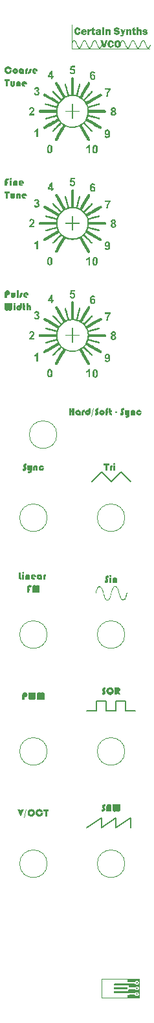
<source format=gbr>
%TF.GenerationSoftware,KiCad,Pcbnew,7.0.2*%
%TF.CreationDate,2023-06-27T09:01:19-04:00*%
%TF.ProjectId,VCOFRONTPANEL,56434f46-524f-44e5-9450-414e454c2e6b,rev?*%
%TF.SameCoordinates,Original*%
%TF.FileFunction,Legend,Top*%
%TF.FilePolarity,Positive*%
%FSLAX46Y46*%
G04 Gerber Fmt 4.6, Leading zero omitted, Abs format (unit mm)*
G04 Created by KiCad (PCBNEW 7.0.2) date 2023-06-27 09:01:19*
%MOMM*%
%LPD*%
G01*
G04 APERTURE LIST*
%ADD10C,0.150000*%
%ADD11C,0.100000*%
%ADD12C,0.125000*%
%ADD13C,0.080000*%
%ADD14C,0.120000*%
G04 APERTURE END LIST*
D10*
X153543000Y-122174000D02*
X154813000Y-122174000D01*
X152908000Y-136144000D02*
X152908000Y-137414000D01*
X154813000Y-122174000D02*
X154813000Y-120904000D01*
X151003000Y-137414000D02*
X152908000Y-136144000D01*
X152273000Y-120904000D02*
X153543000Y-120904000D01*
X151638000Y-92329000D02*
X152908000Y-91059000D01*
X154813000Y-137414000D02*
X156718000Y-136144000D01*
X153543000Y-120904000D02*
X153543000Y-122174000D01*
X156083000Y-120904000D02*
X156083000Y-122174000D01*
X155448000Y-91059000D02*
X156718000Y-92329000D01*
D11*
X149087200Y-35872600D02*
X149087200Y-32697600D01*
D10*
X152908000Y-137414000D02*
X154813000Y-136144000D01*
X151003000Y-122174000D02*
X152273000Y-122174000D01*
X154813000Y-136144000D02*
X154813000Y-137414000D01*
D11*
X159247200Y-35872600D02*
X149087200Y-35872600D01*
D10*
X156718000Y-136144000D02*
X156718000Y-137414000D01*
X152908000Y-91059000D02*
X154178000Y-92329000D01*
X156083000Y-122174000D02*
X157353000Y-122174000D01*
X154178000Y-92329000D02*
X155448000Y-91059000D01*
X154813000Y-120904000D02*
X156083000Y-120904000D01*
X152273000Y-122174000D02*
X152273000Y-120904000D01*
G36*
X153718335Y-90216843D02*
G01*
X153718335Y-90889000D01*
X153439409Y-90889000D01*
X153439409Y-90216843D01*
X153225697Y-90216843D01*
X153225697Y-89951107D01*
X153931315Y-89951107D01*
X153931315Y-90216843D01*
X153718335Y-90216843D01*
G37*
G36*
X154386827Y-90194373D02*
G01*
X154386827Y-90470367D01*
X154378551Y-90464879D01*
X154368934Y-90459521D01*
X154359660Y-90455502D01*
X154349275Y-90452507D01*
X154339358Y-90451335D01*
X154337979Y-90451316D01*
X154325452Y-90452295D01*
X154314157Y-90455232D01*
X154304094Y-90460126D01*
X154295263Y-90466978D01*
X154287665Y-90475788D01*
X154281298Y-90486556D01*
X154276164Y-90499281D01*
X154273426Y-90508853D01*
X154271235Y-90519294D01*
X154269593Y-90530606D01*
X154268497Y-90542787D01*
X154267950Y-90555839D01*
X154267881Y-90562691D01*
X154267881Y-90889000D01*
X154011182Y-90889000D01*
X154011182Y-90512866D01*
X154011499Y-90494418D01*
X154012449Y-90476443D01*
X154014033Y-90458941D01*
X154016250Y-90441913D01*
X154019101Y-90425358D01*
X154022585Y-90409276D01*
X154026703Y-90393667D01*
X154031454Y-90378532D01*
X154036839Y-90363870D01*
X154042857Y-90349681D01*
X154049509Y-90335965D01*
X154056794Y-90322722D01*
X154064713Y-90309953D01*
X154073265Y-90297657D01*
X154082451Y-90285834D01*
X154092271Y-90274484D01*
X154102618Y-90263719D01*
X154113386Y-90253648D01*
X154124576Y-90244271D01*
X154136189Y-90235589D01*
X154148222Y-90227601D01*
X154160678Y-90220308D01*
X154173555Y-90213710D01*
X154186854Y-90207806D01*
X154200574Y-90202597D01*
X154214716Y-90198082D01*
X154229280Y-90194262D01*
X154244266Y-90191137D01*
X154259673Y-90188706D01*
X154275502Y-90186969D01*
X154291753Y-90185927D01*
X154308426Y-90185580D01*
X154318325Y-90185795D01*
X154329096Y-90186439D01*
X154340736Y-90187512D01*
X154350676Y-90188680D01*
X154361173Y-90190122D01*
X154372227Y-90191840D01*
X154383838Y-90193832D01*
X154386827Y-90194373D01*
G37*
G36*
X154716311Y-90201212D02*
G01*
X154716311Y-90889000D01*
X154459612Y-90889000D01*
X154459612Y-90201212D01*
X154716311Y-90201212D01*
G37*
G36*
X154588572Y-89888581D02*
G01*
X154601418Y-89889165D01*
X154613821Y-89890916D01*
X154625781Y-89893836D01*
X154637299Y-89897923D01*
X154648373Y-89903178D01*
X154659006Y-89909601D01*
X154669195Y-89917192D01*
X154676547Y-89923651D01*
X154678942Y-89925950D01*
X154685751Y-89933077D01*
X154693788Y-89942953D01*
X154700635Y-89953257D01*
X154706290Y-89963989D01*
X154710755Y-89975148D01*
X154714030Y-89986734D01*
X154716114Y-89998748D01*
X154717007Y-90011189D01*
X154717044Y-90014366D01*
X154716726Y-90024407D01*
X154715314Y-90037260D01*
X154712772Y-90049502D01*
X154709101Y-90061135D01*
X154704300Y-90072156D01*
X154698370Y-90082567D01*
X154691310Y-90092367D01*
X154683120Y-90101557D01*
X154680896Y-90103759D01*
X154671599Y-90111945D01*
X154661662Y-90119039D01*
X154651083Y-90125042D01*
X154639863Y-90129954D01*
X154628002Y-90133774D01*
X154615500Y-90136503D01*
X154605702Y-90137833D01*
X154595544Y-90138549D01*
X154588572Y-90138685D01*
X154578171Y-90138379D01*
X154568127Y-90137458D01*
X154558439Y-90135923D01*
X154546076Y-90132921D01*
X154534347Y-90128828D01*
X154523251Y-90123644D01*
X154512789Y-90117368D01*
X154502960Y-90110001D01*
X154496004Y-90103759D01*
X154487589Y-90094722D01*
X154480296Y-90085074D01*
X154474125Y-90074816D01*
X154469076Y-90063947D01*
X154465149Y-90052468D01*
X154462344Y-90040378D01*
X154460661Y-90027677D01*
X154460135Y-90017751D01*
X154460100Y-90014366D01*
X154460696Y-90001818D01*
X154462482Y-89989697D01*
X154465458Y-89978004D01*
X154469626Y-89966739D01*
X154474984Y-89955900D01*
X154481533Y-89945489D01*
X154489272Y-89935506D01*
X154498202Y-89925950D01*
X154505471Y-89919272D01*
X154515550Y-89911389D01*
X154526071Y-89904674D01*
X154537035Y-89899127D01*
X154548442Y-89894748D01*
X154560292Y-89891537D01*
X154572584Y-89889493D01*
X154585319Y-89888617D01*
X154588572Y-89888581D01*
G37*
G36*
X140643675Y-53207390D02*
G01*
X140643675Y-53457495D01*
X140550863Y-53457495D01*
X140550863Y-53707600D01*
X140272182Y-53707600D01*
X140272182Y-53122149D01*
X140272281Y-53112250D01*
X140272578Y-53102458D01*
X140273766Y-53083196D01*
X140275746Y-53064364D01*
X140278517Y-53045961D01*
X140282081Y-53027987D01*
X140286436Y-53010443D01*
X140291583Y-52993328D01*
X140297522Y-52976642D01*
X140304253Y-52960385D01*
X140311776Y-52944558D01*
X140320091Y-52929160D01*
X140329197Y-52914192D01*
X140339096Y-52899653D01*
X140349786Y-52885543D01*
X140361269Y-52871862D01*
X140373543Y-52858611D01*
X140386418Y-52845953D01*
X140399704Y-52834111D01*
X140413399Y-52823085D01*
X140427505Y-52812877D01*
X140442021Y-52803485D01*
X140456948Y-52794910D01*
X140472285Y-52787151D01*
X140488032Y-52780209D01*
X140504189Y-52774084D01*
X140520756Y-52768776D01*
X140537734Y-52764284D01*
X140555122Y-52760609D01*
X140572920Y-52757751D01*
X140591129Y-52755709D01*
X140609748Y-52754484D01*
X140628777Y-52754075D01*
X140639317Y-52754209D01*
X140649748Y-52754612D01*
X140660071Y-52755282D01*
X140670286Y-52756220D01*
X140680393Y-52757427D01*
X140690392Y-52758901D01*
X140700282Y-52760644D01*
X140710064Y-52762654D01*
X140719737Y-52764933D01*
X140729303Y-52767480D01*
X140738760Y-52770295D01*
X140748108Y-52773378D01*
X140757349Y-52776729D01*
X140766481Y-52780349D01*
X140775505Y-52784236D01*
X140784420Y-52788392D01*
X140793228Y-52792815D01*
X140801927Y-52797507D01*
X140810517Y-52802467D01*
X140819000Y-52807694D01*
X140827374Y-52813190D01*
X140835640Y-52818954D01*
X140843797Y-52824986D01*
X140851847Y-52831287D01*
X140859788Y-52837855D01*
X140867620Y-52844691D01*
X140875345Y-52851796D01*
X140882961Y-52859169D01*
X140890469Y-52866809D01*
X140897868Y-52874718D01*
X140905160Y-52882895D01*
X140912343Y-52891340D01*
X140683487Y-53056692D01*
X140679609Y-53047308D01*
X140673631Y-53036231D01*
X140666729Y-53026795D01*
X140658904Y-53019000D01*
X140650155Y-53012847D01*
X140640483Y-53008334D01*
X140629887Y-53005462D01*
X140618367Y-53004231D01*
X140615343Y-53004180D01*
X140603820Y-53004953D01*
X140593430Y-53007271D01*
X140584174Y-53011135D01*
X140573595Y-53018692D01*
X140566983Y-53026162D01*
X140561505Y-53035178D01*
X140557160Y-53045740D01*
X140553949Y-53057847D01*
X140551871Y-53071500D01*
X140551115Y-53081460D01*
X140550863Y-53092108D01*
X140550863Y-53207390D01*
X140643675Y-53207390D01*
G37*
G36*
X141202992Y-53019812D02*
G01*
X141202992Y-53707600D01*
X140946292Y-53707600D01*
X140946292Y-53019812D01*
X141202992Y-53019812D01*
G37*
G36*
X141075253Y-52707181D02*
G01*
X141088098Y-52707765D01*
X141100501Y-52709516D01*
X141112461Y-52712436D01*
X141123979Y-52716523D01*
X141135054Y-52721778D01*
X141145686Y-52728201D01*
X141155876Y-52735792D01*
X141163227Y-52742251D01*
X141165622Y-52744550D01*
X141172432Y-52751677D01*
X141180469Y-52761553D01*
X141187315Y-52771857D01*
X141192971Y-52782589D01*
X141197436Y-52793748D01*
X141200710Y-52805334D01*
X141202794Y-52817348D01*
X141203687Y-52829789D01*
X141203724Y-52832966D01*
X141203407Y-52843007D01*
X141201995Y-52855860D01*
X141199453Y-52868102D01*
X141195782Y-52879735D01*
X141190981Y-52890756D01*
X141185050Y-52901167D01*
X141177990Y-52910967D01*
X141169800Y-52920157D01*
X141167576Y-52922359D01*
X141158280Y-52930545D01*
X141148342Y-52937639D01*
X141137763Y-52943642D01*
X141126544Y-52948554D01*
X141114682Y-52952374D01*
X141102180Y-52955103D01*
X141092383Y-52956433D01*
X141082225Y-52957149D01*
X141075253Y-52957285D01*
X141064852Y-52956979D01*
X141054808Y-52956058D01*
X141045120Y-52954523D01*
X141032757Y-52951521D01*
X141021028Y-52947428D01*
X141009932Y-52942244D01*
X140999469Y-52935968D01*
X140989640Y-52928601D01*
X140982684Y-52922359D01*
X140974270Y-52913322D01*
X140966977Y-52903674D01*
X140960806Y-52893416D01*
X140955757Y-52882547D01*
X140951830Y-52871068D01*
X140949025Y-52858978D01*
X140947342Y-52846277D01*
X140946816Y-52836351D01*
X140946781Y-52832966D01*
X140947376Y-52820418D01*
X140949162Y-52808297D01*
X140952139Y-52796604D01*
X140956306Y-52785339D01*
X140961664Y-52774500D01*
X140968213Y-52764089D01*
X140975953Y-52754106D01*
X140984883Y-52744550D01*
X140992151Y-52737872D01*
X141002230Y-52729989D01*
X141012752Y-52723274D01*
X141023716Y-52717727D01*
X141035123Y-52713348D01*
X141046972Y-52710137D01*
X141059265Y-52708093D01*
X141072000Y-52707217D01*
X141075253Y-52707181D01*
G37*
G36*
X141962343Y-53707600D02*
G01*
X141705399Y-53707600D01*
X141705399Y-53319253D01*
X141704970Y-53307643D01*
X141703682Y-53297174D01*
X141700629Y-53284993D01*
X141696049Y-53274841D01*
X141689943Y-53266720D01*
X141680164Y-53259424D01*
X141670623Y-53255871D01*
X141659556Y-53254348D01*
X141656551Y-53254285D01*
X141645273Y-53255300D01*
X141635500Y-53258345D01*
X141625397Y-53265007D01*
X141619007Y-53272621D01*
X141614120Y-53282264D01*
X141610737Y-53293938D01*
X141609186Y-53304026D01*
X141608482Y-53315256D01*
X141608435Y-53319253D01*
X141608435Y-53707600D01*
X141351735Y-53707600D01*
X141351735Y-53323894D01*
X141352082Y-53307207D01*
X141353121Y-53290853D01*
X141354852Y-53274830D01*
X141357277Y-53259139D01*
X141360394Y-53243780D01*
X141364203Y-53228754D01*
X141368706Y-53214059D01*
X141373900Y-53199696D01*
X141379788Y-53185666D01*
X141386368Y-53171967D01*
X141393641Y-53158601D01*
X141401607Y-53145566D01*
X141410265Y-53132864D01*
X141419616Y-53120493D01*
X141429659Y-53108455D01*
X141440396Y-53096748D01*
X141451633Y-53085539D01*
X141463179Y-53075053D01*
X141475034Y-53065289D01*
X141487199Y-53056250D01*
X141499672Y-53047933D01*
X141512455Y-53040339D01*
X141525547Y-53033469D01*
X141538948Y-53027322D01*
X141552658Y-53021898D01*
X141566677Y-53017197D01*
X141581005Y-53013220D01*
X141595642Y-53009966D01*
X141610589Y-53007434D01*
X141625845Y-53005626D01*
X141641409Y-53004542D01*
X141657283Y-53004180D01*
X141675434Y-53004599D01*
X141693130Y-53005855D01*
X141710369Y-53007950D01*
X141727152Y-53010882D01*
X141743479Y-53014651D01*
X141759350Y-53019258D01*
X141774765Y-53024703D01*
X141789724Y-53030986D01*
X141804227Y-53038106D01*
X141818274Y-53046064D01*
X141831864Y-53054860D01*
X141844999Y-53064493D01*
X141857678Y-53074964D01*
X141869900Y-53086272D01*
X141881667Y-53098419D01*
X141892978Y-53111403D01*
X141901377Y-53122161D01*
X141909235Y-53133430D01*
X141916551Y-53145211D01*
X141923325Y-53157504D01*
X141929557Y-53170307D01*
X141935247Y-53183622D01*
X141940395Y-53197449D01*
X141945001Y-53211787D01*
X141949066Y-53226636D01*
X141952588Y-53241996D01*
X141955569Y-53257868D01*
X141958007Y-53274252D01*
X141959904Y-53291146D01*
X141961259Y-53308552D01*
X141962072Y-53326470D01*
X141962343Y-53344899D01*
X141962343Y-53707600D01*
G37*
G36*
X142781045Y-53410600D02*
G01*
X142391477Y-53410600D01*
X142388489Y-53399406D01*
X142386119Y-53388538D01*
X142384367Y-53377997D01*
X142383234Y-53367781D01*
X142382719Y-53357892D01*
X142382684Y-53354669D01*
X142382983Y-53343707D01*
X142383877Y-53332806D01*
X142385368Y-53321964D01*
X142387455Y-53311182D01*
X142390138Y-53300459D01*
X142393418Y-53289796D01*
X142394897Y-53285548D01*
X142525567Y-53285548D01*
X142522487Y-53271580D01*
X142518377Y-53258986D01*
X142513236Y-53247767D01*
X142507065Y-53237921D01*
X142499864Y-53229448D01*
X142491632Y-53222350D01*
X142482370Y-53216626D01*
X142472077Y-53212275D01*
X142460754Y-53209298D01*
X142448401Y-53207695D01*
X142439593Y-53207390D01*
X142427900Y-53208035D01*
X142416756Y-53209970D01*
X142406162Y-53213195D01*
X142396118Y-53217709D01*
X142386623Y-53223514D01*
X142377678Y-53230608D01*
X142369282Y-53238993D01*
X142361435Y-53248667D01*
X142354337Y-53259292D01*
X142348185Y-53270649D01*
X142344192Y-53279648D01*
X142340732Y-53289059D01*
X142337804Y-53298882D01*
X142335408Y-53309117D01*
X142333545Y-53319765D01*
X142332214Y-53330824D01*
X142331415Y-53342296D01*
X142331149Y-53354180D01*
X142331405Y-53366548D01*
X142332171Y-53378466D01*
X142333448Y-53389933D01*
X142335237Y-53400949D01*
X142337536Y-53411514D01*
X142340346Y-53421628D01*
X142343666Y-53431292D01*
X142347498Y-53440505D01*
X142351841Y-53449267D01*
X142358426Y-53460248D01*
X142360214Y-53462868D01*
X142367824Y-53472600D01*
X142375998Y-53481034D01*
X142384738Y-53488170D01*
X142394042Y-53494009D01*
X142403911Y-53498551D01*
X142414344Y-53501794D01*
X142425343Y-53503741D01*
X142436906Y-53504389D01*
X142448894Y-53503507D01*
X142460739Y-53500859D01*
X142470112Y-53497471D01*
X142479393Y-53492952D01*
X142488583Y-53487304D01*
X142497681Y-53480526D01*
X142506687Y-53472619D01*
X142511156Y-53468242D01*
X142657458Y-53641898D01*
X142644577Y-53651747D01*
X142631518Y-53660961D01*
X142618282Y-53669539D01*
X142604869Y-53677481D01*
X142591278Y-53684789D01*
X142577510Y-53691460D01*
X142563564Y-53697497D01*
X142549441Y-53702898D01*
X142535141Y-53707663D01*
X142520663Y-53711794D01*
X142506007Y-53715288D01*
X142491174Y-53718148D01*
X142476164Y-53720372D01*
X142460976Y-53721960D01*
X142445610Y-53722913D01*
X142430068Y-53723231D01*
X142411177Y-53722828D01*
X142392668Y-53721621D01*
X142374541Y-53719607D01*
X142356795Y-53716789D01*
X142339431Y-53713166D01*
X142322448Y-53708737D01*
X142305847Y-53703503D01*
X142289628Y-53697463D01*
X142273790Y-53690619D01*
X142258334Y-53682969D01*
X142243260Y-53674514D01*
X142228567Y-53665254D01*
X142214256Y-53655188D01*
X142200327Y-53644318D01*
X142186779Y-53632642D01*
X142173613Y-53620161D01*
X142161072Y-53607084D01*
X142149341Y-53593622D01*
X142138419Y-53579775D01*
X142128306Y-53565542D01*
X142119001Y-53550923D01*
X142110506Y-53535920D01*
X142102820Y-53520530D01*
X142095943Y-53504756D01*
X142089875Y-53488596D01*
X142084617Y-53472050D01*
X142080167Y-53455119D01*
X142076526Y-53437803D01*
X142073694Y-53420101D01*
X142071672Y-53402014D01*
X142070458Y-53383541D01*
X142070054Y-53364683D01*
X142070463Y-53345937D01*
X142071691Y-53327558D01*
X142073737Y-53309545D01*
X142076602Y-53291898D01*
X142080286Y-53274618D01*
X142084788Y-53257704D01*
X142090109Y-53241157D01*
X142096249Y-53224976D01*
X142103207Y-53209161D01*
X142110983Y-53193713D01*
X142119579Y-53178631D01*
X142128993Y-53163915D01*
X142139225Y-53149566D01*
X142150276Y-53135583D01*
X142162146Y-53121966D01*
X142174834Y-53108716D01*
X142188117Y-53096057D01*
X142201773Y-53084215D01*
X142215801Y-53073190D01*
X142230201Y-53062982D01*
X142244973Y-53053590D01*
X142260117Y-53045014D01*
X142275633Y-53037256D01*
X142291521Y-53030314D01*
X142307781Y-53024189D01*
X142324413Y-53018880D01*
X142341418Y-53014389D01*
X142358794Y-53010714D01*
X142376543Y-53007855D01*
X142394664Y-53005813D01*
X142413157Y-53004588D01*
X142432022Y-53004180D01*
X142450459Y-53004584D01*
X142468524Y-53005794D01*
X142486218Y-53007812D01*
X142503539Y-53010637D01*
X142520488Y-53014269D01*
X142537065Y-53018709D01*
X142553270Y-53023955D01*
X142569103Y-53030009D01*
X142584564Y-53036870D01*
X142599652Y-53044537D01*
X142614369Y-53053012D01*
X142628713Y-53062295D01*
X142642686Y-53072384D01*
X142656286Y-53083280D01*
X142669514Y-53094984D01*
X142682370Y-53107495D01*
X142694645Y-53120567D01*
X142706127Y-53134014D01*
X142716817Y-53147838D01*
X142726716Y-53162037D01*
X142735822Y-53176613D01*
X142744137Y-53191564D01*
X142751660Y-53206891D01*
X142758391Y-53222594D01*
X142764330Y-53238673D01*
X142769477Y-53255128D01*
X142773833Y-53271959D01*
X142777396Y-53289166D01*
X142780168Y-53306748D01*
X142782147Y-53324707D01*
X142783335Y-53343041D01*
X142783731Y-53361752D01*
X142783519Y-53371837D01*
X142783060Y-53381657D01*
X142782461Y-53391452D01*
X142781674Y-53402517D01*
X142781045Y-53410600D01*
G37*
G36*
X140699363Y-54715443D02*
G01*
X140699363Y-55387600D01*
X140420437Y-55387600D01*
X140420437Y-54715443D01*
X140206725Y-54715443D01*
X140206725Y-54449707D01*
X140912343Y-54449707D01*
X140912343Y-54715443D01*
X140699363Y-54715443D01*
G37*
G36*
X140992210Y-54715443D02*
G01*
X141248909Y-54715443D01*
X141248909Y-55100614D01*
X141249339Y-55112792D01*
X141250627Y-55123772D01*
X141252773Y-55133555D01*
X141256971Y-55144735D01*
X141262696Y-55153785D01*
X141269947Y-55160706D01*
X141278724Y-55165497D01*
X141289028Y-55168159D01*
X141297758Y-55168758D01*
X141309035Y-55167693D01*
X141318808Y-55164499D01*
X141327078Y-55159175D01*
X141333845Y-55151722D01*
X141339107Y-55142139D01*
X141342866Y-55130427D01*
X141344699Y-55120245D01*
X141345686Y-55108866D01*
X141345874Y-55100614D01*
X141345874Y-54715443D01*
X141602817Y-54715443D01*
X141602817Y-55095729D01*
X141602471Y-55112569D01*
X141601432Y-55129076D01*
X141599700Y-55145251D01*
X141597276Y-55161095D01*
X141594159Y-55176606D01*
X141590349Y-55191785D01*
X141585847Y-55206633D01*
X141580652Y-55221148D01*
X141574764Y-55235331D01*
X141568184Y-55249182D01*
X141560911Y-55262702D01*
X141552946Y-55275889D01*
X141544288Y-55288744D01*
X141534937Y-55301267D01*
X141524893Y-55313458D01*
X141514157Y-55325318D01*
X141502920Y-55336645D01*
X141491374Y-55347242D01*
X141479518Y-55357108D01*
X141467354Y-55366244D01*
X141454880Y-55374648D01*
X141442098Y-55382322D01*
X141429006Y-55389264D01*
X141415605Y-55395476D01*
X141401895Y-55400957D01*
X141387876Y-55405708D01*
X141373547Y-55409727D01*
X141358910Y-55413016D01*
X141343964Y-55415574D01*
X141328708Y-55417401D01*
X141313143Y-55418497D01*
X141297269Y-55418863D01*
X141279204Y-55418439D01*
X141261583Y-55417168D01*
X141244407Y-55415050D01*
X141227675Y-55412085D01*
X141211388Y-55408272D01*
X141195546Y-55403613D01*
X141180148Y-55398106D01*
X141165195Y-55391752D01*
X141150686Y-55384550D01*
X141136622Y-55376502D01*
X141123003Y-55367606D01*
X141109828Y-55357863D01*
X141097098Y-55347273D01*
X141084812Y-55335835D01*
X141072971Y-55323551D01*
X141061575Y-55310419D01*
X141053175Y-55299568D01*
X141045318Y-55288204D01*
X141038002Y-55276327D01*
X141031228Y-55263936D01*
X141024996Y-55251032D01*
X141019306Y-55237615D01*
X141014157Y-55223685D01*
X141009551Y-55209241D01*
X141005487Y-55194284D01*
X141001964Y-55178814D01*
X140998984Y-55162830D01*
X140996545Y-55146333D01*
X140994649Y-55129323D01*
X140993294Y-55111800D01*
X140992481Y-55093763D01*
X140992210Y-55075213D01*
X140992210Y-54715443D01*
G37*
G36*
X142358993Y-55387600D02*
G01*
X142102049Y-55387600D01*
X142102049Y-54999253D01*
X142101620Y-54987643D01*
X142100332Y-54977174D01*
X142097279Y-54964993D01*
X142092700Y-54954841D01*
X142086593Y-54946720D01*
X142076814Y-54939424D01*
X142067273Y-54935871D01*
X142056206Y-54934348D01*
X142053201Y-54934285D01*
X142041924Y-54935300D01*
X142032150Y-54938345D01*
X142022048Y-54945007D01*
X142015657Y-54952621D01*
X142010771Y-54962264D01*
X142007387Y-54973938D01*
X142005837Y-54984026D01*
X142005132Y-54995256D01*
X142005085Y-54999253D01*
X142005085Y-55387600D01*
X141748386Y-55387600D01*
X141748386Y-55003894D01*
X141748732Y-54987207D01*
X141749771Y-54970853D01*
X141751503Y-54954830D01*
X141753927Y-54939139D01*
X141757044Y-54923780D01*
X141760854Y-54908754D01*
X141765356Y-54894059D01*
X141770551Y-54879696D01*
X141776438Y-54865666D01*
X141783019Y-54851967D01*
X141790292Y-54838601D01*
X141798257Y-54825566D01*
X141806915Y-54812864D01*
X141816266Y-54800493D01*
X141826310Y-54788455D01*
X141837046Y-54776748D01*
X141848283Y-54765539D01*
X141859829Y-54755053D01*
X141871685Y-54745289D01*
X141883849Y-54736250D01*
X141896323Y-54727933D01*
X141909105Y-54720339D01*
X141922197Y-54713469D01*
X141935598Y-54707322D01*
X141949308Y-54701898D01*
X141963327Y-54697197D01*
X141977655Y-54693220D01*
X141992293Y-54689966D01*
X142007239Y-54687434D01*
X142022495Y-54685626D01*
X142038060Y-54684542D01*
X142053934Y-54684180D01*
X142072085Y-54684599D01*
X142089780Y-54685855D01*
X142107019Y-54687950D01*
X142123802Y-54690882D01*
X142140129Y-54694651D01*
X142156000Y-54699258D01*
X142171415Y-54704703D01*
X142186374Y-54710986D01*
X142200877Y-54718106D01*
X142214924Y-54726064D01*
X142228515Y-54734860D01*
X142241650Y-54744493D01*
X142254328Y-54754964D01*
X142266551Y-54766272D01*
X142278317Y-54778419D01*
X142289628Y-54791403D01*
X142298028Y-54802161D01*
X142305885Y-54813430D01*
X142313201Y-54825211D01*
X142319975Y-54837504D01*
X142326207Y-54850307D01*
X142331897Y-54863622D01*
X142337045Y-54877449D01*
X142341652Y-54891787D01*
X142345716Y-54906636D01*
X142349238Y-54921996D01*
X142352219Y-54937868D01*
X142354658Y-54954252D01*
X142356554Y-54971146D01*
X142357909Y-54988552D01*
X142358722Y-55006470D01*
X142358993Y-55024899D01*
X142358993Y-55387600D01*
G37*
G36*
X143177695Y-55090600D02*
G01*
X142788128Y-55090600D01*
X142785139Y-55079406D01*
X142782770Y-55068538D01*
X142781018Y-55057997D01*
X142779884Y-55047781D01*
X142779369Y-55037892D01*
X142779335Y-55034669D01*
X142779633Y-55023707D01*
X142780527Y-55012806D01*
X142782018Y-55001964D01*
X142784105Y-54991182D01*
X142786789Y-54980459D01*
X142790068Y-54969796D01*
X142791547Y-54965548D01*
X142922217Y-54965548D01*
X142919137Y-54951580D01*
X142915027Y-54938986D01*
X142909886Y-54927767D01*
X142903716Y-54917921D01*
X142896514Y-54909448D01*
X142888282Y-54902350D01*
X142879020Y-54896626D01*
X142868728Y-54892275D01*
X142857405Y-54889298D01*
X142845051Y-54887695D01*
X142836243Y-54887390D01*
X142824550Y-54888035D01*
X142813407Y-54889970D01*
X142802813Y-54893195D01*
X142792768Y-54897709D01*
X142783273Y-54903514D01*
X142774328Y-54910608D01*
X142765932Y-54918993D01*
X142758086Y-54928667D01*
X142750987Y-54939292D01*
X142744836Y-54950649D01*
X142740843Y-54959648D01*
X142737382Y-54969059D01*
X142734454Y-54978882D01*
X142732059Y-54989117D01*
X142730195Y-54999765D01*
X142728864Y-55010824D01*
X142728066Y-55022296D01*
X142727800Y-55034180D01*
X142728055Y-55046548D01*
X142728821Y-55058466D01*
X142730099Y-55069933D01*
X142731887Y-55080949D01*
X142734186Y-55091514D01*
X142736996Y-55101628D01*
X142740317Y-55111292D01*
X142744149Y-55120505D01*
X142748491Y-55129267D01*
X142755076Y-55140248D01*
X142756865Y-55142868D01*
X142764474Y-55152600D01*
X142772649Y-55161034D01*
X142781388Y-55168170D01*
X142790692Y-55174009D01*
X142800561Y-55178551D01*
X142810995Y-55181794D01*
X142821993Y-55183741D01*
X142833557Y-55184389D01*
X142845545Y-55183507D01*
X142857390Y-55180859D01*
X142866762Y-55177471D01*
X142876044Y-55172952D01*
X142885233Y-55167304D01*
X142894331Y-55160526D01*
X142903338Y-55152619D01*
X142907807Y-55148242D01*
X143054108Y-55321898D01*
X143041227Y-55331747D01*
X143028169Y-55340961D01*
X143014933Y-55349539D01*
X143001520Y-55357481D01*
X142987929Y-55364789D01*
X142974161Y-55371460D01*
X142960215Y-55377497D01*
X142946092Y-55382898D01*
X142931791Y-55387663D01*
X142917313Y-55391794D01*
X142902657Y-55395288D01*
X142887825Y-55398148D01*
X142872814Y-55400372D01*
X142857626Y-55401960D01*
X142842261Y-55402913D01*
X142826718Y-55403231D01*
X142807827Y-55402828D01*
X142789318Y-55401621D01*
X142771191Y-55399607D01*
X142753445Y-55396789D01*
X142736081Y-55393166D01*
X142719098Y-55388737D01*
X142702498Y-55383503D01*
X142686278Y-55377463D01*
X142670441Y-55370619D01*
X142654985Y-55362969D01*
X142639910Y-55354514D01*
X142625218Y-55345254D01*
X142610907Y-55335188D01*
X142596977Y-55324318D01*
X142583429Y-55312642D01*
X142570263Y-55300161D01*
X142557723Y-55287084D01*
X142545991Y-55273622D01*
X142535069Y-55259775D01*
X142524956Y-55245542D01*
X142515652Y-55230923D01*
X142507157Y-55215920D01*
X142499471Y-55200530D01*
X142492594Y-55184756D01*
X142486526Y-55168596D01*
X142481267Y-55152050D01*
X142476817Y-55135119D01*
X142473176Y-55117803D01*
X142470345Y-55100101D01*
X142468322Y-55082014D01*
X142467109Y-55063541D01*
X142466704Y-55044683D01*
X142467113Y-55025937D01*
X142468341Y-55007558D01*
X142470388Y-54989545D01*
X142473253Y-54971898D01*
X142476936Y-54954618D01*
X142481439Y-54937704D01*
X142486760Y-54921157D01*
X142492899Y-54904976D01*
X142499857Y-54889161D01*
X142507634Y-54873713D01*
X142516229Y-54858631D01*
X142525643Y-54843915D01*
X142535875Y-54829566D01*
X142546926Y-54815583D01*
X142558796Y-54801966D01*
X142571484Y-54788716D01*
X142584768Y-54776057D01*
X142598423Y-54764215D01*
X142612451Y-54753190D01*
X142626851Y-54742982D01*
X142641623Y-54733590D01*
X142656767Y-54725014D01*
X142672283Y-54717256D01*
X142688171Y-54710314D01*
X142704432Y-54704189D01*
X142721064Y-54698880D01*
X142738068Y-54694389D01*
X142755445Y-54690714D01*
X142773194Y-54687855D01*
X142791314Y-54685813D01*
X142809807Y-54684588D01*
X142828672Y-54684180D01*
X142847109Y-54684584D01*
X142865175Y-54685794D01*
X142882868Y-54687812D01*
X142900189Y-54690637D01*
X142917138Y-54694269D01*
X142933715Y-54698709D01*
X142949920Y-54703955D01*
X142965753Y-54710009D01*
X142981214Y-54716870D01*
X142996303Y-54724537D01*
X143011019Y-54733012D01*
X143025364Y-54742295D01*
X143039336Y-54752384D01*
X143052936Y-54763280D01*
X143066165Y-54774984D01*
X143079021Y-54787495D01*
X143091295Y-54800567D01*
X143102777Y-54814014D01*
X143113468Y-54827838D01*
X143123366Y-54842037D01*
X143132473Y-54856613D01*
X143140788Y-54871564D01*
X143148310Y-54886891D01*
X143155041Y-54902594D01*
X143160981Y-54918673D01*
X143166128Y-54935128D01*
X143170483Y-54951959D01*
X143174047Y-54969166D01*
X143176818Y-54986748D01*
X143178798Y-55004707D01*
X143179986Y-55023041D01*
X143180382Y-55041752D01*
X143180169Y-55051837D01*
X143179710Y-55061657D01*
X143179112Y-55071452D01*
X143178325Y-55082517D01*
X143177695Y-55090600D01*
G37*
G36*
X153842410Y-104551955D02*
G01*
X153842410Y-104816470D01*
X153831542Y-104818296D01*
X153821653Y-104819744D01*
X153811353Y-104820956D01*
X153801213Y-104821712D01*
X153795759Y-104821843D01*
X153784253Y-104822659D01*
X153773365Y-104825106D01*
X153763096Y-104829185D01*
X153753444Y-104834895D01*
X153744411Y-104842237D01*
X153741538Y-104845046D01*
X153734994Y-104852530D01*
X153728605Y-104862124D01*
X153723814Y-104872388D01*
X153720620Y-104883322D01*
X153719023Y-104894925D01*
X153718823Y-104900978D01*
X153719690Y-104912035D01*
X153721738Y-104922049D01*
X153724990Y-104932790D01*
X153729447Y-104944260D01*
X153733879Y-104953959D01*
X153739083Y-104964123D01*
X153743491Y-104972053D01*
X153764985Y-105008689D01*
X153771965Y-105021119D01*
X153778495Y-105033495D01*
X153784574Y-105045818D01*
X153790203Y-105058087D01*
X153795382Y-105070303D01*
X153800110Y-105082466D01*
X153804388Y-105094575D01*
X153808216Y-105106630D01*
X153811593Y-105118633D01*
X153814520Y-105130581D01*
X153816997Y-105142477D01*
X153819024Y-105154319D01*
X153820600Y-105166107D01*
X153821726Y-105177842D01*
X153822401Y-105189524D01*
X153822626Y-105201152D01*
X153822246Y-105217965D01*
X153821107Y-105234453D01*
X153819209Y-105250617D01*
X153816551Y-105266457D01*
X153813133Y-105281972D01*
X153808956Y-105297163D01*
X153804020Y-105312029D01*
X153798324Y-105326571D01*
X153791869Y-105340789D01*
X153784654Y-105354682D01*
X153776680Y-105368251D01*
X153767946Y-105381495D01*
X153758453Y-105394415D01*
X153748201Y-105407011D01*
X153737189Y-105419282D01*
X153725418Y-105431229D01*
X153713099Y-105442616D01*
X153700444Y-105453268D01*
X153687453Y-105463186D01*
X153674127Y-105472369D01*
X153660464Y-105480817D01*
X153646466Y-105488531D01*
X153632132Y-105495510D01*
X153617462Y-105501754D01*
X153602457Y-105507264D01*
X153587115Y-105512039D01*
X153571438Y-105516080D01*
X153555425Y-105519385D01*
X153539075Y-105521957D01*
X153522391Y-105523793D01*
X153505370Y-105524895D01*
X153488013Y-105525263D01*
X153475387Y-105524921D01*
X153462786Y-105523897D01*
X153450211Y-105522191D01*
X153437661Y-105519801D01*
X153425138Y-105516730D01*
X153412640Y-105512975D01*
X153400168Y-105508538D01*
X153387721Y-105503418D01*
X153375301Y-105497616D01*
X153362906Y-105491131D01*
X153354657Y-105486428D01*
X153354657Y-105213853D01*
X153364472Y-105220894D01*
X153374013Y-105226996D01*
X153383279Y-105232160D01*
X153392270Y-105236384D01*
X153403123Y-105240345D01*
X153413546Y-105242839D01*
X153423540Y-105243865D01*
X153425487Y-105243895D01*
X153436568Y-105243388D01*
X153447064Y-105241867D01*
X153456975Y-105239333D01*
X153466303Y-105235785D01*
X153475045Y-105231224D01*
X153483204Y-105225648D01*
X153486304Y-105223134D01*
X153493340Y-105216320D01*
X153500209Y-105207481D01*
X153505361Y-105197921D01*
X153508796Y-105187640D01*
X153510513Y-105176638D01*
X153510728Y-105170866D01*
X153508846Y-105159576D01*
X153505198Y-105148678D01*
X153500897Y-105138260D01*
X153495367Y-105126330D01*
X153490414Y-105116391D01*
X153484769Y-105105602D01*
X153478432Y-105093963D01*
X153471405Y-105081473D01*
X153463833Y-105067797D01*
X153456750Y-105054122D01*
X153450156Y-105040449D01*
X153444050Y-105026778D01*
X153438432Y-105013109D01*
X153433303Y-104999442D01*
X153428662Y-104985777D01*
X153424510Y-104972114D01*
X153420847Y-104958452D01*
X153417672Y-104944793D01*
X153414985Y-104931135D01*
X153412787Y-104917480D01*
X153411077Y-104903826D01*
X153409856Y-104890174D01*
X153409123Y-104876524D01*
X153408879Y-104862876D01*
X153409248Y-104846533D01*
X153410356Y-104830476D01*
X153412202Y-104814705D01*
X153414786Y-104799220D01*
X153418109Y-104784022D01*
X153422171Y-104769110D01*
X153426971Y-104754484D01*
X153432509Y-104740144D01*
X153438786Y-104726090D01*
X153445801Y-104712323D01*
X153453555Y-104698842D01*
X153462047Y-104685647D01*
X153471278Y-104672739D01*
X153481247Y-104660116D01*
X153491955Y-104647780D01*
X153503401Y-104635730D01*
X153515359Y-104624195D01*
X153527604Y-104613405D01*
X153540135Y-104603358D01*
X153552952Y-104594056D01*
X153566055Y-104585498D01*
X153579444Y-104577684D01*
X153593120Y-104570615D01*
X153607082Y-104564289D01*
X153621330Y-104558708D01*
X153635864Y-104553871D01*
X153650685Y-104549778D01*
X153665792Y-104546429D01*
X153681185Y-104543824D01*
X153696864Y-104541964D01*
X153712829Y-104540848D01*
X153729081Y-104540475D01*
X153739872Y-104540576D01*
X153750628Y-104540879D01*
X153761350Y-104541383D01*
X153772037Y-104542090D01*
X153782691Y-104542998D01*
X153793309Y-104544108D01*
X153803894Y-104545419D01*
X153814444Y-104546933D01*
X153824960Y-104548648D01*
X153835441Y-104550565D01*
X153842410Y-104551955D01*
G37*
G36*
X154218055Y-104806212D02*
G01*
X154218055Y-105494000D01*
X153961356Y-105494000D01*
X153961356Y-104806212D01*
X154218055Y-104806212D01*
G37*
G36*
X154090316Y-104493581D02*
G01*
X154103162Y-104494165D01*
X154115565Y-104495916D01*
X154127525Y-104498836D01*
X154139043Y-104502923D01*
X154150118Y-104508178D01*
X154160750Y-104514601D01*
X154170939Y-104522192D01*
X154178291Y-104528651D01*
X154180686Y-104530950D01*
X154187495Y-104538077D01*
X154195533Y-104547953D01*
X154202379Y-104558257D01*
X154208035Y-104568989D01*
X154212500Y-104580148D01*
X154215774Y-104591734D01*
X154217858Y-104603748D01*
X154218751Y-104616189D01*
X154218788Y-104619366D01*
X154218470Y-104629407D01*
X154217058Y-104642260D01*
X154214517Y-104654502D01*
X154210845Y-104666135D01*
X154206045Y-104677156D01*
X154200114Y-104687567D01*
X154193054Y-104697367D01*
X154184864Y-104706557D01*
X154182640Y-104708759D01*
X154173344Y-104716945D01*
X154163406Y-104724039D01*
X154152827Y-104730042D01*
X154141607Y-104734954D01*
X154129746Y-104738774D01*
X154117244Y-104741503D01*
X154107447Y-104742833D01*
X154097289Y-104743549D01*
X154090316Y-104743685D01*
X154079916Y-104743379D01*
X154069871Y-104742458D01*
X154060184Y-104740923D01*
X154047821Y-104737921D01*
X154036091Y-104733828D01*
X154024995Y-104728644D01*
X154014533Y-104722368D01*
X154004704Y-104715001D01*
X153997748Y-104708759D01*
X153989333Y-104699722D01*
X153982040Y-104690074D01*
X153975869Y-104679816D01*
X153970821Y-104668947D01*
X153966894Y-104657468D01*
X153964089Y-104645378D01*
X153962406Y-104632677D01*
X153961880Y-104622751D01*
X153961845Y-104619366D01*
X153962440Y-104606818D01*
X153964226Y-104594697D01*
X153967203Y-104583004D01*
X153971370Y-104571739D01*
X153976728Y-104560900D01*
X153983277Y-104550489D01*
X153991016Y-104540506D01*
X153999946Y-104530950D01*
X154007215Y-104524272D01*
X154017294Y-104516389D01*
X154027815Y-104509674D01*
X154038780Y-104504127D01*
X154050187Y-104499748D01*
X154062036Y-104496537D01*
X154074328Y-104494493D01*
X154087063Y-104493617D01*
X154090316Y-104493581D01*
G37*
G36*
X154977406Y-105494000D02*
G01*
X154720463Y-105494000D01*
X154720463Y-105105653D01*
X154720034Y-105094043D01*
X154718746Y-105083574D01*
X154715693Y-105071393D01*
X154711113Y-105061241D01*
X154705007Y-105053120D01*
X154695228Y-105045824D01*
X154685687Y-105042271D01*
X154674620Y-105040748D01*
X154671614Y-105040685D01*
X154660337Y-105041700D01*
X154650564Y-105044745D01*
X154640461Y-105051407D01*
X154634071Y-105059021D01*
X154629184Y-105068664D01*
X154625801Y-105080338D01*
X154624250Y-105090426D01*
X154623545Y-105101656D01*
X154623498Y-105105653D01*
X154623498Y-105494000D01*
X154366799Y-105494000D01*
X154366799Y-105110294D01*
X154367146Y-105093607D01*
X154368185Y-105077253D01*
X154369916Y-105061230D01*
X154372341Y-105045539D01*
X154375457Y-105030180D01*
X154379267Y-105015154D01*
X154383769Y-105000459D01*
X154388964Y-104986096D01*
X154394852Y-104972066D01*
X154401432Y-104958367D01*
X154408705Y-104945001D01*
X154416671Y-104931966D01*
X154425329Y-104919264D01*
X154434680Y-104906893D01*
X154444723Y-104894855D01*
X154455459Y-104883148D01*
X154466696Y-104871939D01*
X154478243Y-104861453D01*
X154490098Y-104851689D01*
X154502262Y-104842650D01*
X154514736Y-104834333D01*
X154527519Y-104826739D01*
X154540610Y-104819869D01*
X154554011Y-104813722D01*
X154567721Y-104808298D01*
X154581741Y-104803597D01*
X154596069Y-104799620D01*
X154610706Y-104796366D01*
X154625653Y-104793834D01*
X154640908Y-104792026D01*
X154656473Y-104790942D01*
X154672347Y-104790580D01*
X154690498Y-104790999D01*
X154708193Y-104792255D01*
X154725433Y-104794350D01*
X154742216Y-104797282D01*
X154758543Y-104801051D01*
X154774414Y-104805658D01*
X154789829Y-104811103D01*
X154804788Y-104817386D01*
X154819291Y-104824506D01*
X154833337Y-104832464D01*
X154846928Y-104841260D01*
X154860063Y-104850893D01*
X154872742Y-104861364D01*
X154884964Y-104872672D01*
X154896731Y-104884819D01*
X154908041Y-104897803D01*
X154916441Y-104908561D01*
X154924299Y-104919830D01*
X154931615Y-104931611D01*
X154938389Y-104943904D01*
X154944621Y-104956707D01*
X154950311Y-104970022D01*
X154955459Y-104983849D01*
X154960065Y-104998187D01*
X154964129Y-105013036D01*
X154967652Y-105028396D01*
X154970632Y-105044268D01*
X154973071Y-105060652D01*
X154974968Y-105077546D01*
X154976323Y-105094952D01*
X154977135Y-105112870D01*
X154977406Y-105131299D01*
X154977406Y-105494000D01*
G37*
G36*
X143118698Y-89946955D02*
G01*
X143118698Y-90211470D01*
X143107830Y-90213296D01*
X143097941Y-90214744D01*
X143087641Y-90215956D01*
X143077501Y-90216712D01*
X143072047Y-90216843D01*
X143060541Y-90217659D01*
X143049653Y-90220106D01*
X143039384Y-90224185D01*
X143029732Y-90229895D01*
X143020699Y-90237237D01*
X143017826Y-90240046D01*
X143011282Y-90247530D01*
X143004893Y-90257124D01*
X143000102Y-90267388D01*
X142996908Y-90278322D01*
X142995311Y-90289925D01*
X142995111Y-90295978D01*
X142995978Y-90307035D01*
X142998026Y-90317049D01*
X143001278Y-90327790D01*
X143005735Y-90339260D01*
X143010167Y-90348959D01*
X143015371Y-90359123D01*
X143019779Y-90367053D01*
X143041273Y-90403689D01*
X143048253Y-90416119D01*
X143054783Y-90428495D01*
X143060862Y-90440818D01*
X143066491Y-90453087D01*
X143071670Y-90465303D01*
X143076398Y-90477466D01*
X143080676Y-90489575D01*
X143084504Y-90501630D01*
X143087881Y-90513633D01*
X143090808Y-90525581D01*
X143093285Y-90537477D01*
X143095312Y-90549319D01*
X143096888Y-90561107D01*
X143098014Y-90572842D01*
X143098689Y-90584524D01*
X143098914Y-90596152D01*
X143098534Y-90612965D01*
X143097395Y-90629453D01*
X143095497Y-90645617D01*
X143092839Y-90661457D01*
X143089421Y-90676972D01*
X143085244Y-90692163D01*
X143080308Y-90707029D01*
X143074612Y-90721571D01*
X143068157Y-90735789D01*
X143060942Y-90749682D01*
X143052968Y-90763251D01*
X143044234Y-90776495D01*
X143034741Y-90789415D01*
X143024489Y-90802011D01*
X143013477Y-90814282D01*
X143001706Y-90826229D01*
X142989387Y-90837616D01*
X142976732Y-90848268D01*
X142963741Y-90858186D01*
X142950415Y-90867369D01*
X142936752Y-90875817D01*
X142922754Y-90883531D01*
X142908420Y-90890510D01*
X142893750Y-90896754D01*
X142878745Y-90902264D01*
X142863403Y-90907039D01*
X142847726Y-90911080D01*
X142831713Y-90914385D01*
X142815363Y-90916957D01*
X142798679Y-90918793D01*
X142781658Y-90919895D01*
X142764301Y-90920263D01*
X142751675Y-90919921D01*
X142739074Y-90918897D01*
X142726499Y-90917191D01*
X142713949Y-90914801D01*
X142701426Y-90911730D01*
X142688928Y-90907975D01*
X142676456Y-90903538D01*
X142664009Y-90898418D01*
X142651589Y-90892616D01*
X142639194Y-90886131D01*
X142630945Y-90881428D01*
X142630945Y-90608853D01*
X142640760Y-90615894D01*
X142650301Y-90621996D01*
X142659567Y-90627160D01*
X142668558Y-90631384D01*
X142679411Y-90635345D01*
X142689834Y-90637839D01*
X142699828Y-90638865D01*
X142701775Y-90638895D01*
X142712856Y-90638388D01*
X142723352Y-90636867D01*
X142733263Y-90634333D01*
X142742591Y-90630785D01*
X142751333Y-90626224D01*
X142759492Y-90620648D01*
X142762592Y-90618134D01*
X142769628Y-90611320D01*
X142776497Y-90602481D01*
X142781649Y-90592921D01*
X142785084Y-90582640D01*
X142786801Y-90571638D01*
X142787016Y-90565866D01*
X142785134Y-90554576D01*
X142781486Y-90543678D01*
X142777185Y-90533260D01*
X142771655Y-90521330D01*
X142766702Y-90511391D01*
X142761057Y-90500602D01*
X142754720Y-90488963D01*
X142747693Y-90476473D01*
X142740121Y-90462797D01*
X142733038Y-90449122D01*
X142726444Y-90435449D01*
X142720338Y-90421778D01*
X142714720Y-90408109D01*
X142709591Y-90394442D01*
X142704950Y-90380777D01*
X142700798Y-90367114D01*
X142697135Y-90353452D01*
X142693960Y-90339793D01*
X142691273Y-90326135D01*
X142689075Y-90312480D01*
X142687365Y-90298826D01*
X142686144Y-90285174D01*
X142685411Y-90271524D01*
X142685167Y-90257876D01*
X142685536Y-90241533D01*
X142686644Y-90225476D01*
X142688490Y-90209705D01*
X142691074Y-90194220D01*
X142694397Y-90179022D01*
X142698459Y-90164110D01*
X142703259Y-90149484D01*
X142708797Y-90135144D01*
X142715074Y-90121090D01*
X142722089Y-90107323D01*
X142729843Y-90093842D01*
X142738335Y-90080647D01*
X142747566Y-90067739D01*
X142757535Y-90055116D01*
X142768243Y-90042780D01*
X142779689Y-90030730D01*
X142791647Y-90019195D01*
X142803892Y-90008405D01*
X142816423Y-89998358D01*
X142829240Y-89989056D01*
X142842343Y-89980498D01*
X142855732Y-89972684D01*
X142869408Y-89965615D01*
X142883370Y-89959289D01*
X142897618Y-89953708D01*
X142912152Y-89948871D01*
X142926973Y-89944778D01*
X142942080Y-89941429D01*
X142957473Y-89938824D01*
X142973152Y-89936964D01*
X142989117Y-89935848D01*
X143005369Y-89935475D01*
X143016160Y-89935576D01*
X143026916Y-89935879D01*
X143037638Y-89936383D01*
X143048325Y-89937090D01*
X143058979Y-89937998D01*
X143069597Y-89939108D01*
X143080182Y-89940419D01*
X143090732Y-89941933D01*
X143101248Y-89943648D01*
X143111729Y-89945565D01*
X143118698Y-89946955D01*
G37*
G36*
X143326060Y-91185755D02*
G01*
X143326060Y-90964959D01*
X143335744Y-90968145D01*
X143345197Y-90971018D01*
X143357440Y-90974361D01*
X143369270Y-90977147D01*
X143380688Y-90979376D01*
X143391695Y-90981048D01*
X143402289Y-90982162D01*
X143412470Y-90982719D01*
X143417407Y-90982789D01*
X143432695Y-90982257D01*
X143447296Y-90980663D01*
X143461210Y-90978006D01*
X143474438Y-90974286D01*
X143486978Y-90969503D01*
X143498831Y-90963658D01*
X143509998Y-90956749D01*
X143520477Y-90948778D01*
X143530270Y-90939744D01*
X143539376Y-90929647D01*
X143547794Y-90918487D01*
X143555526Y-90906264D01*
X143562571Y-90892979D01*
X143568929Y-90878631D01*
X143574600Y-90863219D01*
X143579584Y-90846745D01*
X143571169Y-90851862D01*
X143558590Y-90858918D01*
X143546062Y-90865232D01*
X143533585Y-90870802D01*
X143521160Y-90875630D01*
X143508787Y-90879715D01*
X143496465Y-90883058D01*
X143484195Y-90885657D01*
X143471976Y-90887514D01*
X143459809Y-90888628D01*
X143447693Y-90889000D01*
X143435887Y-90888719D01*
X143424345Y-90887878D01*
X143413066Y-90886475D01*
X143402050Y-90884512D01*
X143391298Y-90881987D01*
X143380809Y-90878902D01*
X143370583Y-90875255D01*
X143360620Y-90871048D01*
X143350921Y-90866279D01*
X143341485Y-90860950D01*
X143332313Y-90855059D01*
X143323404Y-90848608D01*
X143314758Y-90841595D01*
X143306376Y-90834022D01*
X143298256Y-90825888D01*
X143290401Y-90817192D01*
X143282918Y-90808032D01*
X143275918Y-90798565D01*
X143269400Y-90788790D01*
X143263366Y-90778709D01*
X143257814Y-90768320D01*
X143252745Y-90757624D01*
X143248159Y-90746620D01*
X143244055Y-90735310D01*
X143240435Y-90723692D01*
X143237297Y-90711767D01*
X143234642Y-90699535D01*
X143232469Y-90686995D01*
X143230780Y-90674149D01*
X143229573Y-90660995D01*
X143228849Y-90647534D01*
X143228607Y-90633766D01*
X143228607Y-90201212D01*
X143485551Y-90201212D01*
X143485551Y-90570751D01*
X143485997Y-90582929D01*
X143487337Y-90593909D01*
X143489569Y-90603692D01*
X143493935Y-90614871D01*
X143499888Y-90623922D01*
X143507429Y-90630843D01*
X143516558Y-90635634D01*
X143527274Y-90638296D01*
X143536353Y-90638895D01*
X143547802Y-90637735D01*
X143557724Y-90634254D01*
X143566120Y-90628453D01*
X143572990Y-90620332D01*
X143578332Y-90609891D01*
X143581338Y-90600537D01*
X143583484Y-90589878D01*
X143584772Y-90577914D01*
X143585202Y-90564645D01*
X143585202Y-90201212D01*
X143842145Y-90201212D01*
X143842145Y-90815238D01*
X143842051Y-90825890D01*
X143841769Y-90836412D01*
X143841299Y-90846805D01*
X143840642Y-90857069D01*
X143839796Y-90867203D01*
X143838762Y-90877208D01*
X143837540Y-90887084D01*
X143836131Y-90896831D01*
X143832748Y-90915936D01*
X143828613Y-90934524D01*
X143823726Y-90952595D01*
X143818087Y-90970149D01*
X143811697Y-90987186D01*
X143804555Y-91003706D01*
X143796661Y-91019709D01*
X143788015Y-91035194D01*
X143778617Y-91050163D01*
X143768468Y-91064614D01*
X143757567Y-91078548D01*
X143745913Y-91091965D01*
X143738692Y-91099674D01*
X143731376Y-91107138D01*
X143723967Y-91114357D01*
X143716463Y-91121332D01*
X143708866Y-91128061D01*
X143701174Y-91134547D01*
X143693389Y-91140787D01*
X143685509Y-91146783D01*
X143677536Y-91152533D01*
X143661307Y-91163301D01*
X143644702Y-91173090D01*
X143627722Y-91181900D01*
X143610365Y-91189731D01*
X143592633Y-91196583D01*
X143574524Y-91202456D01*
X143556040Y-91207351D01*
X143537180Y-91211266D01*
X143517944Y-91214203D01*
X143508185Y-91215304D01*
X143498332Y-91216161D01*
X143488385Y-91216772D01*
X143478344Y-91217140D01*
X143468209Y-91217262D01*
X143454841Y-91216985D01*
X143441482Y-91216154D01*
X143428131Y-91214770D01*
X143414789Y-91212831D01*
X143401455Y-91210339D01*
X143388130Y-91207293D01*
X143374814Y-91203693D01*
X143361506Y-91199539D01*
X143348206Y-91194831D01*
X143334916Y-91189570D01*
X143326060Y-91185755D01*
G37*
G36*
X144598565Y-90889000D02*
G01*
X144341622Y-90889000D01*
X144341622Y-90500653D01*
X144341192Y-90489043D01*
X144339904Y-90478574D01*
X144336851Y-90466393D01*
X144332272Y-90456241D01*
X144326166Y-90448120D01*
X144316387Y-90440824D01*
X144306846Y-90437271D01*
X144295779Y-90435748D01*
X144292773Y-90435685D01*
X144281496Y-90436700D01*
X144271723Y-90439745D01*
X144261620Y-90446407D01*
X144255230Y-90454021D01*
X144250343Y-90463664D01*
X144246960Y-90475338D01*
X144245409Y-90485426D01*
X144244704Y-90496656D01*
X144244657Y-90500653D01*
X144244657Y-90889000D01*
X143987958Y-90889000D01*
X143987958Y-90505294D01*
X143988304Y-90488607D01*
X143989343Y-90472253D01*
X143991075Y-90456230D01*
X143993499Y-90440539D01*
X143996616Y-90425180D01*
X144000426Y-90410154D01*
X144004928Y-90395459D01*
X144010123Y-90381096D01*
X144016011Y-90367066D01*
X144022591Y-90353367D01*
X144029864Y-90340001D01*
X144037829Y-90326966D01*
X144046488Y-90314264D01*
X144055839Y-90301893D01*
X144065882Y-90289855D01*
X144076618Y-90278148D01*
X144087855Y-90266939D01*
X144099402Y-90256453D01*
X144111257Y-90246689D01*
X144123421Y-90237650D01*
X144135895Y-90229333D01*
X144148678Y-90221739D01*
X144161769Y-90214869D01*
X144175170Y-90208722D01*
X144188880Y-90203298D01*
X144202899Y-90198597D01*
X144217228Y-90194620D01*
X144231865Y-90191366D01*
X144246812Y-90188834D01*
X144262067Y-90187026D01*
X144277632Y-90185942D01*
X144293506Y-90185580D01*
X144311657Y-90185999D01*
X144329352Y-90187255D01*
X144346592Y-90189350D01*
X144363375Y-90192282D01*
X144379702Y-90196051D01*
X144395573Y-90200658D01*
X144410988Y-90206103D01*
X144425947Y-90212386D01*
X144440450Y-90219506D01*
X144454496Y-90227464D01*
X144468087Y-90236260D01*
X144481222Y-90245893D01*
X144493901Y-90256364D01*
X144506123Y-90267672D01*
X144517890Y-90279819D01*
X144529200Y-90292803D01*
X144537600Y-90303561D01*
X144545458Y-90314830D01*
X144552774Y-90326611D01*
X144559547Y-90338904D01*
X144565779Y-90351707D01*
X144571470Y-90365022D01*
X144576618Y-90378849D01*
X144581224Y-90393187D01*
X144585288Y-90408036D01*
X144588811Y-90423396D01*
X144591791Y-90439268D01*
X144594230Y-90455652D01*
X144596127Y-90472546D01*
X144597481Y-90489952D01*
X144598294Y-90507870D01*
X144598565Y-90526299D01*
X144598565Y-90889000D01*
G37*
G36*
X145164476Y-90572217D02*
G01*
X145419221Y-90562691D01*
X145417501Y-90581168D01*
X145415088Y-90599228D01*
X145411983Y-90616873D01*
X145408185Y-90634102D01*
X145403694Y-90650914D01*
X145398510Y-90667311D01*
X145392634Y-90683292D01*
X145386065Y-90698856D01*
X145378804Y-90714005D01*
X145370850Y-90728738D01*
X145362203Y-90743055D01*
X145352863Y-90756956D01*
X145342831Y-90770441D01*
X145332107Y-90783509D01*
X145320689Y-90796162D01*
X145308579Y-90808399D01*
X145295984Y-90820052D01*
X145283048Y-90830954D01*
X145269773Y-90841103D01*
X145256159Y-90850501D01*
X145242204Y-90859147D01*
X145227910Y-90867041D01*
X145213277Y-90874183D01*
X145198304Y-90880573D01*
X145182991Y-90886212D01*
X145167338Y-90891098D01*
X145151346Y-90895233D01*
X145135014Y-90898617D01*
X145118343Y-90901248D01*
X145101332Y-90903127D01*
X145083981Y-90904255D01*
X145066290Y-90904631D01*
X145047576Y-90904218D01*
X145029230Y-90902979D01*
X145011253Y-90900913D01*
X144993643Y-90898021D01*
X144976402Y-90894303D01*
X144959529Y-90889759D01*
X144943025Y-90884388D01*
X144926889Y-90878192D01*
X144911121Y-90871169D01*
X144895721Y-90863320D01*
X144880690Y-90854644D01*
X144866026Y-90845143D01*
X144851732Y-90834815D01*
X144837805Y-90823661D01*
X144824247Y-90811680D01*
X144811057Y-90798874D01*
X144798457Y-90785438D01*
X144786670Y-90771629D01*
X144775697Y-90757449D01*
X144765536Y-90742896D01*
X144756188Y-90727972D01*
X144747653Y-90712675D01*
X144739930Y-90697006D01*
X144733021Y-90680966D01*
X144726924Y-90664553D01*
X144721641Y-90647768D01*
X144717170Y-90630611D01*
X144713512Y-90613081D01*
X144710667Y-90595180D01*
X144708635Y-90576907D01*
X144707416Y-90558261D01*
X144707009Y-90539244D01*
X144707419Y-90521152D01*
X144708650Y-90503390D01*
X144710701Y-90485958D01*
X144713573Y-90468856D01*
X144717265Y-90452084D01*
X144721778Y-90435643D01*
X144727111Y-90419531D01*
X144733265Y-90403750D01*
X144740239Y-90388299D01*
X144748034Y-90373178D01*
X144756650Y-90358387D01*
X144766085Y-90343926D01*
X144776342Y-90329795D01*
X144787418Y-90315994D01*
X144799316Y-90302524D01*
X144812034Y-90289383D01*
X144825354Y-90276813D01*
X144838999Y-90265054D01*
X144852969Y-90254106D01*
X144867263Y-90243969D01*
X144881881Y-90234643D01*
X144896824Y-90226128D01*
X144912091Y-90218424D01*
X144927682Y-90211531D01*
X144943598Y-90205449D01*
X144959839Y-90200177D01*
X144976403Y-90195717D01*
X144993292Y-90192068D01*
X145010506Y-90189229D01*
X145028043Y-90187202D01*
X145045906Y-90185986D01*
X145064092Y-90185580D01*
X145080033Y-90185900D01*
X145095737Y-90186859D01*
X145111204Y-90188457D01*
X145126435Y-90190694D01*
X145141429Y-90193570D01*
X145156187Y-90197086D01*
X145170708Y-90201241D01*
X145184992Y-90206035D01*
X145199040Y-90211469D01*
X145212851Y-90217542D01*
X145226426Y-90224253D01*
X145239764Y-90231605D01*
X145252865Y-90239595D01*
X145265730Y-90248225D01*
X145278358Y-90257493D01*
X145290749Y-90267401D01*
X145302762Y-90277775D01*
X145314193Y-90288502D01*
X145325042Y-90299581D01*
X145335309Y-90311014D01*
X145344993Y-90322800D01*
X145354096Y-90334938D01*
X145362617Y-90347430D01*
X145370556Y-90360275D01*
X145377913Y-90373472D01*
X145384688Y-90387023D01*
X145390880Y-90400927D01*
X145396491Y-90415184D01*
X145401520Y-90429793D01*
X145405967Y-90444756D01*
X145409832Y-90460072D01*
X145413115Y-90475741D01*
X145152752Y-90485510D01*
X145146276Y-90476606D01*
X145139486Y-90468577D01*
X145132383Y-90461425D01*
X145122424Y-90453250D01*
X145111908Y-90446633D01*
X145100835Y-90441572D01*
X145089205Y-90438069D01*
X145077018Y-90436123D01*
X145067512Y-90435685D01*
X145056822Y-90436162D01*
X145046613Y-90437593D01*
X145036886Y-90439978D01*
X145027639Y-90443317D01*
X145016756Y-90448833D01*
X145008592Y-90454319D01*
X145000907Y-90460759D01*
X144995460Y-90466215D01*
X144988877Y-90474100D01*
X144983171Y-90482488D01*
X144978344Y-90491380D01*
X144974394Y-90500775D01*
X144971322Y-90510675D01*
X144969127Y-90521078D01*
X144967811Y-90531985D01*
X144967372Y-90543396D01*
X144967838Y-90554944D01*
X144969234Y-90566019D01*
X144971562Y-90576621D01*
X144974821Y-90586749D01*
X144979012Y-90596404D01*
X144984133Y-90605586D01*
X144990186Y-90614295D01*
X144997170Y-90622531D01*
X145004905Y-90630030D01*
X145013091Y-90636529D01*
X145021727Y-90642028D01*
X145030814Y-90646527D01*
X145040351Y-90650027D01*
X145050338Y-90652527D01*
X145060776Y-90654026D01*
X145071664Y-90654526D01*
X145083602Y-90653803D01*
X145094871Y-90651633D01*
X145105469Y-90648016D01*
X145115398Y-90642952D01*
X145124658Y-90636441D01*
X145133247Y-90628483D01*
X145141167Y-90619078D01*
X145148417Y-90608227D01*
X145154997Y-90595929D01*
X145159012Y-90586926D01*
X145162729Y-90577281D01*
X145164476Y-90572217D01*
G37*
G36*
X142765034Y-135036107D02*
G01*
X142356416Y-136026756D01*
X141950484Y-135036107D01*
X142273373Y-135036107D01*
X142359102Y-135326267D01*
X142453869Y-135036107D01*
X142765034Y-135036107D01*
G37*
G36*
X143150449Y-135036107D02*
G01*
X142894238Y-136145946D01*
X142769186Y-136145946D01*
X143024664Y-135036107D01*
X143150449Y-135036107D01*
G37*
G36*
X143763443Y-135020617D02*
G01*
X143775733Y-135021042D01*
X143787911Y-135021751D01*
X143799979Y-135022742D01*
X143811935Y-135024017D01*
X143823780Y-135025576D01*
X143835514Y-135027418D01*
X143847137Y-135029543D01*
X143858648Y-135031951D01*
X143870049Y-135034643D01*
X143881338Y-135037619D01*
X143892516Y-135040877D01*
X143903583Y-135044419D01*
X143914539Y-135048245D01*
X143925384Y-135052353D01*
X143936117Y-135056745D01*
X143946740Y-135061421D01*
X143957251Y-135066380D01*
X143967651Y-135071622D01*
X143977940Y-135077147D01*
X143988118Y-135082956D01*
X143998185Y-135089049D01*
X144008140Y-135095424D01*
X144017985Y-135102083D01*
X144027718Y-135109025D01*
X144037340Y-135116251D01*
X144046851Y-135123760D01*
X144056251Y-135131552D01*
X144065539Y-135139628D01*
X144074717Y-135147987D01*
X144083783Y-135156630D01*
X144092738Y-135165556D01*
X144101514Y-135174664D01*
X144110011Y-135183884D01*
X144118229Y-135193217D01*
X144126169Y-135202662D01*
X144133830Y-135212218D01*
X144141213Y-135221887D01*
X144148317Y-135231668D01*
X144155142Y-135241561D01*
X144161689Y-135251566D01*
X144167957Y-135261683D01*
X144173947Y-135271913D01*
X144179658Y-135282254D01*
X144185091Y-135292708D01*
X144190244Y-135303273D01*
X144195120Y-135313951D01*
X144199716Y-135324741D01*
X144204035Y-135335643D01*
X144208074Y-135346657D01*
X144211835Y-135357783D01*
X144215318Y-135369021D01*
X144218521Y-135380372D01*
X144221446Y-135391834D01*
X144224093Y-135403409D01*
X144226461Y-135415096D01*
X144228551Y-135426894D01*
X144230361Y-135438805D01*
X144231894Y-135450828D01*
X144233147Y-135462963D01*
X144234122Y-135475211D01*
X144234819Y-135487570D01*
X144235237Y-135500041D01*
X144235376Y-135512625D01*
X144235236Y-135525402D01*
X144234815Y-135538059D01*
X144234114Y-135550596D01*
X144233132Y-135563011D01*
X144231870Y-135575306D01*
X144230327Y-135587480D01*
X144228504Y-135599534D01*
X144226400Y-135611467D01*
X144224016Y-135623279D01*
X144221351Y-135634970D01*
X144218406Y-135646541D01*
X144215180Y-135657991D01*
X144211674Y-135669321D01*
X144207887Y-135680529D01*
X144203820Y-135691617D01*
X144199472Y-135702585D01*
X144194844Y-135713431D01*
X144189935Y-135724157D01*
X144184746Y-135734762D01*
X144179276Y-135745247D01*
X144173526Y-135755611D01*
X144167496Y-135765854D01*
X144161184Y-135775977D01*
X144154593Y-135785978D01*
X144147720Y-135795859D01*
X144140568Y-135805620D01*
X144133135Y-135815260D01*
X144125421Y-135824779D01*
X144117427Y-135834177D01*
X144109152Y-135843455D01*
X144100597Y-135852612D01*
X144091761Y-135861648D01*
X144082725Y-135870483D01*
X144073568Y-135879039D01*
X144064290Y-135887313D01*
X144054892Y-135895308D01*
X144045373Y-135903021D01*
X144035733Y-135910454D01*
X144025973Y-135917607D01*
X144016092Y-135924479D01*
X144006090Y-135931071D01*
X143995967Y-135937382D01*
X143985724Y-135943413D01*
X143975360Y-135949163D01*
X143964876Y-135954633D01*
X143954271Y-135959822D01*
X143943545Y-135964731D01*
X143932698Y-135969359D01*
X143921731Y-135973707D01*
X143910643Y-135977774D01*
X143899434Y-135981561D01*
X143888105Y-135985067D01*
X143876655Y-135988292D01*
X143865084Y-135991238D01*
X143853392Y-135993902D01*
X143841580Y-135996287D01*
X143829647Y-135998390D01*
X143817594Y-136000214D01*
X143805420Y-136001756D01*
X143793125Y-136003019D01*
X143780709Y-136004000D01*
X143768173Y-136004702D01*
X143755516Y-136005122D01*
X143742738Y-136005263D01*
X143730050Y-136005122D01*
X143717478Y-136004699D01*
X143705023Y-136003994D01*
X143692684Y-136003007D01*
X143680461Y-136001738D01*
X143668355Y-136000188D01*
X143656365Y-135998355D01*
X143644491Y-135996241D01*
X143632734Y-135993844D01*
X143621094Y-135991166D01*
X143609569Y-135988206D01*
X143598162Y-135984964D01*
X143586870Y-135981440D01*
X143575695Y-135977634D01*
X143564636Y-135973546D01*
X143553694Y-135969176D01*
X143542868Y-135964524D01*
X143532159Y-135959590D01*
X143521566Y-135954374D01*
X143511089Y-135948877D01*
X143500729Y-135943097D01*
X143490485Y-135937036D01*
X143480357Y-135930692D01*
X143470346Y-135924067D01*
X143460452Y-135917160D01*
X143450673Y-135909971D01*
X143441011Y-135902500D01*
X143431466Y-135894747D01*
X143422037Y-135886712D01*
X143412724Y-135878395D01*
X143403528Y-135869796D01*
X143394448Y-135860915D01*
X143385582Y-135851835D01*
X143376998Y-135842639D01*
X143368695Y-135833326D01*
X143360674Y-135823897D01*
X143352934Y-135814351D01*
X143345475Y-135804690D01*
X143338298Y-135794911D01*
X143331403Y-135785017D01*
X143324789Y-135775006D01*
X143318456Y-135764878D01*
X143312405Y-135754634D01*
X143306635Y-135744274D01*
X143301147Y-135733797D01*
X143295940Y-135723204D01*
X143291014Y-135712495D01*
X143286370Y-135701669D01*
X143282008Y-135690726D01*
X143277927Y-135679668D01*
X143274127Y-135668493D01*
X143270609Y-135657201D01*
X143267372Y-135645793D01*
X143264417Y-135634269D01*
X143261743Y-135622628D01*
X143259351Y-135610871D01*
X143257240Y-135598998D01*
X143255411Y-135587008D01*
X143253863Y-135574902D01*
X143252596Y-135562679D01*
X143251611Y-135550340D01*
X143250907Y-135537885D01*
X143250485Y-135525313D01*
X143250348Y-135512869D01*
X143536109Y-135512869D01*
X143536346Y-135523699D01*
X143537059Y-135534328D01*
X143538247Y-135544757D01*
X143539910Y-135554986D01*
X143542048Y-135565014D01*
X143544661Y-135574842D01*
X143547749Y-135584469D01*
X143551313Y-135593897D01*
X143555351Y-135603123D01*
X143559865Y-135612150D01*
X143564854Y-135620976D01*
X143570318Y-135629602D01*
X143576257Y-135638027D01*
X143582671Y-135646252D01*
X143589561Y-135654277D01*
X143596925Y-135662101D01*
X143604622Y-135669584D01*
X143612507Y-135676584D01*
X143620581Y-135683101D01*
X143628845Y-135689136D01*
X143637297Y-135694688D01*
X143645938Y-135699757D01*
X143654768Y-135704343D01*
X143663787Y-135708446D01*
X143672994Y-135712067D01*
X143682391Y-135715205D01*
X143691977Y-135717860D01*
X143701751Y-135720033D01*
X143711715Y-135721722D01*
X143721867Y-135722929D01*
X143732208Y-135723653D01*
X143742738Y-135723895D01*
X143753472Y-135723654D01*
X143763999Y-135722933D01*
X143774317Y-135721731D01*
X143784427Y-135720048D01*
X143794330Y-135717884D01*
X143804024Y-135715239D01*
X143813510Y-135712114D01*
X143822789Y-135708508D01*
X143831859Y-135704420D01*
X143840721Y-135699852D01*
X143849376Y-135694803D01*
X143857822Y-135689273D01*
X143866061Y-135683263D01*
X143874091Y-135676771D01*
X143881914Y-135669799D01*
X143889528Y-135662346D01*
X143896804Y-135654549D01*
X143903610Y-135646546D01*
X143909947Y-135638337D01*
X143915815Y-135629922D01*
X143921213Y-135621301D01*
X143926142Y-135612474D01*
X143930601Y-135603441D01*
X143934591Y-135594202D01*
X143938111Y-135584757D01*
X143941163Y-135575105D01*
X143943744Y-135565248D01*
X143945857Y-135555184D01*
X143947500Y-135544914D01*
X143948673Y-135534439D01*
X143949377Y-135523757D01*
X143949612Y-135512869D01*
X143949377Y-135501981D01*
X143948673Y-135491299D01*
X143947500Y-135480824D01*
X143945857Y-135470554D01*
X143943744Y-135460490D01*
X143941163Y-135450633D01*
X143938111Y-135440981D01*
X143934591Y-135431536D01*
X143930601Y-135422297D01*
X143926142Y-135413264D01*
X143921213Y-135404437D01*
X143915815Y-135395816D01*
X143909947Y-135387401D01*
X143903610Y-135379192D01*
X143896804Y-135371189D01*
X143889528Y-135363392D01*
X143881914Y-135355939D01*
X143874091Y-135348967D01*
X143866061Y-135342475D01*
X143857822Y-135336465D01*
X143849376Y-135330935D01*
X143840721Y-135325886D01*
X143831859Y-135321318D01*
X143822789Y-135317230D01*
X143813510Y-135313624D01*
X143804024Y-135310499D01*
X143794330Y-135307854D01*
X143784427Y-135305690D01*
X143774317Y-135304007D01*
X143763999Y-135302805D01*
X143753472Y-135302084D01*
X143742738Y-135301843D01*
X143732120Y-135302085D01*
X143721699Y-135302809D01*
X143711474Y-135304016D01*
X143701446Y-135305705D01*
X143691614Y-135307878D01*
X143681979Y-135310533D01*
X143672540Y-135313671D01*
X143663298Y-135317292D01*
X143654253Y-135321395D01*
X143645404Y-135325981D01*
X143636751Y-135331050D01*
X143628295Y-135336602D01*
X143620036Y-135342637D01*
X143611973Y-135349154D01*
X143604106Y-135356154D01*
X143596437Y-135363637D01*
X143589131Y-135371461D01*
X143582297Y-135379486D01*
X143575935Y-135387711D01*
X143570043Y-135396136D01*
X143564623Y-135404762D01*
X143559674Y-135413588D01*
X143555197Y-135422615D01*
X143551191Y-135431841D01*
X143547656Y-135441269D01*
X143544592Y-135450896D01*
X143542000Y-135460724D01*
X143539879Y-135470752D01*
X143538230Y-135480981D01*
X143537051Y-135491410D01*
X143536344Y-135502039D01*
X143536109Y-135512869D01*
X143250348Y-135512869D01*
X143250345Y-135512625D01*
X143250486Y-135499788D01*
X143250912Y-135487075D01*
X143251622Y-135474486D01*
X143252615Y-135462021D01*
X143253893Y-135449680D01*
X143255454Y-135437463D01*
X143257299Y-135425370D01*
X143259427Y-135413401D01*
X143261840Y-135401556D01*
X143264536Y-135389835D01*
X143267517Y-135378239D01*
X143270781Y-135366766D01*
X143274329Y-135355417D01*
X143278161Y-135344193D01*
X143282276Y-135333092D01*
X143286676Y-135322115D01*
X143291359Y-135311263D01*
X143296326Y-135300534D01*
X143301577Y-135289930D01*
X143307112Y-135279449D01*
X143312931Y-135269093D01*
X143319033Y-135258860D01*
X143325419Y-135248752D01*
X143332090Y-135238767D01*
X143339044Y-135228907D01*
X143346281Y-135219171D01*
X143353803Y-135209559D01*
X143361609Y-135200070D01*
X143369698Y-135190706D01*
X143378071Y-135181466D01*
X143386728Y-135172350D01*
X143395669Y-135163357D01*
X143404815Y-135154567D01*
X143414087Y-135146055D01*
X143423486Y-135137823D01*
X143433011Y-135129870D01*
X143442663Y-135122195D01*
X143452441Y-135114800D01*
X143462346Y-135107684D01*
X143472377Y-135100847D01*
X143482534Y-135094289D01*
X143492818Y-135088010D01*
X143503228Y-135082010D01*
X143513764Y-135076289D01*
X143524427Y-135070847D01*
X143535217Y-135065684D01*
X143546132Y-135060801D01*
X143557175Y-135056196D01*
X143568343Y-135051870D01*
X143579638Y-135047824D01*
X143591060Y-135044057D01*
X143602608Y-135040568D01*
X143614282Y-135037359D01*
X143626083Y-135034429D01*
X143638010Y-135031778D01*
X143650063Y-135029406D01*
X143662243Y-135027313D01*
X143674550Y-135025499D01*
X143686982Y-135023964D01*
X143699541Y-135022708D01*
X143712227Y-135021731D01*
X143725039Y-135021034D01*
X143737978Y-135020615D01*
X143751042Y-135020475D01*
X143763443Y-135020617D01*
G37*
G36*
X144994727Y-135513846D02*
G01*
X145286841Y-135521418D01*
X145284943Y-135535771D01*
X145282851Y-135549919D01*
X145280564Y-135563863D01*
X145278083Y-135577601D01*
X145275408Y-135591134D01*
X145272539Y-135604462D01*
X145269476Y-135617585D01*
X145266218Y-135630502D01*
X145262767Y-135643215D01*
X145259121Y-135655722D01*
X145255281Y-135668025D01*
X145251247Y-135680122D01*
X145247019Y-135692014D01*
X145242596Y-135703701D01*
X145237980Y-135715183D01*
X145233169Y-135726459D01*
X145228164Y-135737531D01*
X145222965Y-135748397D01*
X145217572Y-135759059D01*
X145211985Y-135769515D01*
X145206203Y-135779766D01*
X145200228Y-135789812D01*
X145194058Y-135799653D01*
X145187694Y-135809288D01*
X145181136Y-135818719D01*
X145174384Y-135827944D01*
X145167437Y-135836964D01*
X145160297Y-135845780D01*
X145152962Y-135854390D01*
X145145433Y-135862795D01*
X145137710Y-135870994D01*
X145129793Y-135878989D01*
X145121718Y-135886758D01*
X145113490Y-135894280D01*
X145105109Y-135901555D01*
X145096576Y-135908584D01*
X145087890Y-135915367D01*
X145079052Y-135921902D01*
X145070061Y-135928191D01*
X145060917Y-135934234D01*
X145051620Y-135940029D01*
X145042171Y-135945579D01*
X145032569Y-135950881D01*
X145022815Y-135955937D01*
X145012908Y-135960746D01*
X145002848Y-135965309D01*
X144992636Y-135969625D01*
X144982271Y-135973694D01*
X144971753Y-135977517D01*
X144961083Y-135981093D01*
X144950260Y-135984423D01*
X144939284Y-135987505D01*
X144928156Y-135990342D01*
X144916875Y-135992931D01*
X144905441Y-135995274D01*
X144893855Y-135997370D01*
X144882116Y-135999220D01*
X144870224Y-136000823D01*
X144858180Y-136002180D01*
X144845983Y-136003290D01*
X144833634Y-136004153D01*
X144821131Y-136004769D01*
X144808477Y-136005139D01*
X144795669Y-136005263D01*
X144782638Y-136005125D01*
X144769741Y-136004714D01*
X144756978Y-136004028D01*
X144744348Y-136003068D01*
X144731851Y-136001834D01*
X144719488Y-136000325D01*
X144707259Y-135998542D01*
X144695163Y-135996485D01*
X144683201Y-135994154D01*
X144671372Y-135991548D01*
X144659677Y-135988668D01*
X144648116Y-135985513D01*
X144636688Y-135982085D01*
X144625394Y-135978382D01*
X144614233Y-135974404D01*
X144603206Y-135970153D01*
X144592312Y-135965627D01*
X144581552Y-135960827D01*
X144570926Y-135955752D01*
X144560433Y-135950403D01*
X144550073Y-135944780D01*
X144539848Y-135938883D01*
X144529755Y-135932711D01*
X144519797Y-135926265D01*
X144509972Y-135919545D01*
X144500280Y-135912550D01*
X144490722Y-135905282D01*
X144481298Y-135897738D01*
X144472007Y-135889921D01*
X144462850Y-135881829D01*
X144453826Y-135873463D01*
X144444936Y-135864823D01*
X144436251Y-135855964D01*
X144427841Y-135846974D01*
X144419707Y-135837852D01*
X144411849Y-135828599D01*
X144404267Y-135819213D01*
X144396960Y-135809697D01*
X144389929Y-135800048D01*
X144383173Y-135790268D01*
X144376694Y-135780356D01*
X144370490Y-135770312D01*
X144364562Y-135760137D01*
X144358909Y-135749830D01*
X144353533Y-135739392D01*
X144348432Y-135728822D01*
X144343607Y-135718120D01*
X144339057Y-135707286D01*
X144334783Y-135696321D01*
X144330785Y-135685224D01*
X144327063Y-135673996D01*
X144323616Y-135662636D01*
X144320445Y-135651144D01*
X144317550Y-135639520D01*
X144314931Y-135627765D01*
X144312587Y-135615878D01*
X144310519Y-135603860D01*
X144308727Y-135591710D01*
X144307211Y-135579428D01*
X144305970Y-135567015D01*
X144305005Y-135554469D01*
X144304315Y-135541793D01*
X144303902Y-135528984D01*
X144303764Y-135516044D01*
X144303904Y-135502997D01*
X144304326Y-135490080D01*
X144305028Y-135477294D01*
X144306012Y-135464639D01*
X144307276Y-135452114D01*
X144308821Y-135439720D01*
X144310648Y-135427457D01*
X144312755Y-135415325D01*
X144315143Y-135403323D01*
X144317813Y-135391452D01*
X144320763Y-135379711D01*
X144323994Y-135368102D01*
X144327506Y-135356623D01*
X144331299Y-135345275D01*
X144335374Y-135334057D01*
X144339729Y-135322970D01*
X144344365Y-135312014D01*
X144349282Y-135301189D01*
X144354480Y-135290494D01*
X144359959Y-135279930D01*
X144365719Y-135269497D01*
X144371760Y-135259194D01*
X144378082Y-135249022D01*
X144384685Y-135238981D01*
X144391569Y-135229071D01*
X144398733Y-135219291D01*
X144406179Y-135209642D01*
X144413906Y-135200124D01*
X144421914Y-135190736D01*
X144430203Y-135181479D01*
X144438772Y-135172353D01*
X144447623Y-135163357D01*
X144456680Y-135154567D01*
X144465868Y-135146055D01*
X144475187Y-135137823D01*
X144484637Y-135129870D01*
X144494219Y-135122195D01*
X144503931Y-135114800D01*
X144513775Y-135107684D01*
X144523750Y-135100847D01*
X144533857Y-135094289D01*
X144544094Y-135088010D01*
X144554463Y-135082010D01*
X144564963Y-135076289D01*
X144575594Y-135070847D01*
X144586356Y-135065684D01*
X144597249Y-135060801D01*
X144608274Y-135056196D01*
X144619429Y-135051870D01*
X144630716Y-135047824D01*
X144642135Y-135044057D01*
X144653684Y-135040568D01*
X144665364Y-135037359D01*
X144677176Y-135034429D01*
X144689119Y-135031778D01*
X144701193Y-135029406D01*
X144713398Y-135027313D01*
X144725734Y-135025499D01*
X144738202Y-135023964D01*
X144750801Y-135022708D01*
X144763531Y-135021731D01*
X144776392Y-135021034D01*
X144789384Y-135020615D01*
X144802508Y-135020475D01*
X144815401Y-135020609D01*
X144828160Y-135021010D01*
X144840785Y-135021678D01*
X144853276Y-135022613D01*
X144865633Y-135023815D01*
X144877856Y-135025284D01*
X144889945Y-135027020D01*
X144901899Y-135029024D01*
X144913720Y-135031295D01*
X144925407Y-135033832D01*
X144936959Y-135036637D01*
X144948378Y-135039710D01*
X144959663Y-135043049D01*
X144970813Y-135046655D01*
X144981830Y-135050529D01*
X144992712Y-135054669D01*
X145003460Y-135059077D01*
X145014075Y-135063752D01*
X145024555Y-135068694D01*
X145034901Y-135073904D01*
X145045113Y-135079380D01*
X145055191Y-135085123D01*
X145065135Y-135091134D01*
X145074945Y-135097412D01*
X145084621Y-135103957D01*
X145094163Y-135110769D01*
X145103571Y-135117848D01*
X145112845Y-135125195D01*
X145121985Y-135132808D01*
X145130991Y-135140689D01*
X145139862Y-135148836D01*
X145148600Y-135157251D01*
X145160409Y-135169357D01*
X145171776Y-135182042D01*
X145182703Y-135195308D01*
X145193190Y-135209153D01*
X145203235Y-135223579D01*
X145212840Y-135238584D01*
X145222004Y-135254170D01*
X145230727Y-135270336D01*
X145239009Y-135287082D01*
X145246850Y-135304408D01*
X145254251Y-135322314D01*
X145257786Y-135331484D01*
X145261211Y-135340800D01*
X145264526Y-135350261D01*
X145267730Y-135359866D01*
X145270825Y-135369617D01*
X145273809Y-135379512D01*
X145276683Y-135389553D01*
X145279446Y-135399739D01*
X145282100Y-135410069D01*
X145284643Y-135420545D01*
X144985934Y-135440817D01*
X144979323Y-135423988D01*
X144972009Y-135408245D01*
X144963990Y-135393588D01*
X144955266Y-135380016D01*
X144945839Y-135367530D01*
X144935708Y-135356130D01*
X144924873Y-135345815D01*
X144913333Y-135336587D01*
X144901089Y-135328444D01*
X144888142Y-135321386D01*
X144874490Y-135315415D01*
X144860134Y-135310529D01*
X144845074Y-135306729D01*
X144829310Y-135304015D01*
X144812841Y-135302386D01*
X144795669Y-135301843D01*
X144784617Y-135302080D01*
X144773809Y-135302790D01*
X144763246Y-135303973D01*
X144752927Y-135305629D01*
X144742852Y-135307758D01*
X144733021Y-135310361D01*
X144723434Y-135313437D01*
X144714092Y-135316986D01*
X144704994Y-135321009D01*
X144696140Y-135325504D01*
X144687531Y-135330473D01*
X144679165Y-135335915D01*
X144671044Y-135341830D01*
X144663167Y-135348219D01*
X144655535Y-135355080D01*
X144648146Y-135362415D01*
X144641137Y-135370086D01*
X144634579Y-135378016D01*
X144628474Y-135386206D01*
X144622821Y-135394655D01*
X144617621Y-135403364D01*
X144612872Y-135412333D01*
X144608576Y-135421560D01*
X144604732Y-135431048D01*
X144601340Y-135440794D01*
X144598401Y-135450801D01*
X144595914Y-135461067D01*
X144593879Y-135471592D01*
X144592296Y-135482377D01*
X144591165Y-135493421D01*
X144590487Y-135504725D01*
X144590261Y-135516288D01*
X144590483Y-135527402D01*
X144591150Y-135538274D01*
X144592262Y-135548903D01*
X144593818Y-135559290D01*
X144595818Y-135569435D01*
X144598264Y-135579337D01*
X144601153Y-135588997D01*
X144604488Y-135598415D01*
X144608267Y-135607590D01*
X144612491Y-135616523D01*
X144617159Y-135625214D01*
X144622272Y-135633662D01*
X144627829Y-135641868D01*
X144633831Y-135649832D01*
X144640278Y-135657553D01*
X144647169Y-135665032D01*
X144654431Y-135672160D01*
X144661927Y-135678828D01*
X144669658Y-135685036D01*
X144677623Y-135690785D01*
X144690012Y-135698545D01*
X144702928Y-135705270D01*
X144716373Y-135710961D01*
X144725629Y-135714180D01*
X144735120Y-135716939D01*
X144744846Y-135719239D01*
X144754807Y-135721078D01*
X144765002Y-135722458D01*
X144775432Y-135723377D01*
X144786097Y-135723837D01*
X144791517Y-135723895D01*
X144802429Y-135723683D01*
X144813060Y-135723048D01*
X144823411Y-135721989D01*
X144833481Y-135720506D01*
X144843271Y-135718600D01*
X144852780Y-135716270D01*
X144866518Y-135711981D01*
X144879625Y-135706739D01*
X144892100Y-135700543D01*
X144903945Y-135693395D01*
X144915158Y-135685293D01*
X144925741Y-135676239D01*
X144932445Y-135669673D01*
X144941957Y-135659090D01*
X144950709Y-135647674D01*
X144958701Y-135635425D01*
X144963607Y-135626796D01*
X144968175Y-135617798D01*
X144972405Y-135608429D01*
X144976298Y-135598689D01*
X144979853Y-135588580D01*
X144983070Y-135578100D01*
X144985949Y-135567251D01*
X144988491Y-135556031D01*
X144990695Y-135544441D01*
X144992561Y-135532480D01*
X144994089Y-135520150D01*
X144994727Y-135513846D01*
G37*
G36*
X145821001Y-135301843D02*
G01*
X145821001Y-135974000D01*
X145542075Y-135974000D01*
X145542075Y-135301843D01*
X145328363Y-135301843D01*
X145328363Y-135036107D01*
X146033980Y-135036107D01*
X146033980Y-135301843D01*
X145821001Y-135301843D01*
G37*
G36*
X153440875Y-134396955D02*
G01*
X153440875Y-134661470D01*
X153430007Y-134663296D01*
X153420118Y-134664744D01*
X153409818Y-134665956D01*
X153399678Y-134666712D01*
X153394224Y-134666843D01*
X153382718Y-134667659D01*
X153371830Y-134670106D01*
X153361561Y-134674185D01*
X153351909Y-134679895D01*
X153342876Y-134687237D01*
X153340003Y-134690046D01*
X153333459Y-134697530D01*
X153327070Y-134707124D01*
X153322279Y-134717388D01*
X153319085Y-134728322D01*
X153317488Y-134739925D01*
X153317288Y-134745978D01*
X153318155Y-134757035D01*
X153320203Y-134767049D01*
X153323455Y-134777790D01*
X153327912Y-134789260D01*
X153332344Y-134798959D01*
X153337548Y-134809123D01*
X153341956Y-134817053D01*
X153363450Y-134853689D01*
X153370430Y-134866119D01*
X153376960Y-134878495D01*
X153383039Y-134890818D01*
X153388668Y-134903087D01*
X153393847Y-134915303D01*
X153398575Y-134927466D01*
X153402853Y-134939575D01*
X153406681Y-134951630D01*
X153410058Y-134963633D01*
X153412985Y-134975581D01*
X153415462Y-134987477D01*
X153417489Y-134999319D01*
X153419065Y-135011107D01*
X153420191Y-135022842D01*
X153420866Y-135034524D01*
X153421091Y-135046152D01*
X153420711Y-135062965D01*
X153419572Y-135079453D01*
X153417674Y-135095617D01*
X153415016Y-135111457D01*
X153411598Y-135126972D01*
X153407421Y-135142163D01*
X153402485Y-135157029D01*
X153396789Y-135171571D01*
X153390334Y-135185789D01*
X153383119Y-135199682D01*
X153375145Y-135213251D01*
X153366411Y-135226495D01*
X153356918Y-135239415D01*
X153346666Y-135252011D01*
X153335654Y-135264282D01*
X153323883Y-135276229D01*
X153311564Y-135287616D01*
X153298909Y-135298268D01*
X153285918Y-135308186D01*
X153272592Y-135317369D01*
X153258929Y-135325817D01*
X153244931Y-135333531D01*
X153230597Y-135340510D01*
X153215927Y-135346754D01*
X153200922Y-135352264D01*
X153185580Y-135357039D01*
X153169903Y-135361080D01*
X153153890Y-135364385D01*
X153137540Y-135366957D01*
X153120856Y-135368793D01*
X153103835Y-135369895D01*
X153086478Y-135370263D01*
X153073852Y-135369921D01*
X153061251Y-135368897D01*
X153048676Y-135367191D01*
X153036126Y-135364801D01*
X153023603Y-135361730D01*
X153011105Y-135357975D01*
X152998633Y-135353538D01*
X152986186Y-135348418D01*
X152973766Y-135342616D01*
X152961371Y-135336131D01*
X152953122Y-135331428D01*
X152953122Y-135058853D01*
X152962937Y-135065894D01*
X152972478Y-135071996D01*
X152981744Y-135077160D01*
X152990735Y-135081384D01*
X153001588Y-135085345D01*
X153012011Y-135087839D01*
X153022005Y-135088865D01*
X153023952Y-135088895D01*
X153035033Y-135088388D01*
X153045529Y-135086867D01*
X153055440Y-135084333D01*
X153064768Y-135080785D01*
X153073510Y-135076224D01*
X153081669Y-135070648D01*
X153084769Y-135068134D01*
X153091805Y-135061320D01*
X153098674Y-135052481D01*
X153103826Y-135042921D01*
X153107261Y-135032640D01*
X153108978Y-135021638D01*
X153109193Y-135015866D01*
X153107311Y-135004576D01*
X153103663Y-134993678D01*
X153099362Y-134983260D01*
X153093832Y-134971330D01*
X153088879Y-134961391D01*
X153083234Y-134950602D01*
X153076897Y-134938963D01*
X153069870Y-134926473D01*
X153062298Y-134912797D01*
X153055215Y-134899122D01*
X153048621Y-134885449D01*
X153042515Y-134871778D01*
X153036897Y-134858109D01*
X153031768Y-134844442D01*
X153027127Y-134830777D01*
X153022975Y-134817114D01*
X153019312Y-134803452D01*
X153016137Y-134789793D01*
X153013450Y-134776135D01*
X153011252Y-134762480D01*
X153009542Y-134748826D01*
X153008321Y-134735174D01*
X153007588Y-134721524D01*
X153007344Y-134707876D01*
X153007713Y-134691533D01*
X153008821Y-134675476D01*
X153010667Y-134659705D01*
X153013251Y-134644220D01*
X153016574Y-134629022D01*
X153020636Y-134614110D01*
X153025436Y-134599484D01*
X153030974Y-134585144D01*
X153037251Y-134571090D01*
X153044266Y-134557323D01*
X153052020Y-134543842D01*
X153060512Y-134530647D01*
X153069743Y-134517739D01*
X153079712Y-134505116D01*
X153090420Y-134492780D01*
X153101866Y-134480730D01*
X153113824Y-134469195D01*
X153126069Y-134458405D01*
X153138600Y-134448358D01*
X153151417Y-134439056D01*
X153164520Y-134430498D01*
X153177909Y-134422684D01*
X153191585Y-134415615D01*
X153205547Y-134409289D01*
X153219795Y-134403708D01*
X153234329Y-134398871D01*
X153249150Y-134394778D01*
X153264257Y-134391429D01*
X153279650Y-134388824D01*
X153295329Y-134386964D01*
X153311294Y-134385848D01*
X153327546Y-134385475D01*
X153338337Y-134385576D01*
X153349093Y-134385879D01*
X153359815Y-134386383D01*
X153370502Y-134387090D01*
X153381156Y-134387998D01*
X153391774Y-134389108D01*
X153402359Y-134390419D01*
X153412909Y-134391933D01*
X153423425Y-134393648D01*
X153433906Y-134395565D01*
X153440875Y-134396955D01*
G37*
G36*
X153919102Y-134870053D02*
G01*
X153919102Y-135120158D01*
X153838502Y-135120158D01*
X153838502Y-135339000D01*
X153559821Y-135339000D01*
X153559821Y-134741826D01*
X153559913Y-134731336D01*
X153560189Y-134720994D01*
X153560650Y-134710799D01*
X153561294Y-134700751D01*
X153562123Y-134690851D01*
X153563136Y-134681098D01*
X153565713Y-134662035D01*
X153569028Y-134643561D01*
X153573079Y-134625677D01*
X153577866Y-134608382D01*
X153583391Y-134591677D01*
X153589651Y-134575562D01*
X153596648Y-134560037D01*
X153604382Y-134545101D01*
X153612852Y-134530754D01*
X153622059Y-134516997D01*
X153632003Y-134503830D01*
X153642682Y-134491253D01*
X153654099Y-134479265D01*
X153666213Y-134467907D01*
X153678924Y-134457283D01*
X153692232Y-134447391D01*
X153706138Y-134438232D01*
X153720641Y-134429806D01*
X153735741Y-134422112D01*
X153751438Y-134415151D01*
X153767733Y-134408923D01*
X153784625Y-134403427D01*
X153802114Y-134398665D01*
X153820200Y-134394635D01*
X153838884Y-134391337D01*
X153858165Y-134388773D01*
X153868029Y-134387765D01*
X153878043Y-134386941D01*
X153888206Y-134386300D01*
X153898518Y-134385842D01*
X153908980Y-134385567D01*
X153919591Y-134385475D01*
X153929811Y-134385558D01*
X153939863Y-134385806D01*
X153949747Y-134386220D01*
X153969012Y-134387545D01*
X153987605Y-134389531D01*
X154005526Y-134392179D01*
X154022776Y-134395490D01*
X154039354Y-134399463D01*
X154055260Y-134404098D01*
X154070495Y-134409395D01*
X154085058Y-134415354D01*
X154098949Y-134421975D01*
X154112169Y-134429259D01*
X154124717Y-134437204D01*
X154136593Y-134445812D01*
X154147798Y-134455082D01*
X154158331Y-134465013D01*
X154163345Y-134470228D01*
X154172928Y-134481181D01*
X154181892Y-134492855D01*
X154190239Y-134505247D01*
X154197967Y-134518359D01*
X154205076Y-134532190D01*
X154211568Y-134546741D01*
X154217441Y-134562011D01*
X154222696Y-134578000D01*
X154227333Y-134594709D01*
X154231352Y-134612137D01*
X154234752Y-134630284D01*
X154237534Y-134649151D01*
X154238693Y-134658854D01*
X154239698Y-134668737D01*
X154240548Y-134678800D01*
X154241243Y-134689043D01*
X154241784Y-134699465D01*
X154242171Y-134710067D01*
X154242403Y-134720850D01*
X154242480Y-134731812D01*
X154242480Y-135339000D01*
X153963555Y-135339000D01*
X153963555Y-134750863D01*
X153963348Y-134739471D01*
X153962730Y-134728988D01*
X153961378Y-134717161D01*
X153959381Y-134706753D01*
X153956136Y-134696137D01*
X153951177Y-134686335D01*
X153950365Y-134685161D01*
X153942595Y-134677147D01*
X153933668Y-134672013D01*
X153922754Y-134668632D01*
X153911817Y-134667129D01*
X153903715Y-134666843D01*
X153892061Y-134667582D01*
X153881553Y-134669797D01*
X153872191Y-134673489D01*
X153861492Y-134680710D01*
X153854805Y-134687848D01*
X153849265Y-134696463D01*
X153844871Y-134706556D01*
X153841623Y-134718125D01*
X153839521Y-134731171D01*
X153838566Y-134745694D01*
X153838502Y-134750863D01*
X153838502Y-134870053D01*
X153919102Y-134870053D01*
G37*
G36*
X155380896Y-134401107D02*
G01*
X155380896Y-135075461D01*
X155380598Y-135091577D01*
X155379705Y-135107316D01*
X155378217Y-135122680D01*
X155376133Y-135137667D01*
X155373454Y-135152279D01*
X155370180Y-135166514D01*
X155366310Y-135180374D01*
X155361845Y-135193858D01*
X155356784Y-135206966D01*
X155351129Y-135219698D01*
X155344878Y-135232055D01*
X155338031Y-135244035D01*
X155330589Y-135255639D01*
X155322552Y-135266868D01*
X155313920Y-135277720D01*
X155304692Y-135288197D01*
X155294991Y-135298135D01*
X155284939Y-135307431D01*
X155274536Y-135316086D01*
X155263781Y-135324101D01*
X155252676Y-135331474D01*
X155241219Y-135338206D01*
X155229412Y-135344297D01*
X155217253Y-135349746D01*
X155204743Y-135354555D01*
X155191882Y-135358722D01*
X155178670Y-135362248D01*
X155165107Y-135365133D01*
X155151193Y-135367377D01*
X155136928Y-135368980D01*
X155122311Y-135369942D01*
X155107344Y-135370263D01*
X155089416Y-135369712D01*
X155072024Y-135368061D01*
X155055168Y-135365308D01*
X155038849Y-135361455D01*
X155023066Y-135356500D01*
X155007819Y-135350445D01*
X154993108Y-135343288D01*
X154978933Y-135335031D01*
X154965295Y-135325672D01*
X154952192Y-135315213D01*
X154939626Y-135303652D01*
X154927596Y-135290991D01*
X154916103Y-135277228D01*
X154905145Y-135262364D01*
X154894724Y-135246400D01*
X154889714Y-135238005D01*
X154884839Y-135229334D01*
X154878889Y-135238660D01*
X154872886Y-135247645D01*
X154866829Y-135256291D01*
X154860720Y-135264597D01*
X154854556Y-135272564D01*
X154848340Y-135280190D01*
X154838914Y-135290994D01*
X154829369Y-135301033D01*
X154819703Y-135310308D01*
X154809917Y-135318819D01*
X154800011Y-135326566D01*
X154789985Y-135333548D01*
X154783234Y-135337778D01*
X154772844Y-135343584D01*
X154762007Y-135348818D01*
X154750724Y-135353481D01*
X154738995Y-135357573D01*
X154726819Y-135361095D01*
X154714197Y-135364045D01*
X154701128Y-135366424D01*
X154687612Y-135368232D01*
X154673651Y-135369470D01*
X154659242Y-135370136D01*
X154649388Y-135370263D01*
X154633805Y-135369942D01*
X154618683Y-135368980D01*
X154604022Y-135367377D01*
X154589824Y-135365133D01*
X154576087Y-135362248D01*
X154562812Y-135358722D01*
X154549999Y-135354555D01*
X154537647Y-135349746D01*
X154525758Y-135344297D01*
X154514330Y-135338206D01*
X154503364Y-135331474D01*
X154492859Y-135324101D01*
X154482817Y-135316086D01*
X154473236Y-135307431D01*
X154464117Y-135298135D01*
X154455460Y-135288197D01*
X154447326Y-135277657D01*
X154439717Y-135266555D01*
X154432633Y-135254889D01*
X154426074Y-135242661D01*
X154420040Y-135229870D01*
X154414530Y-135216516D01*
X154409545Y-135202598D01*
X154405085Y-135188118D01*
X154401149Y-135173076D01*
X154397738Y-135157470D01*
X154394852Y-135141301D01*
X154392491Y-135124570D01*
X154390654Y-135107275D01*
X154389342Y-135089418D01*
X154388555Y-135070997D01*
X154388293Y-135052014D01*
X154388293Y-134401107D01*
X154666974Y-134401107D01*
X154666974Y-135009760D01*
X154667085Y-135021335D01*
X154667417Y-135031879D01*
X154668143Y-135043611D01*
X154669215Y-135053732D01*
X154670958Y-135063753D01*
X154674057Y-135073508D01*
X154680068Y-135081622D01*
X154688941Y-135086731D01*
X154699373Y-135088760D01*
X154703366Y-135088895D01*
X154715257Y-135087082D01*
X154725133Y-135081644D01*
X154732994Y-135072580D01*
X154737831Y-135062719D01*
X154741378Y-135050537D01*
X154743192Y-135039878D01*
X154744280Y-135027914D01*
X154744643Y-135014645D01*
X154744643Y-134401107D01*
X155023568Y-134401107D01*
X155023568Y-135009760D01*
X155023687Y-135021003D01*
X155024042Y-135031284D01*
X155024818Y-135042783D01*
X155025964Y-135052779D01*
X155027827Y-135062791D01*
X155031140Y-135072775D01*
X155037279Y-135081276D01*
X155046233Y-135086628D01*
X155056698Y-135088753D01*
X155060693Y-135088895D01*
X155072585Y-135086963D01*
X155082461Y-135081167D01*
X155088910Y-135073748D01*
X155094070Y-135063856D01*
X155097939Y-135051491D01*
X155099995Y-135040595D01*
X155101325Y-135028307D01*
X155101930Y-135014629D01*
X155101970Y-135009760D01*
X155101970Y-134401107D01*
X155380896Y-134401107D01*
G37*
G36*
X149040628Y-83040369D02*
G01*
X149040628Y-83290474D01*
X148962958Y-83290474D01*
X148962958Y-83650000D01*
X148684033Y-83650000D01*
X148684033Y-82712107D01*
X148962958Y-82712107D01*
X148962958Y-83040369D01*
X149040628Y-83040369D01*
G37*
G36*
X149366936Y-82712107D02*
G01*
X149366936Y-83650000D01*
X149088011Y-83650000D01*
X149088011Y-82712107D01*
X149366936Y-82712107D01*
G37*
G36*
X149911109Y-83391835D02*
G01*
X149911109Y-83659036D01*
X149901394Y-83660936D01*
X149890083Y-83662791D01*
X149879149Y-83664182D01*
X149868593Y-83665109D01*
X149858415Y-83665573D01*
X149853468Y-83665631D01*
X149834343Y-83665230D01*
X149815622Y-83664028D01*
X149797302Y-83662025D01*
X149779386Y-83659220D01*
X149761872Y-83655613D01*
X149744761Y-83651205D01*
X149728052Y-83645996D01*
X149711746Y-83639986D01*
X149695842Y-83633173D01*
X149680342Y-83625560D01*
X149665243Y-83617145D01*
X149650548Y-83607929D01*
X149636255Y-83597911D01*
X149622364Y-83587092D01*
X149608877Y-83575471D01*
X149595792Y-83563049D01*
X149583310Y-83550024D01*
X149571634Y-83536594D01*
X149560764Y-83522760D01*
X149550698Y-83508522D01*
X149541438Y-83493879D01*
X149532983Y-83478831D01*
X149525333Y-83463379D01*
X149518489Y-83447522D01*
X149512449Y-83431261D01*
X149507215Y-83414595D01*
X149502787Y-83397525D01*
X149499163Y-83380050D01*
X149496345Y-83362171D01*
X149494332Y-83343887D01*
X149493124Y-83325198D01*
X149492721Y-83306106D01*
X149493127Y-83287508D01*
X149494347Y-83269267D01*
X149496379Y-83251383D01*
X149499224Y-83233855D01*
X149502882Y-83216685D01*
X149507353Y-83199871D01*
X149512636Y-83183415D01*
X149518733Y-83167315D01*
X149525642Y-83151571D01*
X149533365Y-83136185D01*
X149541900Y-83121156D01*
X149551248Y-83106483D01*
X149561409Y-83092167D01*
X149572382Y-83078208D01*
X149584169Y-83064606D01*
X149596769Y-83051360D01*
X149609951Y-83038672D01*
X149623486Y-83026802D01*
X149637375Y-83015751D01*
X149651616Y-83005519D01*
X149666211Y-82996105D01*
X149681158Y-82987510D01*
X149696459Y-82979733D01*
X149712112Y-82972775D01*
X149728119Y-82966636D01*
X149744478Y-82961315D01*
X149761191Y-82956813D01*
X149778256Y-82953129D01*
X149795675Y-82950264D01*
X149813446Y-82948217D01*
X149831571Y-82946989D01*
X149850048Y-82946580D01*
X149860360Y-82946676D01*
X149870534Y-82946964D01*
X149880571Y-82947443D01*
X149890471Y-82948114D01*
X149900233Y-82948977D01*
X149919345Y-82951278D01*
X149937907Y-82954347D01*
X149955920Y-82958182D01*
X149973383Y-82962785D01*
X149990297Y-82968154D01*
X150006661Y-82974291D01*
X150022476Y-82981194D01*
X150037741Y-82988865D01*
X150052457Y-82997303D01*
X150066623Y-83006508D01*
X150080240Y-83016480D01*
X150093307Y-83027219D01*
X150105824Y-83038725D01*
X150111877Y-83044766D01*
X150123500Y-83057290D01*
X150134374Y-83070377D01*
X150144497Y-83084027D01*
X150153871Y-83098240D01*
X150162495Y-83113015D01*
X150170369Y-83128354D01*
X150177493Y-83144256D01*
X150183867Y-83160720D01*
X150189492Y-83177747D01*
X150194366Y-83195338D01*
X150198490Y-83213491D01*
X150201865Y-83232207D01*
X150204490Y-83251486D01*
X150205521Y-83261336D01*
X150206364Y-83271328D01*
X150207020Y-83281460D01*
X150207489Y-83291732D01*
X150207770Y-83302146D01*
X150207864Y-83312700D01*
X150207864Y-83650000D01*
X149950921Y-83650000D01*
X149950921Y-83331263D01*
X149950687Y-83319943D01*
X149949985Y-83309066D01*
X149948815Y-83298631D01*
X149947177Y-83288638D01*
X149945071Y-83279088D01*
X149941535Y-83267042D01*
X149937167Y-83255782D01*
X149931968Y-83245308D01*
X149925936Y-83235620D01*
X149924298Y-83233321D01*
X149917421Y-83224735D01*
X149909979Y-83217293D01*
X149901973Y-83210996D01*
X149893401Y-83205844D01*
X149884265Y-83201837D01*
X149874564Y-83198975D01*
X149864298Y-83197257D01*
X149853468Y-83196685D01*
X149843503Y-83197196D01*
X149831531Y-83199274D01*
X149820095Y-83202949D01*
X149809196Y-83208223D01*
X149800863Y-83213592D01*
X149792874Y-83219985D01*
X149785228Y-83227400D01*
X149783370Y-83229413D01*
X149776443Y-83237790D01*
X149770440Y-83246556D01*
X149765361Y-83255711D01*
X149761205Y-83265256D01*
X149757973Y-83275190D01*
X149755664Y-83285513D01*
X149754278Y-83296225D01*
X149753817Y-83307327D01*
X149754233Y-83318852D01*
X149755481Y-83329858D01*
X149757560Y-83340345D01*
X149760472Y-83350314D01*
X149764216Y-83359763D01*
X149768792Y-83368693D01*
X149774199Y-83377104D01*
X149780439Y-83384996D01*
X149787381Y-83392152D01*
X149796692Y-83399754D01*
X149806706Y-83405866D01*
X149817424Y-83410488D01*
X149828845Y-83413618D01*
X149840970Y-83415258D01*
X149848583Y-83415526D01*
X149858997Y-83414948D01*
X149869172Y-83413213D01*
X149879108Y-83410321D01*
X149888807Y-83406272D01*
X149898266Y-83401066D01*
X149907487Y-83394704D01*
X149911109Y-83391835D01*
G37*
G36*
X150728834Y-82955373D02*
G01*
X150728834Y-83231367D01*
X150720558Y-83225879D01*
X150710940Y-83220521D01*
X150701667Y-83216502D01*
X150691282Y-83213507D01*
X150681364Y-83212335D01*
X150679986Y-83212316D01*
X150667458Y-83213295D01*
X150656163Y-83216232D01*
X150646100Y-83221126D01*
X150637270Y-83227978D01*
X150629671Y-83236788D01*
X150623305Y-83247556D01*
X150618171Y-83260281D01*
X150615433Y-83269853D01*
X150613242Y-83280294D01*
X150611599Y-83291606D01*
X150610504Y-83303787D01*
X150609956Y-83316839D01*
X150609888Y-83323691D01*
X150609888Y-83650000D01*
X150353189Y-83650000D01*
X150353189Y-83273866D01*
X150353505Y-83255418D01*
X150354456Y-83237443D01*
X150356039Y-83219941D01*
X150358257Y-83202913D01*
X150361107Y-83186358D01*
X150364592Y-83170276D01*
X150368709Y-83154667D01*
X150373461Y-83139532D01*
X150378846Y-83124870D01*
X150384864Y-83110681D01*
X150391516Y-83096965D01*
X150398801Y-83083722D01*
X150406720Y-83070953D01*
X150415272Y-83058657D01*
X150424458Y-83046834D01*
X150434277Y-83035484D01*
X150444624Y-83024719D01*
X150455393Y-83014648D01*
X150466583Y-83005271D01*
X150478195Y-82996589D01*
X150490229Y-82988601D01*
X150502684Y-82981308D01*
X150515561Y-82974710D01*
X150528860Y-82968806D01*
X150542581Y-82963597D01*
X150556723Y-82959082D01*
X150571287Y-82955262D01*
X150586273Y-82952137D01*
X150601680Y-82949706D01*
X150617509Y-82947969D01*
X150633760Y-82946927D01*
X150650432Y-82946580D01*
X150660332Y-82946795D01*
X150671102Y-82947439D01*
X150682743Y-82948512D01*
X150692683Y-82949680D01*
X150703179Y-82951122D01*
X150714233Y-82952840D01*
X150725844Y-82954832D01*
X150728834Y-82955373D01*
G37*
G36*
X151223182Y-82712107D02*
G01*
X151480125Y-82712107D01*
X151480125Y-83281681D01*
X151480045Y-83291546D01*
X151479402Y-83310929D01*
X151478116Y-83329850D01*
X151476186Y-83348309D01*
X151473614Y-83366307D01*
X151470399Y-83383843D01*
X151466541Y-83400917D01*
X151462039Y-83417529D01*
X151456895Y-83433680D01*
X151451108Y-83449369D01*
X151444677Y-83464596D01*
X151437604Y-83479361D01*
X151429887Y-83493665D01*
X151421528Y-83507506D01*
X151412525Y-83520886D01*
X151402879Y-83533804D01*
X151397815Y-83540090D01*
X151388703Y-83550690D01*
X151379136Y-83560873D01*
X151369114Y-83570639D01*
X151358637Y-83579990D01*
X151347705Y-83588923D01*
X151336318Y-83597441D01*
X151324475Y-83605541D01*
X151312178Y-83613226D01*
X151299425Y-83620494D01*
X151290670Y-83625107D01*
X151281714Y-83629536D01*
X151277159Y-83631681D01*
X151268015Y-83635792D01*
X151258841Y-83639638D01*
X151249636Y-83643219D01*
X151240401Y-83646534D01*
X151226490Y-83651010D01*
X151212511Y-83654889D01*
X151198463Y-83658171D01*
X151184347Y-83660857D01*
X151170162Y-83662946D01*
X151155908Y-83664437D01*
X151141585Y-83665333D01*
X151127194Y-83665631D01*
X151108210Y-83665225D01*
X151089604Y-83664005D01*
X151071375Y-83661973D01*
X151053524Y-83659128D01*
X151036052Y-83655470D01*
X151018956Y-83650999D01*
X151002239Y-83645716D01*
X150985900Y-83639619D01*
X150969938Y-83632710D01*
X150954354Y-83624988D01*
X150939148Y-83616452D01*
X150924320Y-83607104D01*
X150909870Y-83596943D01*
X150895797Y-83585970D01*
X150882102Y-83574183D01*
X150868785Y-83561584D01*
X150856067Y-83548394D01*
X150844170Y-83534835D01*
X150833093Y-83520909D01*
X150822837Y-83506614D01*
X150813401Y-83491951D01*
X150804786Y-83476919D01*
X150796991Y-83461519D01*
X150790017Y-83445751D01*
X150783863Y-83429615D01*
X150778530Y-83413111D01*
X150774017Y-83396238D01*
X150770325Y-83378997D01*
X150767453Y-83361387D01*
X150765402Y-83343410D01*
X150764171Y-83325064D01*
X150763761Y-83306350D01*
X150764168Y-83288217D01*
X150765390Y-83270393D01*
X150767427Y-83252878D01*
X150770279Y-83235672D01*
X150773946Y-83218775D01*
X150778427Y-83202188D01*
X150783723Y-83185909D01*
X150789834Y-83169940D01*
X150796759Y-83154280D01*
X150804500Y-83138929D01*
X150813055Y-83123887D01*
X150822425Y-83109154D01*
X150832610Y-83094731D01*
X150843609Y-83080616D01*
X150855423Y-83066811D01*
X150868053Y-83053314D01*
X150881269Y-83040389D01*
X150894786Y-83028298D01*
X150908602Y-83017041D01*
X150922717Y-83006618D01*
X150937132Y-82997029D01*
X150951847Y-82988273D01*
X150966861Y-82980351D01*
X150982175Y-82973264D01*
X150997788Y-82967010D01*
X151013701Y-82961590D01*
X151029914Y-82957003D01*
X151046426Y-82953251D01*
X151063238Y-82950332D01*
X151080349Y-82948248D01*
X151097760Y-82946997D01*
X151115471Y-82946580D01*
X151126518Y-82946872D01*
X151137756Y-82947588D01*
X151148366Y-82948512D01*
X151160109Y-82949735D01*
X151170320Y-82950927D01*
X151181256Y-82952311D01*
X151184103Y-82952686D01*
X151184103Y-83236741D01*
X151176222Y-83227353D01*
X151168334Y-83219216D01*
X151160438Y-83212332D01*
X151150557Y-83205486D01*
X151140665Y-83200596D01*
X151130760Y-83197663D01*
X151120844Y-83196685D01*
X151111067Y-83197192D01*
X151099339Y-83199254D01*
X151088159Y-83202902D01*
X151077528Y-83208137D01*
X151067446Y-83214957D01*
X151059776Y-83221556D01*
X151052456Y-83229169D01*
X151045816Y-83237500D01*
X151040061Y-83246251D01*
X151035191Y-83255421D01*
X151031207Y-83265012D01*
X151028108Y-83275022D01*
X151025894Y-83285452D01*
X151024566Y-83296302D01*
X151024124Y-83307571D01*
X151024585Y-83318486D01*
X151025971Y-83329003D01*
X151028280Y-83339124D01*
X151031512Y-83348848D01*
X151035668Y-83358175D01*
X151040747Y-83367105D01*
X151046751Y-83375638D01*
X151053677Y-83383775D01*
X151061245Y-83391217D01*
X151069171Y-83397666D01*
X151077456Y-83403123D01*
X151088317Y-83408550D01*
X151099739Y-83412426D01*
X151111721Y-83414751D01*
X151121710Y-83415495D01*
X151124263Y-83415526D01*
X151136242Y-83414965D01*
X151147447Y-83413282D01*
X151157880Y-83410477D01*
X151167540Y-83406550D01*
X151176427Y-83401501D01*
X151184542Y-83395331D01*
X151191883Y-83388038D01*
X151198452Y-83379623D01*
X151204248Y-83370086D01*
X151209271Y-83359427D01*
X151213522Y-83347646D01*
X151216999Y-83334743D01*
X151219704Y-83320718D01*
X151221636Y-83305571D01*
X151222795Y-83289302D01*
X151223182Y-83271912D01*
X151223182Y-82712107D01*
G37*
G36*
X151959085Y-82712107D02*
G01*
X151702875Y-83821946D01*
X151577822Y-83821946D01*
X151833300Y-82712107D01*
X151959085Y-82712107D01*
G37*
G36*
X152555526Y-82707955D02*
G01*
X152555526Y-82972470D01*
X152544659Y-82974296D01*
X152534770Y-82975744D01*
X152524470Y-82976956D01*
X152514330Y-82977712D01*
X152508876Y-82977843D01*
X152497370Y-82978659D01*
X152486482Y-82981106D01*
X152476212Y-82985185D01*
X152466561Y-82990895D01*
X152457528Y-82998237D01*
X152454654Y-83001046D01*
X152448110Y-83008530D01*
X152441722Y-83018124D01*
X152436930Y-83028388D01*
X152433736Y-83039322D01*
X152432139Y-83050925D01*
X152431939Y-83056978D01*
X152432807Y-83068035D01*
X152434854Y-83078049D01*
X152438107Y-83088790D01*
X152442563Y-83100260D01*
X152446996Y-83109959D01*
X152452199Y-83120123D01*
X152456608Y-83128053D01*
X152478101Y-83164689D01*
X152485081Y-83177119D01*
X152491611Y-83189495D01*
X152497690Y-83201818D01*
X152503319Y-83214087D01*
X152508498Y-83226303D01*
X152513227Y-83238466D01*
X152517505Y-83250575D01*
X152521332Y-83262630D01*
X152524710Y-83274633D01*
X152527637Y-83286581D01*
X152530114Y-83298477D01*
X152532140Y-83310319D01*
X152533716Y-83322107D01*
X152534842Y-83333842D01*
X152535518Y-83345524D01*
X152535743Y-83357152D01*
X152535363Y-83373965D01*
X152534224Y-83390453D01*
X152532325Y-83406617D01*
X152529667Y-83422457D01*
X152526250Y-83437972D01*
X152522073Y-83453163D01*
X152517136Y-83468029D01*
X152511441Y-83482571D01*
X152504985Y-83496789D01*
X152497771Y-83510682D01*
X152489796Y-83524251D01*
X152481063Y-83537495D01*
X152471570Y-83550415D01*
X152461317Y-83563011D01*
X152450305Y-83575282D01*
X152438534Y-83587229D01*
X152426215Y-83598616D01*
X152413560Y-83609268D01*
X152400570Y-83619186D01*
X152387243Y-83628369D01*
X152373581Y-83636817D01*
X152359583Y-83644531D01*
X152345249Y-83651510D01*
X152330579Y-83657754D01*
X152315573Y-83663264D01*
X152300232Y-83668039D01*
X152284554Y-83672080D01*
X152268541Y-83675385D01*
X152252192Y-83677957D01*
X152235507Y-83679793D01*
X152218487Y-83680895D01*
X152201130Y-83681263D01*
X152188503Y-83680921D01*
X152175902Y-83679897D01*
X152163327Y-83678191D01*
X152150778Y-83675801D01*
X152138254Y-83672730D01*
X152125756Y-83668975D01*
X152113284Y-83664538D01*
X152100838Y-83659418D01*
X152088417Y-83653616D01*
X152076022Y-83647131D01*
X152067773Y-83642428D01*
X152067773Y-83369853D01*
X152077589Y-83376894D01*
X152087130Y-83382996D01*
X152096396Y-83388160D01*
X152105387Y-83392384D01*
X152116239Y-83396345D01*
X152126663Y-83398839D01*
X152136657Y-83399865D01*
X152138604Y-83399895D01*
X152149684Y-83399388D01*
X152160180Y-83397867D01*
X152170092Y-83395333D01*
X152179419Y-83391785D01*
X152188162Y-83387224D01*
X152196321Y-83381648D01*
X152199420Y-83379134D01*
X152206457Y-83372320D01*
X152213326Y-83363481D01*
X152218478Y-83353921D01*
X152221913Y-83343640D01*
X152223630Y-83332638D01*
X152223845Y-83326866D01*
X152221963Y-83315576D01*
X152218315Y-83304678D01*
X152214014Y-83294260D01*
X152208484Y-83282330D01*
X152203530Y-83272391D01*
X152197885Y-83261602D01*
X152191549Y-83249963D01*
X152184521Y-83237473D01*
X152176950Y-83223797D01*
X152169867Y-83210122D01*
X152163272Y-83196449D01*
X152157166Y-83182778D01*
X152151549Y-83169109D01*
X152146420Y-83155442D01*
X152141779Y-83141777D01*
X152137627Y-83128114D01*
X152133963Y-83114452D01*
X152130788Y-83100793D01*
X152128101Y-83087135D01*
X152125903Y-83073480D01*
X152124193Y-83059826D01*
X152122972Y-83046174D01*
X152122240Y-83032524D01*
X152121995Y-83018876D01*
X152122365Y-83002533D01*
X152123472Y-82986476D01*
X152125318Y-82970705D01*
X152127903Y-82955220D01*
X152131226Y-82940022D01*
X152135287Y-82925110D01*
X152140087Y-82910484D01*
X152145626Y-82896144D01*
X152151903Y-82882090D01*
X152158918Y-82868323D01*
X152166672Y-82854842D01*
X152175164Y-82841647D01*
X152184395Y-82828739D01*
X152194364Y-82816116D01*
X152205071Y-82803780D01*
X152216517Y-82791730D01*
X152228476Y-82780195D01*
X152240720Y-82769405D01*
X152253251Y-82759358D01*
X152266068Y-82750056D01*
X152279171Y-82741498D01*
X152292561Y-82733684D01*
X152306236Y-82726615D01*
X152320198Y-82720289D01*
X152334447Y-82714708D01*
X152348981Y-82709871D01*
X152363801Y-82705778D01*
X152378908Y-82702429D01*
X152394301Y-82699824D01*
X152409981Y-82697964D01*
X152425946Y-82696848D01*
X152442198Y-82696475D01*
X152452988Y-82696576D01*
X152463744Y-82696879D01*
X152474466Y-82697383D01*
X152485154Y-82698090D01*
X152495807Y-82698998D01*
X152506426Y-82700108D01*
X152517010Y-82701419D01*
X152527561Y-82702933D01*
X152538076Y-82704648D01*
X152548558Y-82706565D01*
X152555526Y-82707955D01*
G37*
G36*
X153017350Y-82946993D02*
G01*
X153035059Y-82948233D01*
X153052444Y-82950298D01*
X153069505Y-82953190D01*
X153086241Y-82956908D01*
X153102653Y-82961452D01*
X153118741Y-82966823D01*
X153134504Y-82973019D01*
X153149943Y-82980042D01*
X153165057Y-82987891D01*
X153179847Y-82996567D01*
X153194313Y-83006068D01*
X153208454Y-83016396D01*
X153222271Y-83027550D01*
X153235764Y-83039531D01*
X153248932Y-83052337D01*
X153261531Y-83065690D01*
X153273318Y-83079372D01*
X153284292Y-83093382D01*
X153294453Y-83107719D01*
X153303801Y-83122385D01*
X153312336Y-83137380D01*
X153320058Y-83152702D01*
X153326967Y-83168353D01*
X153333064Y-83184331D01*
X153338348Y-83200638D01*
X153342818Y-83217274D01*
X153346476Y-83234237D01*
X153349321Y-83251529D01*
X153351354Y-83269149D01*
X153352573Y-83287097D01*
X153352979Y-83305373D01*
X153352567Y-83323914D01*
X153351331Y-83342108D01*
X153349270Y-83359955D01*
X153346385Y-83377455D01*
X153342675Y-83394607D01*
X153338142Y-83411412D01*
X153332783Y-83427870D01*
X153326601Y-83443981D01*
X153319594Y-83459744D01*
X153311763Y-83475160D01*
X153303108Y-83490228D01*
X153293628Y-83504950D01*
X153283324Y-83519324D01*
X153272196Y-83533351D01*
X153260243Y-83547030D01*
X153247466Y-83560362D01*
X153234136Y-83573110D01*
X153220462Y-83585035D01*
X153206445Y-83596137D01*
X153192084Y-83606417D01*
X153177380Y-83615875D01*
X153162332Y-83624510D01*
X153146941Y-83632323D01*
X153131207Y-83639314D01*
X153115129Y-83645482D01*
X153098707Y-83650828D01*
X153081942Y-83655351D01*
X153064834Y-83659052D01*
X153047382Y-83661930D01*
X153029586Y-83663986D01*
X153011448Y-83665220D01*
X152992965Y-83665631D01*
X152974511Y-83665219D01*
X152956394Y-83663982D01*
X152938615Y-83661922D01*
X152921173Y-83659036D01*
X152904069Y-83655327D01*
X152887304Y-83650793D01*
X152870875Y-83645435D01*
X152854785Y-83639253D01*
X152839032Y-83632246D01*
X152823617Y-83624415D01*
X152808540Y-83615760D01*
X152793801Y-83606280D01*
X152779399Y-83595976D01*
X152765335Y-83584848D01*
X152751609Y-83572895D01*
X152738220Y-83560118D01*
X152725413Y-83546730D01*
X152713433Y-83533003D01*
X152702279Y-83518939D01*
X152691951Y-83504538D01*
X152682450Y-83489798D01*
X152673774Y-83474721D01*
X152665925Y-83459306D01*
X152658902Y-83443553D01*
X152652705Y-83427463D01*
X152647335Y-83411035D01*
X152642791Y-83394269D01*
X152639073Y-83377165D01*
X152636181Y-83359724D01*
X152634115Y-83341944D01*
X152632876Y-83323827D01*
X152632479Y-83306106D01*
X152893558Y-83306106D01*
X152894013Y-83317200D01*
X152895375Y-83327889D01*
X152897646Y-83338174D01*
X152900825Y-83348054D01*
X152904912Y-83357530D01*
X152909907Y-83366601D01*
X152915811Y-83375268D01*
X152922623Y-83383531D01*
X152930126Y-83391030D01*
X152937980Y-83397529D01*
X152946185Y-83403028D01*
X152956935Y-83408496D01*
X152968234Y-83412402D01*
X152980081Y-83414745D01*
X152989954Y-83415495D01*
X152992477Y-83415526D01*
X153002605Y-83415026D01*
X153012352Y-83413527D01*
X153023999Y-83410246D01*
X153035049Y-83405403D01*
X153043461Y-83400403D01*
X153051490Y-83394404D01*
X153059138Y-83387405D01*
X153062819Y-83383531D01*
X153069688Y-83375268D01*
X153075642Y-83366601D01*
X153080679Y-83357530D01*
X153084801Y-83348054D01*
X153088006Y-83338174D01*
X153090296Y-83327889D01*
X153091670Y-83317200D01*
X153092128Y-83306106D01*
X153091678Y-83294848D01*
X153090327Y-83284032D01*
X153088075Y-83273659D01*
X153084923Y-83263729D01*
X153080870Y-83254242D01*
X153075916Y-83245198D01*
X153070062Y-83236596D01*
X153063307Y-83228436D01*
X153055896Y-83220995D01*
X153048073Y-83214545D01*
X153039837Y-83209088D01*
X153028963Y-83203661D01*
X153017445Y-83199786D01*
X153007767Y-83197801D01*
X152997677Y-83196809D01*
X152992477Y-83196685D01*
X152982352Y-83197181D01*
X152972617Y-83198669D01*
X152960995Y-83201925D01*
X152949981Y-83206731D01*
X152939576Y-83213088D01*
X152931690Y-83219289D01*
X152924193Y-83226483D01*
X152922379Y-83228436D01*
X152915624Y-83236596D01*
X152909770Y-83245198D01*
X152904817Y-83254242D01*
X152900764Y-83263729D01*
X152897611Y-83273659D01*
X152895360Y-83284032D01*
X152894009Y-83294848D01*
X152893558Y-83306106D01*
X152632479Y-83306106D01*
X152632463Y-83305373D01*
X152632876Y-83286601D01*
X152634115Y-83268206D01*
X152636181Y-83250186D01*
X152639073Y-83232543D01*
X152642791Y-83215275D01*
X152647335Y-83198383D01*
X152652705Y-83181867D01*
X152658902Y-83165727D01*
X152665925Y-83149963D01*
X152673774Y-83134575D01*
X152682450Y-83119562D01*
X152691951Y-83104926D01*
X152702279Y-83090665D01*
X152713433Y-83076781D01*
X152725413Y-83063272D01*
X152738220Y-83050139D01*
X152751633Y-83037599D01*
X152765434Y-83025867D01*
X152779622Y-83014945D01*
X152794197Y-83004832D01*
X152809160Y-82995528D01*
X152824510Y-82987033D01*
X152840248Y-82979347D01*
X152856372Y-82972470D01*
X152872885Y-82966402D01*
X152889784Y-82961143D01*
X152907071Y-82956693D01*
X152924745Y-82953053D01*
X152942807Y-82950221D01*
X152961256Y-82948198D01*
X152980092Y-82946985D01*
X152999316Y-82946580D01*
X153017350Y-82946993D01*
G37*
G36*
X153827543Y-83118527D02*
G01*
X153827543Y-83384263D01*
X153712749Y-83384263D01*
X153712749Y-83650000D01*
X153456050Y-83650000D01*
X153456050Y-83068457D01*
X153456181Y-83056175D01*
X153456576Y-83044121D01*
X153457235Y-83032293D01*
X153458156Y-83020693D01*
X153459341Y-83009319D01*
X153460790Y-82998173D01*
X153462501Y-82987253D01*
X153464476Y-82976561D01*
X153466714Y-82966096D01*
X153469216Y-82955858D01*
X153471981Y-82945846D01*
X153475009Y-82936062D01*
X153478301Y-82926505D01*
X153481856Y-82917176D01*
X153485674Y-82908073D01*
X153489755Y-82899197D01*
X153495240Y-82888122D01*
X153501071Y-82877307D01*
X153507246Y-82866751D01*
X153513767Y-82856454D01*
X153520634Y-82846418D01*
X153527846Y-82836640D01*
X153535403Y-82827122D01*
X153543306Y-82817864D01*
X153551553Y-82808865D01*
X153560147Y-82800126D01*
X153569086Y-82791646D01*
X153578370Y-82783426D01*
X153587999Y-82775465D01*
X153597974Y-82767764D01*
X153608294Y-82760322D01*
X153618960Y-82753140D01*
X153629857Y-82746278D01*
X153640812Y-82739859D01*
X153651824Y-82733883D01*
X153662893Y-82728349D01*
X153674019Y-82723258D01*
X153685203Y-82718610D01*
X153696444Y-82714404D01*
X153707742Y-82710642D01*
X153719097Y-82707321D01*
X153730510Y-82704444D01*
X153741980Y-82702009D01*
X153753507Y-82700017D01*
X153765091Y-82698468D01*
X153776733Y-82697361D01*
X153788432Y-82696697D01*
X153800188Y-82696475D01*
X153827543Y-82700383D01*
X153827543Y-82967341D01*
X153818620Y-82963058D01*
X153814598Y-82962212D01*
X153802733Y-82962750D01*
X153791563Y-82964364D01*
X153781087Y-82967055D01*
X153771306Y-82970821D01*
X153762220Y-82975664D01*
X153753828Y-82981583D01*
X153746130Y-82988578D01*
X153739127Y-82996650D01*
X153732945Y-83005660D01*
X153727587Y-83015594D01*
X153723053Y-83026451D01*
X153719344Y-83038232D01*
X153716458Y-83050937D01*
X153714836Y-83061071D01*
X153713676Y-83071725D01*
X153712981Y-83082898D01*
X153712749Y-83094591D01*
X153712749Y-83118527D01*
X153827543Y-83118527D01*
G37*
G36*
X154166308Y-82712107D02*
G01*
X154166308Y-82977843D01*
X154281835Y-82977843D01*
X154281835Y-83243579D01*
X154166308Y-83243579D01*
X154166408Y-83253669D01*
X154166934Y-83268055D01*
X154167911Y-83281544D01*
X154169338Y-83294136D01*
X154171217Y-83305830D01*
X154173546Y-83316627D01*
X154176326Y-83326527D01*
X154180734Y-83338330D01*
X154185943Y-83348539D01*
X154191953Y-83357152D01*
X154199094Y-83364422D01*
X154207570Y-83370723D01*
X154217381Y-83376054D01*
X154228529Y-83380416D01*
X154241012Y-83383809D01*
X154251251Y-83385718D01*
X154262241Y-83387081D01*
X154273983Y-83387899D01*
X154286475Y-83388171D01*
X154286475Y-83659281D01*
X154277118Y-83655220D01*
X154267267Y-83651776D01*
X154257528Y-83650009D01*
X154256922Y-83650000D01*
X154246061Y-83649845D01*
X154235276Y-83649381D01*
X154224567Y-83648608D01*
X154213935Y-83647527D01*
X154203379Y-83646136D01*
X154192900Y-83644435D01*
X154182497Y-83642426D01*
X154172170Y-83640108D01*
X154161919Y-83637480D01*
X154151745Y-83634544D01*
X154141647Y-83631298D01*
X154131625Y-83627743D01*
X154121680Y-83623879D01*
X154111811Y-83619706D01*
X154102019Y-83615224D01*
X154092302Y-83610432D01*
X154082774Y-83605346D01*
X154073484Y-83600040D01*
X154064433Y-83594515D01*
X154055620Y-83588771D01*
X154047046Y-83582807D01*
X154038710Y-83576624D01*
X154030613Y-83570221D01*
X154022754Y-83563599D01*
X154015134Y-83556757D01*
X154007752Y-83549696D01*
X154000609Y-83542415D01*
X153993705Y-83534915D01*
X153987038Y-83527196D01*
X153980611Y-83519257D01*
X153974422Y-83511099D01*
X153968471Y-83502721D01*
X153961314Y-83491661D01*
X153954618Y-83480159D01*
X153948384Y-83468214D01*
X153942612Y-83455826D01*
X153937302Y-83442996D01*
X153932453Y-83429723D01*
X153928066Y-83416007D01*
X153924141Y-83401849D01*
X153920678Y-83387248D01*
X153917676Y-83372204D01*
X153915137Y-83356717D01*
X153913059Y-83340788D01*
X153911442Y-83324416D01*
X153910288Y-83307602D01*
X153909595Y-83290344D01*
X153909364Y-83272644D01*
X153909364Y-82712107D01*
X154166308Y-82712107D01*
G37*
G36*
X154994291Y-83149790D02*
G01*
X154994291Y-83337369D01*
X154680439Y-83337369D01*
X154680439Y-83149790D01*
X154994291Y-83149790D01*
G37*
G36*
X155876252Y-82707955D02*
G01*
X155876252Y-82972470D01*
X155865384Y-82974296D01*
X155855495Y-82975744D01*
X155845195Y-82976956D01*
X155835055Y-82977712D01*
X155829602Y-82977843D01*
X155818096Y-82978659D01*
X155807208Y-82981106D01*
X155796938Y-82985185D01*
X155787287Y-82990895D01*
X155778253Y-82998237D01*
X155775380Y-83001046D01*
X155768836Y-83008530D01*
X155762448Y-83018124D01*
X155757656Y-83028388D01*
X155754462Y-83039322D01*
X155752865Y-83050925D01*
X155752665Y-83056978D01*
X155753532Y-83068035D01*
X155755580Y-83078049D01*
X155758832Y-83088790D01*
X155763289Y-83100260D01*
X155767722Y-83109959D01*
X155772925Y-83120123D01*
X155777334Y-83128053D01*
X155798827Y-83164689D01*
X155805807Y-83177119D01*
X155812337Y-83189495D01*
X155818416Y-83201818D01*
X155824045Y-83214087D01*
X155829224Y-83226303D01*
X155833952Y-83238466D01*
X155838230Y-83250575D01*
X155842058Y-83262630D01*
X155845436Y-83274633D01*
X155848363Y-83286581D01*
X155850839Y-83298477D01*
X155852866Y-83310319D01*
X155854442Y-83322107D01*
X155855568Y-83333842D01*
X155856243Y-83345524D01*
X155856468Y-83357152D01*
X155856089Y-83373965D01*
X155854950Y-83390453D01*
X155853051Y-83406617D01*
X155850393Y-83422457D01*
X155846975Y-83437972D01*
X155842798Y-83453163D01*
X155837862Y-83468029D01*
X155832166Y-83482571D01*
X155825711Y-83496789D01*
X155818496Y-83510682D01*
X155810522Y-83524251D01*
X155801789Y-83537495D01*
X155792296Y-83550415D01*
X155782043Y-83563011D01*
X155771031Y-83575282D01*
X155759260Y-83587229D01*
X155746941Y-83598616D01*
X155734286Y-83609268D01*
X155721295Y-83619186D01*
X155707969Y-83628369D01*
X155694306Y-83636817D01*
X155680308Y-83644531D01*
X155665974Y-83651510D01*
X155651304Y-83657754D01*
X155636299Y-83663264D01*
X155620957Y-83668039D01*
X155605280Y-83672080D01*
X155589267Y-83675385D01*
X155572918Y-83677957D01*
X155556233Y-83679793D01*
X155539212Y-83680895D01*
X155521856Y-83681263D01*
X155509229Y-83680921D01*
X155496628Y-83679897D01*
X155484053Y-83678191D01*
X155471504Y-83675801D01*
X155458980Y-83672730D01*
X155446482Y-83668975D01*
X155434010Y-83664538D01*
X155421564Y-83659418D01*
X155409143Y-83653616D01*
X155396748Y-83647131D01*
X155388499Y-83642428D01*
X155388499Y-83369853D01*
X155398315Y-83376894D01*
X155407855Y-83382996D01*
X155417121Y-83388160D01*
X155426113Y-83392384D01*
X155436965Y-83396345D01*
X155447388Y-83398839D01*
X155457382Y-83399865D01*
X155459330Y-83399895D01*
X155470410Y-83399388D01*
X155480906Y-83397867D01*
X155490818Y-83395333D01*
X155500145Y-83391785D01*
X155508888Y-83387224D01*
X155517046Y-83381648D01*
X155520146Y-83379134D01*
X155527182Y-83372320D01*
X155534052Y-83363481D01*
X155539204Y-83353921D01*
X155542638Y-83343640D01*
X155544356Y-83332638D01*
X155544570Y-83326866D01*
X155542689Y-83315576D01*
X155539041Y-83304678D01*
X155534740Y-83294260D01*
X155529210Y-83282330D01*
X155524256Y-83272391D01*
X155518611Y-83261602D01*
X155512275Y-83249963D01*
X155505247Y-83237473D01*
X155497676Y-83223797D01*
X155490593Y-83210122D01*
X155483998Y-83196449D01*
X155477892Y-83182778D01*
X155472274Y-83169109D01*
X155467145Y-83155442D01*
X155462505Y-83141777D01*
X155458353Y-83128114D01*
X155454689Y-83114452D01*
X155451514Y-83100793D01*
X155448827Y-83087135D01*
X155446629Y-83073480D01*
X155444919Y-83059826D01*
X155443698Y-83046174D01*
X155442965Y-83032524D01*
X155442721Y-83018876D01*
X155443090Y-83002533D01*
X155444198Y-82986476D01*
X155446044Y-82970705D01*
X155448629Y-82955220D01*
X155451952Y-82940022D01*
X155456013Y-82925110D01*
X155460813Y-82910484D01*
X155466352Y-82896144D01*
X155472628Y-82882090D01*
X155479644Y-82868323D01*
X155487397Y-82854842D01*
X155495890Y-82841647D01*
X155505120Y-82828739D01*
X155515089Y-82816116D01*
X155525797Y-82803780D01*
X155537243Y-82791730D01*
X155549201Y-82780195D01*
X155561446Y-82769405D01*
X155573977Y-82759358D01*
X155586794Y-82750056D01*
X155599897Y-82741498D01*
X155613287Y-82733684D01*
X155626962Y-82726615D01*
X155640924Y-82720289D01*
X155655172Y-82714708D01*
X155669707Y-82709871D01*
X155684527Y-82705778D01*
X155699634Y-82702429D01*
X155715027Y-82699824D01*
X155730706Y-82697964D01*
X155746672Y-82696848D01*
X155762923Y-82696475D01*
X155773714Y-82696576D01*
X155784470Y-82696879D01*
X155795192Y-82697383D01*
X155805880Y-82698090D01*
X155816533Y-82698998D01*
X155827152Y-82700108D01*
X155837736Y-82701419D01*
X155848286Y-82702933D01*
X155858802Y-82704648D01*
X155869284Y-82706565D01*
X155876252Y-82707955D01*
G37*
G36*
X156083614Y-83946755D02*
G01*
X156083614Y-83725959D01*
X156093299Y-83729145D01*
X156102751Y-83732018D01*
X156114994Y-83735361D01*
X156126824Y-83738147D01*
X156138243Y-83740376D01*
X156149249Y-83742048D01*
X156159843Y-83743162D01*
X156170025Y-83743719D01*
X156174961Y-83743789D01*
X156190249Y-83743257D01*
X156204850Y-83741663D01*
X156218765Y-83739006D01*
X156231992Y-83735286D01*
X156244532Y-83730503D01*
X156256386Y-83724658D01*
X156267552Y-83717749D01*
X156278032Y-83709778D01*
X156287824Y-83700744D01*
X156296930Y-83690647D01*
X156305349Y-83679487D01*
X156313080Y-83667264D01*
X156320125Y-83653979D01*
X156326483Y-83639631D01*
X156332154Y-83624219D01*
X156337138Y-83607745D01*
X156328723Y-83612862D01*
X156316144Y-83619918D01*
X156303616Y-83626232D01*
X156291140Y-83631802D01*
X156278715Y-83636630D01*
X156266341Y-83640715D01*
X156254019Y-83644058D01*
X156241749Y-83646657D01*
X156229530Y-83648514D01*
X156217363Y-83649628D01*
X156205247Y-83650000D01*
X156193442Y-83649719D01*
X156181899Y-83648878D01*
X156170620Y-83647475D01*
X156159604Y-83645512D01*
X156148852Y-83642987D01*
X156138363Y-83639902D01*
X156128137Y-83636255D01*
X156118175Y-83632048D01*
X156108476Y-83627279D01*
X156099040Y-83621950D01*
X156089867Y-83616059D01*
X156080958Y-83609608D01*
X156072312Y-83602595D01*
X156063930Y-83595022D01*
X156055811Y-83586888D01*
X156047955Y-83578192D01*
X156040472Y-83569032D01*
X156033472Y-83559565D01*
X156026955Y-83549790D01*
X156020920Y-83539709D01*
X156015368Y-83529320D01*
X156010299Y-83518624D01*
X156005713Y-83507620D01*
X156001610Y-83496310D01*
X155997989Y-83484692D01*
X155994851Y-83472767D01*
X155992196Y-83460535D01*
X155990023Y-83447995D01*
X155988334Y-83435149D01*
X155987127Y-83421995D01*
X155986403Y-83408534D01*
X155986161Y-83394766D01*
X155986161Y-82962212D01*
X156243105Y-82962212D01*
X156243105Y-83331751D01*
X156243551Y-83343929D01*
X156244891Y-83354909D01*
X156247123Y-83364692D01*
X156251489Y-83375871D01*
X156257443Y-83384922D01*
X156264984Y-83391843D01*
X156274112Y-83396634D01*
X156284828Y-83399296D01*
X156293907Y-83399895D01*
X156305356Y-83398735D01*
X156315279Y-83395254D01*
X156323674Y-83389453D01*
X156330544Y-83381332D01*
X156335887Y-83370891D01*
X156338892Y-83361537D01*
X156341039Y-83350878D01*
X156342327Y-83338914D01*
X156342756Y-83325645D01*
X156342756Y-82962212D01*
X156599699Y-82962212D01*
X156599699Y-83576238D01*
X156599605Y-83586890D01*
X156599324Y-83597412D01*
X156598854Y-83607805D01*
X156598196Y-83618069D01*
X156597350Y-83628203D01*
X156596316Y-83638208D01*
X156595095Y-83648084D01*
X156593685Y-83657831D01*
X156590302Y-83676936D01*
X156586167Y-83695524D01*
X156581280Y-83713595D01*
X156575642Y-83731149D01*
X156569251Y-83748186D01*
X156562109Y-83764706D01*
X156554215Y-83780709D01*
X156545569Y-83796194D01*
X156536171Y-83811163D01*
X156526022Y-83825614D01*
X156515121Y-83839548D01*
X156503468Y-83852965D01*
X156496246Y-83860674D01*
X156488931Y-83868138D01*
X156481521Y-83875357D01*
X156474017Y-83882332D01*
X156466420Y-83889061D01*
X156458728Y-83895547D01*
X156450943Y-83901787D01*
X156443063Y-83907783D01*
X156435090Y-83913533D01*
X156418861Y-83924301D01*
X156402257Y-83934090D01*
X156385276Y-83942900D01*
X156367919Y-83950731D01*
X156350187Y-83957583D01*
X156332079Y-83963456D01*
X156313594Y-83968351D01*
X156294734Y-83972266D01*
X156275498Y-83975203D01*
X156265739Y-83976304D01*
X156255886Y-83977161D01*
X156245939Y-83977772D01*
X156235899Y-83978140D01*
X156225764Y-83978262D01*
X156212396Y-83977985D01*
X156199036Y-83977154D01*
X156185685Y-83975770D01*
X156172343Y-83973831D01*
X156159009Y-83971339D01*
X156145684Y-83968293D01*
X156132368Y-83964693D01*
X156119060Y-83960539D01*
X156105761Y-83955831D01*
X156092470Y-83950570D01*
X156083614Y-83946755D01*
G37*
G36*
X157356120Y-83650000D02*
G01*
X157099176Y-83650000D01*
X157099176Y-83261653D01*
X157098747Y-83250043D01*
X157097459Y-83239574D01*
X157094406Y-83227393D01*
X157089826Y-83217241D01*
X157083720Y-83209120D01*
X157073941Y-83201824D01*
X157064400Y-83198271D01*
X157053333Y-83196748D01*
X157050327Y-83196685D01*
X157039050Y-83197700D01*
X157029277Y-83200745D01*
X157019174Y-83207407D01*
X157012784Y-83215021D01*
X157007897Y-83224664D01*
X157004514Y-83236338D01*
X157002963Y-83246426D01*
X157002259Y-83257656D01*
X157002212Y-83261653D01*
X157002212Y-83650000D01*
X156745512Y-83650000D01*
X156745512Y-83266294D01*
X156745859Y-83249607D01*
X156746898Y-83233253D01*
X156748629Y-83217230D01*
X156751054Y-83201539D01*
X156754171Y-83186180D01*
X156757980Y-83171154D01*
X156762483Y-83156459D01*
X156767677Y-83142096D01*
X156773565Y-83128066D01*
X156780145Y-83114367D01*
X156787418Y-83101001D01*
X156795384Y-83087966D01*
X156804042Y-83075264D01*
X156813393Y-83062893D01*
X156823436Y-83050855D01*
X156834173Y-83039148D01*
X156845410Y-83027939D01*
X156856956Y-83017453D01*
X156868811Y-83007689D01*
X156880976Y-82998650D01*
X156893449Y-82990333D01*
X156906232Y-82982739D01*
X156919324Y-82975869D01*
X156932725Y-82969722D01*
X156946435Y-82964298D01*
X156960454Y-82959597D01*
X156974782Y-82955620D01*
X156989419Y-82952366D01*
X157004366Y-82949834D01*
X157019622Y-82948026D01*
X157035186Y-82946942D01*
X157051060Y-82946580D01*
X157069211Y-82946999D01*
X157086907Y-82948255D01*
X157104146Y-82950350D01*
X157120929Y-82953282D01*
X157137256Y-82957051D01*
X157153127Y-82961658D01*
X157168542Y-82967103D01*
X157183501Y-82973386D01*
X157198004Y-82980506D01*
X157212051Y-82988464D01*
X157225641Y-82997260D01*
X157238776Y-83006893D01*
X157251455Y-83017364D01*
X157263677Y-83028672D01*
X157275444Y-83040819D01*
X157286755Y-83053803D01*
X157295154Y-83064561D01*
X157303012Y-83075830D01*
X157310328Y-83087611D01*
X157317102Y-83099904D01*
X157323334Y-83112707D01*
X157329024Y-83126022D01*
X157334172Y-83139849D01*
X157338778Y-83154187D01*
X157342843Y-83169036D01*
X157346365Y-83184396D01*
X157349346Y-83200268D01*
X157351784Y-83216652D01*
X157353681Y-83233546D01*
X157355036Y-83250952D01*
X157355849Y-83268870D01*
X157356120Y-83287299D01*
X157356120Y-83650000D01*
G37*
G36*
X157922030Y-83333217D02*
G01*
X158176775Y-83323691D01*
X158175055Y-83342168D01*
X158172642Y-83360228D01*
X158169537Y-83377873D01*
X158165739Y-83395102D01*
X158161248Y-83411914D01*
X158156064Y-83428311D01*
X158150188Y-83444292D01*
X158143620Y-83459856D01*
X158136358Y-83475005D01*
X158128404Y-83489738D01*
X158119757Y-83504055D01*
X158110418Y-83517956D01*
X158100386Y-83531441D01*
X158089661Y-83544509D01*
X158078244Y-83557162D01*
X158066133Y-83569399D01*
X158053538Y-83581052D01*
X158040602Y-83591954D01*
X158027327Y-83602103D01*
X158013713Y-83611501D01*
X157999759Y-83620147D01*
X157985465Y-83628041D01*
X157970831Y-83635183D01*
X157955858Y-83641573D01*
X157940545Y-83647212D01*
X157924892Y-83652098D01*
X157908900Y-83656233D01*
X157892568Y-83659617D01*
X157875897Y-83662248D01*
X157858886Y-83664127D01*
X157841535Y-83665255D01*
X157823845Y-83665631D01*
X157805130Y-83665218D01*
X157786785Y-83663979D01*
X157768807Y-83661913D01*
X157751198Y-83659021D01*
X157733957Y-83655303D01*
X157717084Y-83650759D01*
X157700579Y-83645388D01*
X157684443Y-83639192D01*
X157668675Y-83632169D01*
X157653275Y-83624320D01*
X157638244Y-83615644D01*
X157623581Y-83606143D01*
X157609286Y-83595815D01*
X157595359Y-83584661D01*
X157581801Y-83572680D01*
X157568611Y-83559874D01*
X157556011Y-83546438D01*
X157544225Y-83532629D01*
X157533251Y-83518449D01*
X157523090Y-83503896D01*
X157513742Y-83488972D01*
X157505207Y-83473675D01*
X157497485Y-83458006D01*
X157490575Y-83441966D01*
X157484479Y-83425553D01*
X157479195Y-83408768D01*
X157474724Y-83391611D01*
X157471066Y-83374081D01*
X157468221Y-83356180D01*
X157466189Y-83337907D01*
X157464970Y-83319261D01*
X157464563Y-83300244D01*
X157464974Y-83282152D01*
X157466204Y-83264390D01*
X157468256Y-83246958D01*
X157471127Y-83229856D01*
X157474820Y-83213084D01*
X157479332Y-83196643D01*
X157484666Y-83180531D01*
X157490819Y-83164750D01*
X157497794Y-83149299D01*
X157505589Y-83134178D01*
X157514204Y-83119387D01*
X157523640Y-83104926D01*
X157533896Y-83090795D01*
X157544973Y-83076994D01*
X157556870Y-83063524D01*
X157569588Y-83050383D01*
X157582909Y-83037813D01*
X157596554Y-83026054D01*
X157610523Y-83015106D01*
X157624817Y-83004969D01*
X157639436Y-82995643D01*
X157654378Y-82987128D01*
X157669645Y-82979424D01*
X157685237Y-82972531D01*
X157701153Y-82966449D01*
X157717393Y-82961177D01*
X157733957Y-82956717D01*
X157750846Y-82953068D01*
X157768060Y-82950229D01*
X157785598Y-82948202D01*
X157803460Y-82946986D01*
X157821646Y-82946580D01*
X157837587Y-82946900D01*
X157853291Y-82947859D01*
X157868759Y-82949457D01*
X157883989Y-82951694D01*
X157898984Y-82954570D01*
X157913741Y-82958086D01*
X157928262Y-82962241D01*
X157942547Y-82967035D01*
X157956594Y-82972469D01*
X157970406Y-82978542D01*
X157983980Y-82985253D01*
X157997318Y-82992605D01*
X158010419Y-83000595D01*
X158023284Y-83009225D01*
X158035912Y-83018493D01*
X158048304Y-83028401D01*
X158060316Y-83038775D01*
X158071747Y-83049502D01*
X158082596Y-83060581D01*
X158092863Y-83072014D01*
X158102548Y-83083800D01*
X158111650Y-83095938D01*
X158120171Y-83108430D01*
X158128110Y-83121275D01*
X158135467Y-83134472D01*
X158142242Y-83148023D01*
X158148435Y-83161927D01*
X158154046Y-83176184D01*
X158159075Y-83190793D01*
X158163522Y-83205756D01*
X158167386Y-83221072D01*
X158170669Y-83236741D01*
X157910307Y-83246510D01*
X157903830Y-83237606D01*
X157897040Y-83229577D01*
X157889937Y-83222425D01*
X157879978Y-83214250D01*
X157869462Y-83207633D01*
X157858389Y-83202572D01*
X157846759Y-83199069D01*
X157834572Y-83197123D01*
X157825066Y-83196685D01*
X157814376Y-83197162D01*
X157804168Y-83198593D01*
X157794440Y-83200978D01*
X157785193Y-83204317D01*
X157774311Y-83209833D01*
X157766146Y-83215319D01*
X157758462Y-83221759D01*
X157753014Y-83227215D01*
X157746431Y-83235100D01*
X157740726Y-83243488D01*
X157735898Y-83252380D01*
X157731948Y-83261775D01*
X157728876Y-83271675D01*
X157726682Y-83282078D01*
X157725365Y-83292985D01*
X157724926Y-83304396D01*
X157725392Y-83315944D01*
X157726789Y-83327019D01*
X157729117Y-83337621D01*
X157732376Y-83347749D01*
X157736566Y-83357404D01*
X157741687Y-83366586D01*
X157747740Y-83375295D01*
X157754724Y-83383531D01*
X157762459Y-83391030D01*
X157770645Y-83397529D01*
X157779282Y-83403028D01*
X157788368Y-83407527D01*
X157797905Y-83411027D01*
X157807892Y-83413527D01*
X157818330Y-83415026D01*
X157829218Y-83415526D01*
X157841156Y-83414803D01*
X157852425Y-83412633D01*
X157863024Y-83409016D01*
X157872953Y-83403952D01*
X157882212Y-83397441D01*
X157890801Y-83389483D01*
X157898721Y-83380078D01*
X157905971Y-83369227D01*
X157912551Y-83356929D01*
X157916566Y-83347926D01*
X157920283Y-83338281D01*
X157922030Y-83333217D01*
G37*
G36*
X142887644Y-120408180D02*
G01*
X142887644Y-120161494D01*
X142897878Y-120161260D01*
X142911990Y-120160027D01*
X142924617Y-120157739D01*
X142935758Y-120154395D01*
X142945413Y-120149994D01*
X142953584Y-120144537D01*
X142962167Y-120135618D01*
X142968108Y-120124822D01*
X142971410Y-120112148D01*
X142972152Y-120101411D01*
X142971583Y-120091546D01*
X142969055Y-120079902D01*
X142964504Y-120069984D01*
X142957931Y-120061790D01*
X142949334Y-120055322D01*
X142938716Y-120050578D01*
X142926074Y-120047559D01*
X142915266Y-120046427D01*
X142907428Y-120046212D01*
X142895774Y-120046847D01*
X142885266Y-120048753D01*
X142875904Y-120051930D01*
X142865205Y-120058143D01*
X142856544Y-120066615D01*
X142849921Y-120077347D01*
X142846291Y-120086878D01*
X142843807Y-120097680D01*
X142842470Y-120109753D01*
X142842215Y-120118508D01*
X142842215Y-120734000D01*
X142563534Y-120734000D01*
X142563534Y-120147572D01*
X142563605Y-120136675D01*
X142563816Y-120126026D01*
X142564169Y-120115624D01*
X142564664Y-120105471D01*
X142565299Y-120095566D01*
X142566517Y-120081173D01*
X142568053Y-120067339D01*
X142569906Y-120054062D01*
X142572077Y-120041344D01*
X142574566Y-120029184D01*
X142577372Y-120017582D01*
X142580496Y-120006538D01*
X142581608Y-120002981D01*
X142585268Y-119992425D01*
X142589379Y-119982006D01*
X142593941Y-119971725D01*
X142598953Y-119961581D01*
X142604416Y-119951575D01*
X142610330Y-119941706D01*
X142616695Y-119931975D01*
X142623511Y-119922381D01*
X142630777Y-119912924D01*
X142638495Y-119903604D01*
X142643890Y-119897468D01*
X142653360Y-119887503D01*
X142663267Y-119877942D01*
X142673613Y-119868784D01*
X142684396Y-119860030D01*
X142695617Y-119851679D01*
X142707277Y-119843732D01*
X142719374Y-119836189D01*
X142731909Y-119829049D01*
X142744882Y-119822313D01*
X142753774Y-119818046D01*
X142762861Y-119813959D01*
X142767477Y-119811983D01*
X142776776Y-119808167D01*
X142786112Y-119804598D01*
X142795484Y-119801275D01*
X142804892Y-119798198D01*
X142814336Y-119795368D01*
X142823817Y-119792783D01*
X142833334Y-119790445D01*
X142842887Y-119788352D01*
X142857284Y-119785675D01*
X142871764Y-119783552D01*
X142886325Y-119781983D01*
X142896077Y-119781245D01*
X142905866Y-119780752D01*
X142915691Y-119780506D01*
X142920617Y-119780475D01*
X142938299Y-119780844D01*
X142955624Y-119781949D01*
X142972592Y-119783790D01*
X142989204Y-119786368D01*
X143005458Y-119789682D01*
X143021356Y-119793733D01*
X143036897Y-119798521D01*
X143052081Y-119804045D01*
X143066908Y-119810305D01*
X143081379Y-119817303D01*
X143095492Y-119825036D01*
X143109249Y-119833507D01*
X143122649Y-119842713D01*
X143135692Y-119852657D01*
X143148378Y-119863337D01*
X143160708Y-119874753D01*
X143172479Y-119886714D01*
X143183491Y-119899029D01*
X143193744Y-119911696D01*
X143203237Y-119924716D01*
X143211970Y-119938089D01*
X143219944Y-119951816D01*
X143227159Y-119965895D01*
X143233614Y-119980327D01*
X143239310Y-119995112D01*
X143244247Y-120010251D01*
X143248423Y-120025742D01*
X143251841Y-120041586D01*
X143254499Y-120057784D01*
X143256398Y-120074334D01*
X143257537Y-120091237D01*
X143257916Y-120108494D01*
X143257576Y-120125238D01*
X143256554Y-120141581D01*
X143254851Y-120157523D01*
X143252467Y-120173065D01*
X143249401Y-120188206D01*
X143245655Y-120202947D01*
X143241227Y-120217287D01*
X143236118Y-120231226D01*
X143230328Y-120244764D01*
X143223856Y-120257901D01*
X143216703Y-120270638D01*
X143208869Y-120282975D01*
X143200354Y-120294910D01*
X143191158Y-120306445D01*
X143181281Y-120317579D01*
X143170722Y-120328312D01*
X143160451Y-120337688D01*
X143149545Y-120346459D01*
X143138004Y-120354625D01*
X143125827Y-120362186D01*
X143113015Y-120369142D01*
X143099567Y-120375493D01*
X143085484Y-120381239D01*
X143070765Y-120386381D01*
X143055411Y-120390917D01*
X143039422Y-120394849D01*
X143022797Y-120398176D01*
X143005537Y-120400898D01*
X142987642Y-120403015D01*
X142969111Y-120404527D01*
X142949944Y-120405435D01*
X142940123Y-120405662D01*
X142930143Y-120405737D01*
X142887644Y-120408180D01*
G37*
G36*
X144342599Y-119796107D02*
G01*
X144342599Y-120470461D01*
X144342301Y-120486577D01*
X144341408Y-120502316D01*
X144339920Y-120517680D01*
X144337836Y-120532667D01*
X144335157Y-120547279D01*
X144331883Y-120561514D01*
X144328013Y-120575374D01*
X144323548Y-120588858D01*
X144318488Y-120601966D01*
X144312832Y-120614698D01*
X144306581Y-120627055D01*
X144299734Y-120639035D01*
X144292293Y-120650639D01*
X144284255Y-120661868D01*
X144275623Y-120672720D01*
X144266395Y-120683197D01*
X144256694Y-120693135D01*
X144246642Y-120702431D01*
X144236239Y-120711086D01*
X144225485Y-120719101D01*
X144214379Y-120726474D01*
X144202923Y-120733206D01*
X144191115Y-120739297D01*
X144178956Y-120744746D01*
X144166446Y-120749555D01*
X144153586Y-120753722D01*
X144140374Y-120757248D01*
X144126810Y-120760133D01*
X144112896Y-120762377D01*
X144098631Y-120763980D01*
X144084014Y-120764942D01*
X144069047Y-120765263D01*
X144051119Y-120764712D01*
X144033727Y-120763061D01*
X144016872Y-120760308D01*
X144000552Y-120756455D01*
X143984769Y-120751500D01*
X143969522Y-120745445D01*
X143954811Y-120738288D01*
X143940636Y-120730031D01*
X143926998Y-120720672D01*
X143913896Y-120710213D01*
X143901329Y-120698652D01*
X143889299Y-120685991D01*
X143877806Y-120672228D01*
X143866848Y-120657364D01*
X143856427Y-120641400D01*
X143851417Y-120633005D01*
X143846542Y-120624334D01*
X143840592Y-120633660D01*
X143834589Y-120642645D01*
X143828533Y-120651291D01*
X143822423Y-120659597D01*
X143816259Y-120667564D01*
X143810043Y-120675190D01*
X143800617Y-120685994D01*
X143791072Y-120696033D01*
X143781406Y-120705308D01*
X143771620Y-120713819D01*
X143761714Y-120721566D01*
X143751688Y-120728548D01*
X143744937Y-120732778D01*
X143734547Y-120738584D01*
X143723710Y-120743818D01*
X143712428Y-120748481D01*
X143700698Y-120752573D01*
X143688522Y-120756095D01*
X143675900Y-120759045D01*
X143662831Y-120761424D01*
X143649316Y-120763232D01*
X143635354Y-120764470D01*
X143620945Y-120765136D01*
X143611092Y-120765263D01*
X143595508Y-120764942D01*
X143580386Y-120763980D01*
X143565725Y-120762377D01*
X143551527Y-120760133D01*
X143537790Y-120757248D01*
X143524515Y-120753722D01*
X143511702Y-120749555D01*
X143499351Y-120744746D01*
X143487461Y-120739297D01*
X143476033Y-120733206D01*
X143465067Y-120726474D01*
X143454562Y-120719101D01*
X143444520Y-120711086D01*
X143434939Y-120702431D01*
X143425820Y-120693135D01*
X143417163Y-120683197D01*
X143409029Y-120672657D01*
X143401421Y-120661555D01*
X143394337Y-120649889D01*
X143387777Y-120637661D01*
X143381743Y-120624870D01*
X143376233Y-120611516D01*
X143371248Y-120597598D01*
X143366788Y-120583118D01*
X143362852Y-120568076D01*
X143359441Y-120552470D01*
X143356555Y-120536301D01*
X143354194Y-120519570D01*
X143352357Y-120502275D01*
X143351046Y-120484418D01*
X143350258Y-120465997D01*
X143349996Y-120447014D01*
X143349996Y-119796107D01*
X143628677Y-119796107D01*
X143628677Y-120404760D01*
X143628788Y-120416335D01*
X143629120Y-120426879D01*
X143629846Y-120438611D01*
X143630918Y-120448732D01*
X143632661Y-120458753D01*
X143635760Y-120468508D01*
X143641771Y-120476622D01*
X143650644Y-120481731D01*
X143661076Y-120483760D01*
X143665069Y-120483895D01*
X143676961Y-120482082D01*
X143686836Y-120476644D01*
X143694697Y-120467580D01*
X143699534Y-120457719D01*
X143703081Y-120445537D01*
X143704895Y-120434878D01*
X143705984Y-120422914D01*
X143706346Y-120409645D01*
X143706346Y-119796107D01*
X143985272Y-119796107D01*
X143985272Y-120404760D01*
X143985390Y-120416003D01*
X143985745Y-120426284D01*
X143986521Y-120437783D01*
X143987667Y-120447779D01*
X143989531Y-120457791D01*
X143992843Y-120467775D01*
X143998983Y-120476276D01*
X144007937Y-120481628D01*
X144018402Y-120483753D01*
X144022397Y-120483895D01*
X144034288Y-120481963D01*
X144044164Y-120476167D01*
X144050613Y-120468748D01*
X144055773Y-120458856D01*
X144059643Y-120446491D01*
X144061698Y-120435595D01*
X144063029Y-120423307D01*
X144063633Y-120409629D01*
X144063674Y-120404760D01*
X144063674Y-119796107D01*
X144342599Y-119796107D01*
G37*
G36*
X144486214Y-120734000D02*
G01*
X144486214Y-120055004D01*
X144486511Y-120040035D01*
X144487404Y-120025413D01*
X144488893Y-120011138D01*
X144490976Y-119997210D01*
X144493656Y-119983630D01*
X144496930Y-119970397D01*
X144500800Y-119957511D01*
X144505265Y-119944973D01*
X144510325Y-119932782D01*
X144515981Y-119920938D01*
X144522232Y-119909441D01*
X144529078Y-119898292D01*
X144536520Y-119887490D01*
X144544557Y-119877035D01*
X144553190Y-119866928D01*
X144562418Y-119857168D01*
X144572120Y-119847881D01*
X144582178Y-119839193D01*
X144592591Y-119831104D01*
X144603359Y-119823615D01*
X144614481Y-119816724D01*
X144625959Y-119810433D01*
X144637791Y-119804741D01*
X144649979Y-119799648D01*
X144662521Y-119795155D01*
X144675418Y-119791260D01*
X144688670Y-119787965D01*
X144702277Y-119785269D01*
X144716239Y-119783172D01*
X144730556Y-119781674D01*
X144745228Y-119780775D01*
X144760254Y-119780475D01*
X144778008Y-119780958D01*
X144795242Y-119782406D01*
X144811957Y-119784820D01*
X144828154Y-119788200D01*
X144843831Y-119792544D01*
X144858989Y-119797855D01*
X144873629Y-119804131D01*
X144887749Y-119811372D01*
X144901350Y-119819579D01*
X144914433Y-119828752D01*
X144926996Y-119838890D01*
X144939040Y-119849993D01*
X144950565Y-119862062D01*
X144961571Y-119875097D01*
X144972059Y-119889097D01*
X144982027Y-119904062D01*
X144987976Y-119895877D01*
X144993979Y-119887992D01*
X145003084Y-119876725D01*
X145012309Y-119866133D01*
X145021654Y-119856215D01*
X145031120Y-119846971D01*
X145040705Y-119838400D01*
X145050411Y-119830504D01*
X145060237Y-119823282D01*
X145070183Y-119816734D01*
X145080250Y-119810860D01*
X145083632Y-119809052D01*
X145094065Y-119803945D01*
X145104941Y-119799340D01*
X145116259Y-119795238D01*
X145128019Y-119791638D01*
X145140221Y-119788540D01*
X145152866Y-119785945D01*
X145165953Y-119783852D01*
X145179482Y-119782261D01*
X145193453Y-119781173D01*
X145207866Y-119780587D01*
X145217721Y-119780475D01*
X145233304Y-119780777D01*
X145248423Y-119781681D01*
X145263079Y-119783189D01*
X145277271Y-119785299D01*
X145290999Y-119788013D01*
X145304263Y-119791329D01*
X145317064Y-119795248D01*
X145329401Y-119799771D01*
X145341275Y-119804896D01*
X145352684Y-119810624D01*
X145363630Y-119816955D01*
X145374113Y-119823890D01*
X145384132Y-119831427D01*
X145393687Y-119839567D01*
X145402778Y-119848310D01*
X145411406Y-119857656D01*
X145419569Y-119867538D01*
X145427205Y-119877951D01*
X145434315Y-119888894D01*
X145440898Y-119900368D01*
X145446954Y-119912372D01*
X145452484Y-119924907D01*
X145457487Y-119937972D01*
X145461964Y-119951568D01*
X145465914Y-119965694D01*
X145469337Y-119980350D01*
X145472234Y-119995537D01*
X145474603Y-120011254D01*
X145476447Y-120027502D01*
X145477763Y-120044281D01*
X145478553Y-120061589D01*
X145478817Y-120079429D01*
X145478817Y-120734000D01*
X145199891Y-120734000D01*
X145199891Y-120121194D01*
X145199712Y-120110565D01*
X145199026Y-120099368D01*
X145197573Y-120088453D01*
X145195054Y-120078813D01*
X145192564Y-120073567D01*
X145185157Y-120066423D01*
X145175783Y-120062988D01*
X145164858Y-120061855D01*
X145163499Y-120061843D01*
X145151608Y-120063179D01*
X145141732Y-120067186D01*
X145133872Y-120073865D01*
X145128027Y-120083214D01*
X145124802Y-120092618D01*
X145122867Y-120103731D01*
X145122222Y-120116554D01*
X145122222Y-120734000D01*
X144843297Y-120734000D01*
X144843297Y-120121194D01*
X144843112Y-120110699D01*
X144842402Y-120099617D01*
X144840901Y-120088771D01*
X144838298Y-120079123D01*
X144835725Y-120073811D01*
X144828020Y-120066518D01*
X144818503Y-120063012D01*
X144807532Y-120061855D01*
X144806172Y-120061843D01*
X144794281Y-120063292D01*
X144784405Y-120067639D01*
X144776544Y-120074884D01*
X144770699Y-120085027D01*
X144767475Y-120095228D01*
X144765540Y-120107284D01*
X144764935Y-120117543D01*
X144764895Y-120121194D01*
X144764895Y-120734000D01*
X144486214Y-120734000D01*
G37*
G36*
X153478000Y-119156955D02*
G01*
X153478000Y-119421470D01*
X153467132Y-119423296D01*
X153457243Y-119424744D01*
X153446943Y-119425956D01*
X153436803Y-119426712D01*
X153431349Y-119426843D01*
X153419843Y-119427659D01*
X153408955Y-119430106D01*
X153398686Y-119434185D01*
X153389034Y-119439895D01*
X153380001Y-119447237D01*
X153377128Y-119450046D01*
X153370584Y-119457530D01*
X153364195Y-119467124D01*
X153359404Y-119477388D01*
X153356210Y-119488322D01*
X153354613Y-119499925D01*
X153354413Y-119505978D01*
X153355280Y-119517035D01*
X153357328Y-119527049D01*
X153360580Y-119537790D01*
X153365037Y-119549260D01*
X153369469Y-119558959D01*
X153374673Y-119569123D01*
X153379081Y-119577053D01*
X153400575Y-119613689D01*
X153407555Y-119626119D01*
X153414085Y-119638495D01*
X153420164Y-119650818D01*
X153425793Y-119663087D01*
X153430972Y-119675303D01*
X153435700Y-119687466D01*
X153439978Y-119699575D01*
X153443806Y-119711630D01*
X153447183Y-119723633D01*
X153450110Y-119735581D01*
X153452587Y-119747477D01*
X153454614Y-119759319D01*
X153456190Y-119771107D01*
X153457316Y-119782842D01*
X153457991Y-119794524D01*
X153458216Y-119806152D01*
X153457836Y-119822965D01*
X153456697Y-119839453D01*
X153454799Y-119855617D01*
X153452141Y-119871457D01*
X153448723Y-119886972D01*
X153444546Y-119902163D01*
X153439610Y-119917029D01*
X153433914Y-119931571D01*
X153427459Y-119945789D01*
X153420244Y-119959682D01*
X153412270Y-119973251D01*
X153403536Y-119986495D01*
X153394043Y-119999415D01*
X153383791Y-120012011D01*
X153372779Y-120024282D01*
X153361008Y-120036229D01*
X153348689Y-120047616D01*
X153336034Y-120058268D01*
X153323043Y-120068186D01*
X153309717Y-120077369D01*
X153296054Y-120085817D01*
X153282056Y-120093531D01*
X153267722Y-120100510D01*
X153253052Y-120106754D01*
X153238047Y-120112264D01*
X153222705Y-120117039D01*
X153207028Y-120121080D01*
X153191015Y-120124385D01*
X153174665Y-120126957D01*
X153157981Y-120128793D01*
X153140960Y-120129895D01*
X153123603Y-120130263D01*
X153110977Y-120129921D01*
X153098376Y-120128897D01*
X153085801Y-120127191D01*
X153073251Y-120124801D01*
X153060728Y-120121730D01*
X153048230Y-120117975D01*
X153035758Y-120113538D01*
X153023311Y-120108418D01*
X153010891Y-120102616D01*
X152998496Y-120096131D01*
X152990247Y-120091428D01*
X152990247Y-119818853D01*
X153000062Y-119825894D01*
X153009603Y-119831996D01*
X153018869Y-119837160D01*
X153027860Y-119841384D01*
X153038713Y-119845345D01*
X153049136Y-119847839D01*
X153059130Y-119848865D01*
X153061077Y-119848895D01*
X153072158Y-119848388D01*
X153082654Y-119846867D01*
X153092565Y-119844333D01*
X153101893Y-119840785D01*
X153110635Y-119836224D01*
X153118794Y-119830648D01*
X153121894Y-119828134D01*
X153128930Y-119821320D01*
X153135799Y-119812481D01*
X153140951Y-119802921D01*
X153144386Y-119792640D01*
X153146103Y-119781638D01*
X153146318Y-119775866D01*
X153144436Y-119764576D01*
X153140788Y-119753678D01*
X153136487Y-119743260D01*
X153130957Y-119731330D01*
X153126004Y-119721391D01*
X153120359Y-119710602D01*
X153114022Y-119698963D01*
X153106995Y-119686473D01*
X153099423Y-119672797D01*
X153092340Y-119659122D01*
X153085746Y-119645449D01*
X153079640Y-119631778D01*
X153074022Y-119618109D01*
X153068893Y-119604442D01*
X153064252Y-119590777D01*
X153060100Y-119577114D01*
X153056437Y-119563452D01*
X153053262Y-119549793D01*
X153050575Y-119536135D01*
X153048377Y-119522480D01*
X153046667Y-119508826D01*
X153045446Y-119495174D01*
X153044713Y-119481524D01*
X153044469Y-119467876D01*
X153044838Y-119451533D01*
X153045946Y-119435476D01*
X153047792Y-119419705D01*
X153050376Y-119404220D01*
X153053699Y-119389022D01*
X153057761Y-119374110D01*
X153062561Y-119359484D01*
X153068099Y-119345144D01*
X153074376Y-119331090D01*
X153081391Y-119317323D01*
X153089145Y-119303842D01*
X153097637Y-119290647D01*
X153106868Y-119277739D01*
X153116837Y-119265116D01*
X153127545Y-119252780D01*
X153138991Y-119240730D01*
X153150949Y-119229195D01*
X153163194Y-119218405D01*
X153175725Y-119208358D01*
X153188542Y-119199056D01*
X153201645Y-119190498D01*
X153215034Y-119182684D01*
X153228710Y-119175615D01*
X153242672Y-119169289D01*
X153256920Y-119163708D01*
X153271454Y-119158871D01*
X153286275Y-119154778D01*
X153301382Y-119151429D01*
X153316775Y-119148824D01*
X153332454Y-119146964D01*
X153348419Y-119145848D01*
X153364671Y-119145475D01*
X153375462Y-119145576D01*
X153386218Y-119145879D01*
X153396940Y-119146383D01*
X153407627Y-119147090D01*
X153418281Y-119147998D01*
X153428899Y-119149108D01*
X153439484Y-119150419D01*
X153450034Y-119151933D01*
X153460550Y-119153648D01*
X153471031Y-119155565D01*
X153478000Y-119156955D01*
G37*
G36*
X154065957Y-119145639D02*
G01*
X154080256Y-119146128D01*
X154094379Y-119146944D01*
X154108326Y-119148086D01*
X154122097Y-119149554D01*
X154135691Y-119151349D01*
X154149110Y-119153470D01*
X154162353Y-119155917D01*
X154175420Y-119158690D01*
X154188311Y-119161790D01*
X154201025Y-119165216D01*
X154213564Y-119168969D01*
X154225927Y-119173047D01*
X154238113Y-119177452D01*
X154250124Y-119182183D01*
X154261958Y-119187241D01*
X154273617Y-119192625D01*
X154285099Y-119198335D01*
X154296406Y-119204371D01*
X154307536Y-119210734D01*
X154318491Y-119217423D01*
X154329269Y-119224438D01*
X154339872Y-119231780D01*
X154350298Y-119239448D01*
X154360548Y-119247442D01*
X154370623Y-119255763D01*
X154380521Y-119264409D01*
X154390243Y-119273382D01*
X154399789Y-119282682D01*
X154409159Y-119292307D01*
X154418354Y-119302259D01*
X154427372Y-119312538D01*
X154434464Y-119321020D01*
X154441332Y-119329583D01*
X154447974Y-119338227D01*
X154454391Y-119346953D01*
X154460583Y-119355759D01*
X154466550Y-119364647D01*
X154472291Y-119373616D01*
X154477808Y-119382666D01*
X154483099Y-119391797D01*
X154488165Y-119401009D01*
X154493006Y-119410302D01*
X154497622Y-119419676D01*
X154502013Y-119429132D01*
X154506178Y-119438668D01*
X154510119Y-119448286D01*
X154513834Y-119457984D01*
X154517324Y-119467764D01*
X154520589Y-119477625D01*
X154523628Y-119487567D01*
X154526443Y-119497590D01*
X154529032Y-119507694D01*
X154531396Y-119517879D01*
X154533535Y-119528145D01*
X154535449Y-119538493D01*
X154537138Y-119548921D01*
X154538602Y-119559431D01*
X154539840Y-119570021D01*
X154540853Y-119580693D01*
X154541641Y-119591446D01*
X154542204Y-119602280D01*
X154542542Y-119613195D01*
X154542654Y-119624191D01*
X154542554Y-119634979D01*
X154542255Y-119645697D01*
X154541755Y-119656345D01*
X154541055Y-119666922D01*
X154540156Y-119677430D01*
X154539057Y-119687867D01*
X154537757Y-119698234D01*
X154536258Y-119708532D01*
X154534559Y-119718758D01*
X154532660Y-119728915D01*
X154530562Y-119739002D01*
X154528263Y-119749019D01*
X154525765Y-119758965D01*
X154523066Y-119768841D01*
X154520168Y-119778648D01*
X154517070Y-119788384D01*
X154513772Y-119798050D01*
X154510274Y-119807645D01*
X154506576Y-119817171D01*
X154502679Y-119826627D01*
X154498581Y-119836012D01*
X154494284Y-119845328D01*
X154489787Y-119854573D01*
X154485089Y-119863748D01*
X154480192Y-119872853D01*
X154475096Y-119881888D01*
X154469799Y-119890852D01*
X154464302Y-119899747D01*
X154458606Y-119908571D01*
X154452709Y-119917326D01*
X154446613Y-119926010D01*
X154440317Y-119934624D01*
X154428522Y-119949827D01*
X154416160Y-119964418D01*
X154403228Y-119978396D01*
X154389728Y-119991762D01*
X154375659Y-120004515D01*
X154361022Y-120016655D01*
X154345816Y-120028183D01*
X154330041Y-120039099D01*
X154313698Y-120049402D01*
X154296786Y-120059093D01*
X154288117Y-120063708D01*
X154279305Y-120068171D01*
X154270352Y-120072480D01*
X154261256Y-120076636D01*
X154252018Y-120080639D01*
X154242638Y-120084489D01*
X154233116Y-120088186D01*
X154223452Y-120091729D01*
X154213645Y-120095120D01*
X154203697Y-120098357D01*
X154193606Y-120101442D01*
X154183373Y-120104373D01*
X154183373Y-120192789D01*
X153918370Y-120192789D01*
X153918370Y-120104373D01*
X153908221Y-120101482D01*
X153898201Y-120098427D01*
X153888308Y-120095208D01*
X153878543Y-120091825D01*
X153868906Y-120088278D01*
X153859397Y-120084566D01*
X153850015Y-120080691D01*
X153840762Y-120076651D01*
X153831636Y-120072448D01*
X153822638Y-120068080D01*
X153813768Y-120063548D01*
X153805026Y-120058852D01*
X153796411Y-120053992D01*
X153787925Y-120048968D01*
X153779566Y-120043780D01*
X153771336Y-120038427D01*
X153763233Y-120032911D01*
X153755257Y-120027230D01*
X153747410Y-120021386D01*
X153739691Y-120015377D01*
X153732099Y-120009204D01*
X153724636Y-120002867D01*
X153717300Y-119996366D01*
X153710092Y-119989701D01*
X153703011Y-119982872D01*
X153696059Y-119975878D01*
X153689235Y-119968721D01*
X153682538Y-119961399D01*
X153675969Y-119953914D01*
X153669528Y-119946264D01*
X153663215Y-119938450D01*
X153657030Y-119930472D01*
X153651004Y-119922372D01*
X153645170Y-119914193D01*
X153639527Y-119905933D01*
X153634075Y-119897595D01*
X153628814Y-119889176D01*
X153623745Y-119880678D01*
X153618867Y-119872100D01*
X153614181Y-119863443D01*
X153609685Y-119854705D01*
X153605381Y-119845889D01*
X153601268Y-119836992D01*
X153597347Y-119828016D01*
X153593617Y-119818960D01*
X153590078Y-119809825D01*
X153586730Y-119800609D01*
X153583574Y-119791315D01*
X153580609Y-119781940D01*
X153577835Y-119772486D01*
X153575253Y-119762952D01*
X153572861Y-119753339D01*
X153570662Y-119743645D01*
X153568653Y-119733873D01*
X153566836Y-119724020D01*
X153565210Y-119714088D01*
X153563775Y-119704076D01*
X153562532Y-119693985D01*
X153561480Y-119683814D01*
X153560619Y-119673563D01*
X153559949Y-119663232D01*
X153559471Y-119652822D01*
X153559184Y-119642332D01*
X153559135Y-119636892D01*
X153845585Y-119636892D01*
X153845907Y-119650313D01*
X153846871Y-119663404D01*
X153848479Y-119676165D01*
X153850730Y-119688595D01*
X153853623Y-119700696D01*
X153857160Y-119712466D01*
X153861340Y-119723906D01*
X153866163Y-119735017D01*
X153871629Y-119745797D01*
X153877738Y-119756247D01*
X153884490Y-119766367D01*
X153891885Y-119776156D01*
X153899923Y-119785616D01*
X153908604Y-119794745D01*
X153917928Y-119803545D01*
X153927895Y-119812014D01*
X153927895Y-119708211D01*
X154174580Y-119708211D01*
X154174580Y-119812014D01*
X154184548Y-119803230D01*
X154193872Y-119794158D01*
X154202553Y-119784797D01*
X154210591Y-119775149D01*
X154217986Y-119765212D01*
X154224738Y-119754987D01*
X154230847Y-119744474D01*
X154236313Y-119733673D01*
X154241136Y-119722584D01*
X154245315Y-119711207D01*
X154248852Y-119699541D01*
X154251746Y-119687588D01*
X154253997Y-119675346D01*
X154255604Y-119662816D01*
X154256569Y-119649998D01*
X154256890Y-119636892D01*
X154256652Y-119626327D01*
X154255936Y-119615941D01*
X154254744Y-119605734D01*
X154253074Y-119595707D01*
X154250927Y-119585859D01*
X154248304Y-119576190D01*
X154245203Y-119566701D01*
X154241625Y-119557391D01*
X154237570Y-119548261D01*
X154233038Y-119539309D01*
X154228030Y-119530538D01*
X154222544Y-119521945D01*
X154216581Y-119513532D01*
X154210141Y-119505299D01*
X154203224Y-119497244D01*
X154195830Y-119489369D01*
X154188110Y-119481798D01*
X154180217Y-119474715D01*
X154172150Y-119468120D01*
X154163910Y-119462014D01*
X154155496Y-119456397D01*
X154146908Y-119451267D01*
X154138147Y-119446627D01*
X154129212Y-119442475D01*
X154120104Y-119438811D01*
X154110822Y-119435636D01*
X154101366Y-119432949D01*
X154091736Y-119430751D01*
X154081933Y-119429041D01*
X154071956Y-119427820D01*
X154061806Y-119427087D01*
X154051482Y-119426843D01*
X154041099Y-119427087D01*
X154030893Y-119427820D01*
X154020865Y-119429041D01*
X154011014Y-119430751D01*
X154001341Y-119432949D01*
X153991845Y-119435636D01*
X153982526Y-119438811D01*
X153973385Y-119442475D01*
X153964422Y-119446627D01*
X153955636Y-119451267D01*
X153947027Y-119456397D01*
X153938596Y-119462014D01*
X153930342Y-119468120D01*
X153922266Y-119474715D01*
X153914367Y-119481798D01*
X153906646Y-119489369D01*
X153899252Y-119497244D01*
X153892335Y-119505299D01*
X153885895Y-119513532D01*
X153879932Y-119521945D01*
X153874446Y-119530538D01*
X153869437Y-119539309D01*
X153864905Y-119548261D01*
X153860851Y-119557391D01*
X153857273Y-119566701D01*
X153854172Y-119576190D01*
X153851548Y-119585859D01*
X153849402Y-119595707D01*
X153847732Y-119605734D01*
X153846539Y-119615941D01*
X153845824Y-119626327D01*
X153845585Y-119636892D01*
X153559135Y-119636892D01*
X153559088Y-119631763D01*
X153559255Y-119617814D01*
X153559753Y-119604023D01*
X153560585Y-119590392D01*
X153561748Y-119576919D01*
X153563245Y-119563605D01*
X153565073Y-119550450D01*
X153567235Y-119537454D01*
X153569728Y-119524617D01*
X153572555Y-119511938D01*
X153575713Y-119499419D01*
X153579204Y-119487058D01*
X153583028Y-119474856D01*
X153587184Y-119462813D01*
X153591673Y-119450929D01*
X153596494Y-119439203D01*
X153601648Y-119427637D01*
X153607134Y-119416229D01*
X153612953Y-119404981D01*
X153619104Y-119393891D01*
X153625587Y-119382960D01*
X153632404Y-119372187D01*
X153639552Y-119361574D01*
X153647033Y-119351120D01*
X153654847Y-119340824D01*
X153662993Y-119330687D01*
X153671472Y-119320709D01*
X153680283Y-119310890D01*
X153689426Y-119301230D01*
X153698902Y-119291728D01*
X153708711Y-119282386D01*
X153718852Y-119273202D01*
X153729326Y-119264177D01*
X153738217Y-119256874D01*
X153747185Y-119249803D01*
X153756228Y-119242964D01*
X153765348Y-119236357D01*
X153774543Y-119229981D01*
X153783814Y-119223837D01*
X153793161Y-119217925D01*
X153802583Y-119212245D01*
X153812082Y-119206797D01*
X153821656Y-119201581D01*
X153831306Y-119196596D01*
X153841032Y-119191843D01*
X153850834Y-119187323D01*
X153860712Y-119183033D01*
X153870666Y-119178976D01*
X153880695Y-119175151D01*
X153890801Y-119171557D01*
X153900982Y-119168196D01*
X153911239Y-119165066D01*
X153921572Y-119162168D01*
X153931980Y-119159502D01*
X153942465Y-119157067D01*
X153953025Y-119154865D01*
X153963661Y-119152894D01*
X153974374Y-119151156D01*
X153985162Y-119149649D01*
X153996025Y-119148373D01*
X154006965Y-119147330D01*
X154017980Y-119146519D01*
X154029072Y-119145939D01*
X154040239Y-119145591D01*
X154051482Y-119145475D01*
X154065957Y-119145639D01*
G37*
G36*
X154948098Y-119411212D02*
G01*
X154948098Y-120099000D01*
X154669172Y-120099000D01*
X154669172Y-119161107D01*
X155027232Y-119161107D01*
X155037373Y-119161186D01*
X155047370Y-119161422D01*
X155057223Y-119161815D01*
X155076499Y-119163075D01*
X155095201Y-119164964D01*
X155113329Y-119167483D01*
X155130882Y-119170631D01*
X155147860Y-119174409D01*
X155164265Y-119178817D01*
X155180095Y-119183854D01*
X155195350Y-119189522D01*
X155210032Y-119195819D01*
X155224138Y-119202745D01*
X155237671Y-119210301D01*
X155250629Y-119218487D01*
X155263013Y-119227303D01*
X155274823Y-119236748D01*
X155280512Y-119241707D01*
X155292668Y-119253193D01*
X155304040Y-119265059D01*
X155314627Y-119277305D01*
X155324430Y-119289930D01*
X155333449Y-119302935D01*
X155341683Y-119316319D01*
X155349134Y-119330084D01*
X155355800Y-119344228D01*
X155361682Y-119358752D01*
X155366779Y-119373655D01*
X155371093Y-119388939D01*
X155374622Y-119404602D01*
X155377367Y-119420645D01*
X155379327Y-119437067D01*
X155380504Y-119453869D01*
X155380896Y-119471051D01*
X155380410Y-119488556D01*
X155378953Y-119505715D01*
X155376525Y-119522528D01*
X155373126Y-119538996D01*
X155368755Y-119555119D01*
X155363413Y-119570897D01*
X155357100Y-119586329D01*
X155349816Y-119601416D01*
X155341560Y-119616157D01*
X155332334Y-119630553D01*
X155322135Y-119644604D01*
X155310966Y-119658309D01*
X155298826Y-119671669D01*
X155285714Y-119684683D01*
X155271631Y-119697353D01*
X155256576Y-119709676D01*
X155417288Y-120099000D01*
X155124685Y-120099000D01*
X154989375Y-119794673D01*
X154989375Y-119551896D01*
X155011356Y-119551896D01*
X155022004Y-119551604D01*
X155031964Y-119550728D01*
X155045617Y-119548319D01*
X155057724Y-119544597D01*
X155068286Y-119539561D01*
X155077302Y-119533211D01*
X155084772Y-119525547D01*
X155090697Y-119516570D01*
X155095076Y-119506279D01*
X155097910Y-119494674D01*
X155099198Y-119481755D01*
X155099284Y-119477157D01*
X155098391Y-119465372D01*
X155095712Y-119454746D01*
X155091247Y-119445279D01*
X155084996Y-119436972D01*
X155076959Y-119429823D01*
X155067135Y-119423834D01*
X155055526Y-119419004D01*
X155042131Y-119415333D01*
X155032209Y-119413530D01*
X155021493Y-119412242D01*
X155009983Y-119411469D01*
X154997679Y-119411212D01*
X154948098Y-119411212D01*
G37*
G36*
X140596292Y-67986780D02*
G01*
X140596292Y-67740094D01*
X140606526Y-67739860D01*
X140620638Y-67738627D01*
X140633265Y-67736339D01*
X140644406Y-67732995D01*
X140654061Y-67728594D01*
X140662232Y-67723137D01*
X140670815Y-67714218D01*
X140676756Y-67703422D01*
X140680058Y-67690748D01*
X140680800Y-67680011D01*
X140680231Y-67670146D01*
X140677703Y-67658502D01*
X140673152Y-67648584D01*
X140666579Y-67640390D01*
X140657982Y-67633922D01*
X140647364Y-67629178D01*
X140634722Y-67626159D01*
X140623914Y-67625027D01*
X140616076Y-67624812D01*
X140604422Y-67625447D01*
X140593914Y-67627353D01*
X140584552Y-67630530D01*
X140573853Y-67636743D01*
X140565192Y-67645215D01*
X140558569Y-67655947D01*
X140554939Y-67665478D01*
X140552455Y-67676280D01*
X140551118Y-67688353D01*
X140550863Y-67697108D01*
X140550863Y-68312600D01*
X140272182Y-68312600D01*
X140272182Y-67726172D01*
X140272253Y-67715275D01*
X140272464Y-67704626D01*
X140272817Y-67694224D01*
X140273312Y-67684071D01*
X140273947Y-67674166D01*
X140275165Y-67659773D01*
X140276701Y-67645939D01*
X140278554Y-67632662D01*
X140280725Y-67619944D01*
X140283214Y-67607784D01*
X140286020Y-67596182D01*
X140289144Y-67585138D01*
X140290256Y-67581581D01*
X140293916Y-67571025D01*
X140298027Y-67560606D01*
X140302589Y-67550325D01*
X140307601Y-67540181D01*
X140313064Y-67530175D01*
X140318978Y-67520306D01*
X140325343Y-67510575D01*
X140332159Y-67500981D01*
X140339425Y-67491524D01*
X140347143Y-67482204D01*
X140352538Y-67476068D01*
X140362008Y-67466103D01*
X140371915Y-67456542D01*
X140382261Y-67447384D01*
X140393044Y-67438630D01*
X140404265Y-67430279D01*
X140415925Y-67422332D01*
X140428022Y-67414789D01*
X140440557Y-67407649D01*
X140453530Y-67400913D01*
X140462422Y-67396646D01*
X140471509Y-67392559D01*
X140476125Y-67390583D01*
X140485424Y-67386767D01*
X140494760Y-67383198D01*
X140504132Y-67379875D01*
X140513540Y-67376798D01*
X140522984Y-67373968D01*
X140532465Y-67371383D01*
X140541982Y-67369045D01*
X140551535Y-67366952D01*
X140565932Y-67364275D01*
X140580412Y-67362152D01*
X140594973Y-67360583D01*
X140604725Y-67359845D01*
X140614514Y-67359352D01*
X140624339Y-67359106D01*
X140629265Y-67359075D01*
X140646947Y-67359444D01*
X140664272Y-67360549D01*
X140681240Y-67362390D01*
X140697852Y-67364968D01*
X140714106Y-67368282D01*
X140730004Y-67372333D01*
X140745545Y-67377121D01*
X140760729Y-67382645D01*
X140775556Y-67388905D01*
X140790027Y-67395903D01*
X140804140Y-67403636D01*
X140817897Y-67412107D01*
X140831297Y-67421313D01*
X140844340Y-67431257D01*
X140857026Y-67441937D01*
X140869356Y-67453353D01*
X140881127Y-67465314D01*
X140892139Y-67477629D01*
X140902392Y-67490296D01*
X140911885Y-67503316D01*
X140920618Y-67516689D01*
X140928592Y-67530416D01*
X140935807Y-67544495D01*
X140942262Y-67558927D01*
X140947958Y-67573712D01*
X140952895Y-67588851D01*
X140957071Y-67604342D01*
X140960489Y-67620186D01*
X140963147Y-67636384D01*
X140965046Y-67652934D01*
X140966185Y-67669837D01*
X140966564Y-67687094D01*
X140966224Y-67703838D01*
X140965202Y-67720181D01*
X140963499Y-67736123D01*
X140961115Y-67751665D01*
X140958049Y-67766806D01*
X140954303Y-67781547D01*
X140949875Y-67795887D01*
X140944766Y-67809826D01*
X140938976Y-67823364D01*
X140932504Y-67836501D01*
X140925351Y-67849238D01*
X140917517Y-67861575D01*
X140909002Y-67873510D01*
X140899806Y-67885045D01*
X140889929Y-67896179D01*
X140879370Y-67906912D01*
X140869099Y-67916288D01*
X140858193Y-67925059D01*
X140846652Y-67933225D01*
X140834475Y-67940786D01*
X140821663Y-67947742D01*
X140808215Y-67954093D01*
X140794132Y-67959839D01*
X140779413Y-67964981D01*
X140764059Y-67969517D01*
X140748070Y-67973449D01*
X140731445Y-67976776D01*
X140714185Y-67979498D01*
X140696290Y-67981615D01*
X140677759Y-67983127D01*
X140658592Y-67984035D01*
X140648771Y-67984262D01*
X140638791Y-67984337D01*
X140596292Y-67986780D01*
G37*
G36*
X141058644Y-67640443D02*
G01*
X141315343Y-67640443D01*
X141315343Y-68025614D01*
X141315773Y-68037792D01*
X141317061Y-68048772D01*
X141319207Y-68058555D01*
X141323405Y-68069735D01*
X141329130Y-68078785D01*
X141336381Y-68085706D01*
X141345158Y-68090497D01*
X141355462Y-68093159D01*
X141364192Y-68093758D01*
X141375469Y-68092693D01*
X141385243Y-68089499D01*
X141393512Y-68084175D01*
X141400279Y-68076722D01*
X141405541Y-68067139D01*
X141409300Y-68055427D01*
X141411133Y-68045245D01*
X141412120Y-68033866D01*
X141412308Y-68025614D01*
X141412308Y-67640443D01*
X141669251Y-67640443D01*
X141669251Y-68020729D01*
X141668905Y-68037569D01*
X141667866Y-68054076D01*
X141666134Y-68070251D01*
X141663710Y-68086095D01*
X141660593Y-68101606D01*
X141656783Y-68116785D01*
X141652281Y-68131633D01*
X141647086Y-68146148D01*
X141641199Y-68160331D01*
X141634618Y-68174182D01*
X141627345Y-68187702D01*
X141619380Y-68200889D01*
X141610722Y-68213744D01*
X141601371Y-68226267D01*
X141591327Y-68238458D01*
X141580591Y-68250318D01*
X141569354Y-68261645D01*
X141557808Y-68272242D01*
X141545952Y-68282108D01*
X141533788Y-68291244D01*
X141521314Y-68299648D01*
X141508532Y-68307322D01*
X141495440Y-68314264D01*
X141482039Y-68320476D01*
X141468329Y-68325957D01*
X141454310Y-68330708D01*
X141439982Y-68334727D01*
X141425344Y-68338016D01*
X141410398Y-68340574D01*
X141395142Y-68342401D01*
X141379577Y-68343497D01*
X141363703Y-68343863D01*
X141345638Y-68343439D01*
X141328017Y-68342168D01*
X141310841Y-68340050D01*
X141294109Y-68337085D01*
X141277822Y-68333272D01*
X141261980Y-68328613D01*
X141246582Y-68323106D01*
X141231629Y-68316752D01*
X141217120Y-68309550D01*
X141203056Y-68301502D01*
X141189437Y-68292606D01*
X141176262Y-68282863D01*
X141163532Y-68272273D01*
X141151246Y-68260835D01*
X141139405Y-68248551D01*
X141128009Y-68235419D01*
X141119609Y-68224568D01*
X141111752Y-68213204D01*
X141104436Y-68201327D01*
X141097662Y-68188936D01*
X141091430Y-68176032D01*
X141085740Y-68162615D01*
X141080592Y-68148685D01*
X141075985Y-68134241D01*
X141071921Y-68119284D01*
X141068398Y-68103814D01*
X141065418Y-68087830D01*
X141062979Y-68071333D01*
X141061083Y-68054323D01*
X141059728Y-68036800D01*
X141058915Y-68018763D01*
X141058644Y-68000213D01*
X141058644Y-67640443D01*
G37*
G36*
X142071519Y-67374707D02*
G01*
X142071519Y-68312600D01*
X141814820Y-68312600D01*
X141814820Y-67374707D01*
X142071519Y-67374707D01*
G37*
G36*
X142649398Y-67640443D02*
G01*
X142649398Y-67911309D01*
X142639529Y-67911485D01*
X142627300Y-67912267D01*
X142616132Y-67913675D01*
X142606024Y-67915709D01*
X142594882Y-67919132D01*
X142585397Y-67923533D01*
X142576204Y-67930104D01*
X142574904Y-67931336D01*
X142567825Y-67940138D01*
X142562727Y-67949584D01*
X142558356Y-67960951D01*
X142555383Y-67971427D01*
X142552876Y-67983131D01*
X142550834Y-67996065D01*
X142549609Y-68006571D01*
X142549258Y-68010227D01*
X142548014Y-68022327D01*
X142546539Y-68034203D01*
X142544835Y-68045854D01*
X142542900Y-68057282D01*
X142540736Y-68068485D01*
X142538342Y-68079464D01*
X142535717Y-68090219D01*
X142532863Y-68100749D01*
X142529779Y-68111056D01*
X142526465Y-68121138D01*
X142522921Y-68130996D01*
X142519148Y-68140630D01*
X142515144Y-68150039D01*
X142510910Y-68159225D01*
X142506446Y-68168186D01*
X142501753Y-68176923D01*
X142496829Y-68185435D01*
X142486293Y-68201788D01*
X142474836Y-68217244D01*
X142462460Y-68231803D01*
X142449164Y-68245466D01*
X142434948Y-68258231D01*
X142419813Y-68270100D01*
X142403758Y-68281072D01*
X142395385Y-68286221D01*
X142386142Y-68291308D01*
X142376426Y-68296067D01*
X142366236Y-68300498D01*
X142355574Y-68304601D01*
X142344438Y-68308375D01*
X142332828Y-68311821D01*
X142320746Y-68314939D01*
X142308190Y-68317729D01*
X142295162Y-68320190D01*
X142281660Y-68322323D01*
X142267684Y-68324129D01*
X142253236Y-68325605D01*
X142238314Y-68326754D01*
X142222919Y-68327575D01*
X142207051Y-68328067D01*
X142190710Y-68328231D01*
X142154806Y-68328231D01*
X142154806Y-68062495D01*
X142166530Y-68062495D01*
X142177805Y-68062269D01*
X142188457Y-68061593D01*
X142198487Y-68060466D01*
X142210892Y-68058262D01*
X142222190Y-68055257D01*
X142232381Y-68051450D01*
X142241466Y-68046842D01*
X142251266Y-68039955D01*
X142254701Y-68036849D01*
X142262472Y-68027811D01*
X142267899Y-68019214D01*
X142272624Y-68009405D01*
X142276646Y-67998381D01*
X142279966Y-67986144D01*
X142281995Y-67976170D01*
X142283630Y-67965513D01*
X142284869Y-67954174D01*
X142285476Y-67946235D01*
X142286182Y-67933351D01*
X142286957Y-67920956D01*
X142287800Y-67909049D01*
X142288712Y-67897631D01*
X142289693Y-67886701D01*
X142290742Y-67876260D01*
X142291861Y-67866307D01*
X142293667Y-67852293D01*
X142295627Y-67839379D01*
X142297742Y-67827564D01*
X142300012Y-67816848D01*
X142302436Y-67807231D01*
X142305015Y-67798713D01*
X142309011Y-67788038D01*
X142313915Y-67777387D01*
X142319727Y-67766759D01*
X142326448Y-67756153D01*
X142334076Y-67745571D01*
X142340394Y-67737649D01*
X142347223Y-67729740D01*
X142354562Y-67721844D01*
X142362412Y-67713960D01*
X142372075Y-67705058D01*
X142382196Y-67696730D01*
X142392775Y-67688976D01*
X142403812Y-67681797D01*
X142415306Y-67675191D01*
X142427259Y-67669161D01*
X142439669Y-67663704D01*
X142452538Y-67658822D01*
X142465864Y-67654515D01*
X142479649Y-67650782D01*
X142493891Y-67647623D01*
X142508592Y-67645038D01*
X142523750Y-67643028D01*
X142539366Y-67641592D01*
X142555441Y-67640730D01*
X142571973Y-67640443D01*
X142649398Y-67640443D01*
G37*
G36*
X143403375Y-68015600D02*
G01*
X143013808Y-68015600D01*
X143010820Y-68004406D01*
X143008450Y-67993538D01*
X143006698Y-67982997D01*
X143005565Y-67972781D01*
X143005050Y-67962892D01*
X143005015Y-67959669D01*
X143005313Y-67948707D01*
X143006208Y-67937806D01*
X143007699Y-67926964D01*
X143009786Y-67916182D01*
X143012469Y-67905459D01*
X143015749Y-67894796D01*
X143017227Y-67890548D01*
X143147897Y-67890548D01*
X143144818Y-67876580D01*
X143140707Y-67863986D01*
X143135567Y-67852767D01*
X143129396Y-67842921D01*
X143122195Y-67834448D01*
X143113963Y-67827350D01*
X143104701Y-67821626D01*
X143094408Y-67817275D01*
X143083085Y-67814298D01*
X143070732Y-67812695D01*
X143061924Y-67812390D01*
X143050231Y-67813035D01*
X143039087Y-67814970D01*
X143028493Y-67818195D01*
X143018449Y-67822709D01*
X143008954Y-67828514D01*
X143000008Y-67835608D01*
X142991612Y-67843993D01*
X142983766Y-67853667D01*
X142976668Y-67864292D01*
X142970516Y-67875649D01*
X142966523Y-67884648D01*
X142963063Y-67894059D01*
X142960135Y-67903882D01*
X142957739Y-67914117D01*
X142955876Y-67924765D01*
X142954545Y-67935824D01*
X142953746Y-67947296D01*
X142953480Y-67959180D01*
X142953735Y-67971548D01*
X142954502Y-67983466D01*
X142955779Y-67994933D01*
X142957567Y-68005949D01*
X142959866Y-68016514D01*
X142962676Y-68026628D01*
X142965997Y-68036292D01*
X142969829Y-68045505D01*
X142974172Y-68054267D01*
X142980757Y-68065248D01*
X142982545Y-68067868D01*
X142990155Y-68077600D01*
X142998329Y-68086034D01*
X143007068Y-68093170D01*
X143016373Y-68099009D01*
X143026242Y-68103551D01*
X143036675Y-68106794D01*
X143047674Y-68108741D01*
X143059237Y-68109389D01*
X143071225Y-68108507D01*
X143083070Y-68105859D01*
X143092443Y-68102471D01*
X143101724Y-68097952D01*
X143110914Y-68092304D01*
X143120012Y-68085526D01*
X143129018Y-68077619D01*
X143133487Y-68073242D01*
X143279788Y-68246898D01*
X143266908Y-68256747D01*
X143253849Y-68265961D01*
X143240613Y-68274539D01*
X143227200Y-68282481D01*
X143213609Y-68289789D01*
X143199841Y-68296460D01*
X143185895Y-68302497D01*
X143171772Y-68307898D01*
X143157471Y-68312663D01*
X143142993Y-68316794D01*
X143128338Y-68320288D01*
X143113505Y-68323148D01*
X143098494Y-68325372D01*
X143083307Y-68326960D01*
X143067941Y-68327913D01*
X143052398Y-68328231D01*
X143033508Y-68327828D01*
X143014999Y-68326621D01*
X142996871Y-68324607D01*
X142979126Y-68321789D01*
X142961761Y-68318166D01*
X142944779Y-68313737D01*
X142928178Y-68308503D01*
X142911959Y-68302463D01*
X142896121Y-68295619D01*
X142880665Y-68287969D01*
X142865591Y-68279514D01*
X142850898Y-68270254D01*
X142836587Y-68260188D01*
X142822657Y-68249318D01*
X142809110Y-68237642D01*
X142795943Y-68225161D01*
X142783403Y-68212084D01*
X142771672Y-68198622D01*
X142760750Y-68184775D01*
X142750636Y-68170542D01*
X142741332Y-68155923D01*
X142732837Y-68140920D01*
X142725151Y-68125530D01*
X142718274Y-68109756D01*
X142712206Y-68093596D01*
X142706947Y-68077050D01*
X142702498Y-68060119D01*
X142698857Y-68042803D01*
X142696025Y-68025101D01*
X142694003Y-68007014D01*
X142692789Y-67988541D01*
X142692384Y-67969683D01*
X142692794Y-67950937D01*
X142694022Y-67932558D01*
X142696068Y-67914545D01*
X142698933Y-67896898D01*
X142702617Y-67879618D01*
X142707119Y-67862704D01*
X142712440Y-67846157D01*
X142718579Y-67829976D01*
X142725538Y-67814161D01*
X142733314Y-67798713D01*
X142741909Y-67783631D01*
X142751323Y-67768915D01*
X142761556Y-67754566D01*
X142772607Y-67740583D01*
X142784476Y-67726966D01*
X142797165Y-67713716D01*
X142810448Y-67701057D01*
X142824104Y-67689215D01*
X142838132Y-67678190D01*
X142852531Y-67667982D01*
X142867303Y-67658590D01*
X142882447Y-67650014D01*
X142897963Y-67642256D01*
X142913852Y-67635314D01*
X142930112Y-67629189D01*
X142946744Y-67623880D01*
X142963749Y-67619389D01*
X142981125Y-67615714D01*
X142998874Y-67612855D01*
X143016995Y-67610813D01*
X143035487Y-67609588D01*
X143054352Y-67609180D01*
X143072790Y-67609584D01*
X143090855Y-67610794D01*
X143108548Y-67612812D01*
X143125870Y-67615637D01*
X143142819Y-67619269D01*
X143159396Y-67623709D01*
X143175601Y-67628955D01*
X143191434Y-67635009D01*
X143206894Y-67641870D01*
X143221983Y-67649537D01*
X143236700Y-67658012D01*
X143251044Y-67667295D01*
X143265017Y-67677384D01*
X143278617Y-67688280D01*
X143291845Y-67699984D01*
X143304701Y-67712495D01*
X143316975Y-67725567D01*
X143328458Y-67739014D01*
X143339148Y-67752838D01*
X143349047Y-67767037D01*
X143358153Y-67781613D01*
X143366468Y-67796564D01*
X143373991Y-67811891D01*
X143380722Y-67827594D01*
X143386661Y-67843673D01*
X143391808Y-67860128D01*
X143396164Y-67876959D01*
X143399727Y-67894166D01*
X143402499Y-67911748D01*
X143404478Y-67929707D01*
X143405666Y-67948041D01*
X143406062Y-67966752D01*
X143405850Y-67976837D01*
X143405390Y-67986657D01*
X143404792Y-67996452D01*
X143404005Y-68007517D01*
X143403375Y-68015600D01*
G37*
G36*
X141264785Y-69054707D02*
G01*
X141264785Y-69729061D01*
X141264487Y-69745177D01*
X141263594Y-69760916D01*
X141262106Y-69776280D01*
X141260022Y-69791267D01*
X141257343Y-69805879D01*
X141254069Y-69820114D01*
X141250199Y-69833974D01*
X141245734Y-69847458D01*
X141240674Y-69860566D01*
X141235018Y-69873298D01*
X141228767Y-69885655D01*
X141221920Y-69897635D01*
X141214479Y-69909239D01*
X141206441Y-69920468D01*
X141197809Y-69931320D01*
X141188581Y-69941797D01*
X141178880Y-69951735D01*
X141168828Y-69961031D01*
X141158425Y-69969686D01*
X141147671Y-69977701D01*
X141136565Y-69985074D01*
X141125109Y-69991806D01*
X141113301Y-69997897D01*
X141101142Y-70003346D01*
X141088632Y-70008155D01*
X141075772Y-70012322D01*
X141062560Y-70015848D01*
X141048996Y-70018733D01*
X141035082Y-70020977D01*
X141020817Y-70022580D01*
X141006201Y-70023542D01*
X140991233Y-70023863D01*
X140973305Y-70023312D01*
X140955913Y-70021661D01*
X140939058Y-70018908D01*
X140922738Y-70015055D01*
X140906955Y-70010100D01*
X140891708Y-70004045D01*
X140876997Y-69996888D01*
X140862822Y-69988631D01*
X140849184Y-69979272D01*
X140836082Y-69968813D01*
X140823515Y-69957252D01*
X140811486Y-69944591D01*
X140799992Y-69930828D01*
X140789034Y-69915964D01*
X140778613Y-69900000D01*
X140773603Y-69891605D01*
X140768728Y-69882934D01*
X140762778Y-69892260D01*
X140756775Y-69901245D01*
X140750719Y-69909891D01*
X140744609Y-69918197D01*
X140738445Y-69926164D01*
X140732229Y-69933790D01*
X140722803Y-69944594D01*
X140713258Y-69954633D01*
X140703592Y-69963908D01*
X140693806Y-69972419D01*
X140683900Y-69980166D01*
X140673874Y-69987148D01*
X140667123Y-69991378D01*
X140656733Y-69997184D01*
X140645897Y-70002418D01*
X140634614Y-70007081D01*
X140622884Y-70011173D01*
X140610708Y-70014695D01*
X140598086Y-70017645D01*
X140585017Y-70020024D01*
X140571502Y-70021832D01*
X140557540Y-70023070D01*
X140543131Y-70023736D01*
X140533278Y-70023863D01*
X140517694Y-70023542D01*
X140502572Y-70022580D01*
X140487911Y-70020977D01*
X140473713Y-70018733D01*
X140459976Y-70015848D01*
X140446701Y-70012322D01*
X140433888Y-70008155D01*
X140421537Y-70003346D01*
X140409647Y-69997897D01*
X140398219Y-69991806D01*
X140387253Y-69985074D01*
X140376749Y-69977701D01*
X140366706Y-69969686D01*
X140357125Y-69961031D01*
X140348006Y-69951735D01*
X140339349Y-69941797D01*
X140331215Y-69931257D01*
X140323607Y-69920155D01*
X140316523Y-69908489D01*
X140309963Y-69896261D01*
X140303929Y-69883470D01*
X140298419Y-69870116D01*
X140293434Y-69856198D01*
X140288974Y-69841718D01*
X140285038Y-69826676D01*
X140281627Y-69811070D01*
X140278741Y-69794901D01*
X140276380Y-69778170D01*
X140274543Y-69760875D01*
X140273232Y-69743018D01*
X140272444Y-69724597D01*
X140272182Y-69705614D01*
X140272182Y-69054707D01*
X140550863Y-69054707D01*
X140550863Y-69663360D01*
X140550974Y-69674935D01*
X140551306Y-69685479D01*
X140552032Y-69697211D01*
X140553104Y-69707332D01*
X140554847Y-69717353D01*
X140557946Y-69727108D01*
X140563957Y-69735222D01*
X140572830Y-69740331D01*
X140583263Y-69742360D01*
X140587255Y-69742495D01*
X140599147Y-69740682D01*
X140609023Y-69735244D01*
X140616883Y-69726180D01*
X140621720Y-69716319D01*
X140625267Y-69704137D01*
X140627081Y-69693478D01*
X140628170Y-69681514D01*
X140628532Y-69668245D01*
X140628532Y-69054707D01*
X140907458Y-69054707D01*
X140907458Y-69663360D01*
X140907576Y-69674603D01*
X140907931Y-69684884D01*
X140908707Y-69696383D01*
X140909853Y-69706379D01*
X140911717Y-69716391D01*
X140915029Y-69726375D01*
X140921169Y-69734876D01*
X140930123Y-69740228D01*
X140940588Y-69742353D01*
X140944583Y-69742495D01*
X140956474Y-69740563D01*
X140966350Y-69734767D01*
X140972799Y-69727348D01*
X140977959Y-69717456D01*
X140981829Y-69705091D01*
X140983884Y-69694195D01*
X140985215Y-69681907D01*
X140985819Y-69668229D01*
X140985860Y-69663360D01*
X140985860Y-69054707D01*
X141264785Y-69054707D01*
G37*
G36*
X141665099Y-69304812D02*
G01*
X141665099Y-69992600D01*
X141408400Y-69992600D01*
X141408400Y-69304812D01*
X141665099Y-69304812D01*
G37*
G36*
X141537360Y-68992181D02*
G01*
X141550206Y-68992765D01*
X141562609Y-68994516D01*
X141574569Y-68997436D01*
X141586086Y-69001523D01*
X141597161Y-69006778D01*
X141607794Y-69013201D01*
X141617983Y-69020792D01*
X141625335Y-69027251D01*
X141627730Y-69029550D01*
X141634539Y-69036677D01*
X141642576Y-69046553D01*
X141649423Y-69056857D01*
X141655078Y-69067589D01*
X141659543Y-69078748D01*
X141662818Y-69090334D01*
X141664902Y-69102348D01*
X141665795Y-69114789D01*
X141665832Y-69117966D01*
X141665514Y-69128007D01*
X141664102Y-69140860D01*
X141661560Y-69153102D01*
X141657889Y-69164735D01*
X141653088Y-69175756D01*
X141647158Y-69186167D01*
X141640098Y-69195967D01*
X141631908Y-69205157D01*
X141629684Y-69207359D01*
X141620387Y-69215545D01*
X141610450Y-69222639D01*
X141599871Y-69228642D01*
X141588651Y-69233554D01*
X141576790Y-69237374D01*
X141564288Y-69240103D01*
X141554490Y-69241433D01*
X141544332Y-69242149D01*
X141537360Y-69242285D01*
X141526959Y-69241979D01*
X141516915Y-69241058D01*
X141507227Y-69239523D01*
X141494864Y-69236521D01*
X141483135Y-69232428D01*
X141472039Y-69227244D01*
X141461577Y-69220968D01*
X141451748Y-69213601D01*
X141444792Y-69207359D01*
X141436377Y-69198322D01*
X141429084Y-69188674D01*
X141422913Y-69178416D01*
X141417864Y-69167547D01*
X141413937Y-69156068D01*
X141411132Y-69143978D01*
X141409449Y-69131277D01*
X141408923Y-69121351D01*
X141408888Y-69117966D01*
X141409484Y-69105418D01*
X141411270Y-69093297D01*
X141414246Y-69081604D01*
X141418414Y-69070339D01*
X141423772Y-69059500D01*
X141430321Y-69049089D01*
X141438060Y-69039106D01*
X141446990Y-69029550D01*
X141454259Y-69022872D01*
X141464338Y-69014989D01*
X141474859Y-69008274D01*
X141485823Y-69002727D01*
X141497230Y-68998348D01*
X141509080Y-68995137D01*
X141521372Y-68993093D01*
X141534107Y-68992217D01*
X141537360Y-68992181D01*
G37*
G36*
X142235406Y-69054707D02*
G01*
X142492350Y-69054707D01*
X142492350Y-69624281D01*
X142492269Y-69634146D01*
X142491626Y-69653529D01*
X142490340Y-69672450D01*
X142488411Y-69690909D01*
X142485839Y-69708907D01*
X142482623Y-69726443D01*
X142478765Y-69743517D01*
X142474264Y-69760129D01*
X142469120Y-69776280D01*
X142463332Y-69791969D01*
X142456902Y-69807196D01*
X142449828Y-69821961D01*
X142442112Y-69836265D01*
X142433752Y-69850106D01*
X142424749Y-69863486D01*
X142415104Y-69876404D01*
X142410040Y-69882690D01*
X142400928Y-69893290D01*
X142391361Y-69903473D01*
X142381339Y-69913239D01*
X142370862Y-69922590D01*
X142359929Y-69931523D01*
X142348542Y-69940041D01*
X142336700Y-69948141D01*
X142324402Y-69955826D01*
X142311649Y-69963094D01*
X142302895Y-69967707D01*
X142293938Y-69972136D01*
X142289384Y-69974281D01*
X142280240Y-69978392D01*
X142271066Y-69982238D01*
X142261861Y-69985819D01*
X142252625Y-69989134D01*
X142238715Y-69993610D01*
X142224736Y-69997489D01*
X142210688Y-70000771D01*
X142196571Y-70003457D01*
X142182386Y-70005546D01*
X142168132Y-70007037D01*
X142153810Y-70007933D01*
X142139419Y-70008231D01*
X142120434Y-70007825D01*
X142101828Y-70006605D01*
X142083600Y-70004573D01*
X142065749Y-70001728D01*
X142048276Y-69998070D01*
X142031181Y-69993599D01*
X142014464Y-69988316D01*
X141998124Y-69982219D01*
X141982162Y-69975310D01*
X141966579Y-69967588D01*
X141951373Y-69959052D01*
X141936544Y-69949704D01*
X141922094Y-69939543D01*
X141908021Y-69928570D01*
X141894327Y-69916783D01*
X141881010Y-69904184D01*
X141868292Y-69890994D01*
X141856395Y-69877435D01*
X141845318Y-69863509D01*
X141835062Y-69849214D01*
X141825626Y-69834551D01*
X141817010Y-69819519D01*
X141809216Y-69804119D01*
X141802241Y-69788351D01*
X141796088Y-69772215D01*
X141790754Y-69755711D01*
X141786242Y-69738838D01*
X141782549Y-69721597D01*
X141779678Y-69703987D01*
X141777626Y-69686010D01*
X141776396Y-69667664D01*
X141775985Y-69648950D01*
X141776393Y-69630817D01*
X141777615Y-69612993D01*
X141779652Y-69595478D01*
X141782503Y-69578272D01*
X141786170Y-69561375D01*
X141790651Y-69544788D01*
X141795947Y-69528509D01*
X141802058Y-69512540D01*
X141808984Y-69496880D01*
X141816724Y-69481529D01*
X141825279Y-69466487D01*
X141834649Y-69451754D01*
X141844834Y-69437331D01*
X141855834Y-69423216D01*
X141867648Y-69409411D01*
X141880277Y-69395914D01*
X141893494Y-69382989D01*
X141907010Y-69370898D01*
X141920826Y-69359641D01*
X141934942Y-69349218D01*
X141949357Y-69339629D01*
X141964071Y-69330873D01*
X141979086Y-69322951D01*
X141994399Y-69315864D01*
X142010013Y-69309610D01*
X142025926Y-69304190D01*
X142042138Y-69299603D01*
X142058651Y-69295851D01*
X142075462Y-69292932D01*
X142092574Y-69290848D01*
X142109984Y-69289597D01*
X142127695Y-69289180D01*
X142138743Y-69289472D01*
X142149980Y-69290188D01*
X142160590Y-69291112D01*
X142172334Y-69292335D01*
X142182544Y-69293527D01*
X142193480Y-69294911D01*
X142196327Y-69295286D01*
X142196327Y-69579341D01*
X142188447Y-69569953D01*
X142180558Y-69561816D01*
X142172662Y-69554932D01*
X142162782Y-69548086D01*
X142152889Y-69543196D01*
X142142985Y-69540263D01*
X142133068Y-69539285D01*
X142123291Y-69539792D01*
X142111563Y-69541854D01*
X142100384Y-69545502D01*
X142089753Y-69550737D01*
X142079671Y-69557557D01*
X142072000Y-69564156D01*
X142064680Y-69571769D01*
X142058040Y-69580100D01*
X142052285Y-69588851D01*
X142047415Y-69598021D01*
X142043431Y-69607612D01*
X142040332Y-69617622D01*
X142038119Y-69628052D01*
X142036791Y-69638902D01*
X142036348Y-69650171D01*
X142036810Y-69661086D01*
X142038195Y-69671603D01*
X142040504Y-69681724D01*
X142043736Y-69691448D01*
X142047892Y-69700775D01*
X142052972Y-69709705D01*
X142058975Y-69718238D01*
X142065902Y-69726375D01*
X142073469Y-69733817D01*
X142081396Y-69740266D01*
X142089681Y-69745723D01*
X142100542Y-69751150D01*
X142111963Y-69755026D01*
X142123945Y-69757351D01*
X142133934Y-69758095D01*
X142136488Y-69758126D01*
X142148466Y-69757565D01*
X142159672Y-69755882D01*
X142170104Y-69753077D01*
X142179764Y-69749150D01*
X142188652Y-69744101D01*
X142196766Y-69737931D01*
X142204108Y-69730638D01*
X142210676Y-69722223D01*
X142216472Y-69712686D01*
X142221496Y-69702027D01*
X142225746Y-69690246D01*
X142229224Y-69677343D01*
X142231928Y-69663318D01*
X142233860Y-69648171D01*
X142235020Y-69631902D01*
X142235406Y-69614512D01*
X142235406Y-69054707D01*
G37*
G36*
X142852363Y-69054707D02*
G01*
X142852363Y-69320443D01*
X142967890Y-69320443D01*
X142967890Y-69586179D01*
X142852363Y-69586179D01*
X142852464Y-69596269D01*
X142852990Y-69610655D01*
X142853966Y-69624144D01*
X142855394Y-69636736D01*
X142857272Y-69648430D01*
X142859601Y-69659227D01*
X142862381Y-69669127D01*
X142866789Y-69680930D01*
X142871998Y-69691139D01*
X142878009Y-69699752D01*
X142885149Y-69707022D01*
X142893625Y-69713323D01*
X142903437Y-69718654D01*
X142914584Y-69723016D01*
X142927067Y-69726409D01*
X142937306Y-69728318D01*
X142948297Y-69729681D01*
X142960038Y-69730499D01*
X142972531Y-69730771D01*
X142972531Y-70001881D01*
X142963173Y-69997820D01*
X142953323Y-69994376D01*
X142943583Y-69992609D01*
X142942978Y-69992600D01*
X142932116Y-69992445D01*
X142921332Y-69991981D01*
X142910623Y-69991208D01*
X142899991Y-69990127D01*
X142889435Y-69988736D01*
X142878955Y-69987035D01*
X142868552Y-69985026D01*
X142858225Y-69982708D01*
X142847975Y-69980080D01*
X142837801Y-69977144D01*
X142827703Y-69973898D01*
X142817681Y-69970343D01*
X142807736Y-69966479D01*
X142797867Y-69962306D01*
X142788074Y-69957824D01*
X142778358Y-69953032D01*
X142768830Y-69947946D01*
X142759540Y-69942640D01*
X142750488Y-69937115D01*
X142741676Y-69931371D01*
X142733101Y-69925407D01*
X142724766Y-69919224D01*
X142716668Y-69912821D01*
X142708810Y-69906199D01*
X142701190Y-69899357D01*
X142693808Y-69892296D01*
X142686665Y-69885015D01*
X142679760Y-69877515D01*
X142673094Y-69869796D01*
X142666666Y-69861857D01*
X142660477Y-69853699D01*
X142654527Y-69845321D01*
X142647369Y-69834261D01*
X142640674Y-69822759D01*
X142634440Y-69810814D01*
X142628668Y-69798426D01*
X142623357Y-69785596D01*
X142618509Y-69772323D01*
X142614122Y-69758607D01*
X142610197Y-69744449D01*
X142606733Y-69729848D01*
X142603732Y-69714804D01*
X142601192Y-69699317D01*
X142599114Y-69683388D01*
X142597498Y-69667016D01*
X142596344Y-69650202D01*
X142595651Y-69632944D01*
X142595420Y-69615244D01*
X142595420Y-69054707D01*
X142852363Y-69054707D01*
G37*
G36*
X143348421Y-69054707D02*
G01*
X143348421Y-69338761D01*
X143356572Y-69332757D01*
X143364724Y-69327141D01*
X143376951Y-69319442D01*
X143389179Y-69312615D01*
X143401406Y-69306659D01*
X143413634Y-69301575D01*
X143425861Y-69297363D01*
X143438088Y-69294022D01*
X143450316Y-69291553D01*
X143462543Y-69289955D01*
X143474771Y-69289229D01*
X143478846Y-69289180D01*
X143491080Y-69289463D01*
X143502992Y-69290310D01*
X143514581Y-69291722D01*
X143525848Y-69293699D01*
X143536792Y-69296240D01*
X143547414Y-69299347D01*
X143557713Y-69303018D01*
X143567690Y-69307254D01*
X143577344Y-69312055D01*
X143586676Y-69317421D01*
X143595685Y-69323351D01*
X143604372Y-69329847D01*
X143612736Y-69336907D01*
X143620778Y-69344532D01*
X143628498Y-69352721D01*
X143635895Y-69361476D01*
X143642934Y-69370681D01*
X143649519Y-69380283D01*
X143655650Y-69390281D01*
X143661326Y-69400677D01*
X143666549Y-69411469D01*
X143671317Y-69422659D01*
X143675632Y-69434245D01*
X143679492Y-69446228D01*
X143682898Y-69458608D01*
X143685850Y-69471385D01*
X143688348Y-69484559D01*
X143690391Y-69498130D01*
X143691981Y-69512097D01*
X143693116Y-69526462D01*
X143693797Y-69541223D01*
X143694024Y-69556382D01*
X143694024Y-69992600D01*
X143437081Y-69992600D01*
X143437081Y-69629166D01*
X143436936Y-69616401D01*
X143436501Y-69604727D01*
X143435776Y-69594144D01*
X143434461Y-69582451D01*
X143432694Y-69572463D01*
X143429975Y-69562728D01*
X143427800Y-69557603D01*
X143422060Y-69549589D01*
X143414122Y-69543864D01*
X143403986Y-69540430D01*
X143393314Y-69539303D01*
X143391652Y-69539285D01*
X143381519Y-69540525D01*
X143370754Y-69545564D01*
X143363661Y-69552385D01*
X143357920Y-69561688D01*
X143353529Y-69573470D01*
X143351123Y-69583935D01*
X143349476Y-69595796D01*
X143348590Y-69609051D01*
X143348421Y-69618664D01*
X143348421Y-69992600D01*
X143091721Y-69992600D01*
X143091721Y-69054707D01*
X143348421Y-69054707D01*
G37*
G36*
X142079444Y-104146107D02*
G01*
X142358125Y-104146107D01*
X142358125Y-104701759D01*
X142358310Y-104713648D01*
X142358864Y-104724769D01*
X142359787Y-104735121D01*
X142361592Y-104747728D01*
X142364053Y-104758969D01*
X142367171Y-104768843D01*
X142371992Y-104779266D01*
X142377838Y-104787553D01*
X142379130Y-104788954D01*
X142386690Y-104795216D01*
X142396241Y-104800417D01*
X142407784Y-104804557D01*
X142418453Y-104807104D01*
X142430396Y-104808972D01*
X142440190Y-104809928D01*
X142450701Y-104810501D01*
X142461928Y-104810692D01*
X142476339Y-104810692D01*
X142476339Y-105084000D01*
X142402089Y-105084000D01*
X142383300Y-105083651D01*
X142365036Y-105082607D01*
X142347297Y-105080865D01*
X142330083Y-105078428D01*
X142313393Y-105075294D01*
X142297229Y-105071463D01*
X142281588Y-105066936D01*
X142266473Y-105061712D01*
X142251882Y-105055792D01*
X142237816Y-105049176D01*
X142224275Y-105041863D01*
X142211259Y-105033853D01*
X142198767Y-105025147D01*
X142186800Y-105015745D01*
X142175358Y-105005646D01*
X142164441Y-104994851D01*
X142154148Y-104983406D01*
X142144520Y-104971419D01*
X142135555Y-104958890D01*
X142127255Y-104945819D01*
X142119618Y-104932206D01*
X142112646Y-104918052D01*
X142106337Y-104903355D01*
X142100693Y-104888117D01*
X142095713Y-104872336D01*
X142091397Y-104856014D01*
X142087744Y-104839150D01*
X142084756Y-104821744D01*
X142082432Y-104803796D01*
X142080772Y-104785306D01*
X142079776Y-104766274D01*
X142079444Y-104746700D01*
X142079444Y-104146107D01*
G37*
G36*
X142805090Y-104396212D02*
G01*
X142805090Y-105084000D01*
X142548390Y-105084000D01*
X142548390Y-104396212D01*
X142805090Y-104396212D01*
G37*
G36*
X142677351Y-104083581D02*
G01*
X142690196Y-104084165D01*
X142702599Y-104085916D01*
X142714559Y-104088836D01*
X142726077Y-104092923D01*
X142737152Y-104098178D01*
X142747784Y-104104601D01*
X142757974Y-104112192D01*
X142765325Y-104118651D01*
X142767720Y-104120950D01*
X142774530Y-104128077D01*
X142782567Y-104137953D01*
X142789413Y-104148257D01*
X142795069Y-104158989D01*
X142799534Y-104170148D01*
X142802808Y-104181734D01*
X142804892Y-104193748D01*
X142805785Y-104206189D01*
X142805822Y-104209366D01*
X142805505Y-104219407D01*
X142804093Y-104232260D01*
X142801551Y-104244502D01*
X142797880Y-104256135D01*
X142793079Y-104267156D01*
X142787148Y-104277567D01*
X142780088Y-104287367D01*
X142771898Y-104296557D01*
X142769674Y-104298759D01*
X142760378Y-104306945D01*
X142750440Y-104314039D01*
X142739861Y-104320042D01*
X142728642Y-104324954D01*
X142716780Y-104328774D01*
X142704278Y-104331503D01*
X142694481Y-104332833D01*
X142684323Y-104333549D01*
X142677351Y-104333685D01*
X142666950Y-104333379D01*
X142656906Y-104332458D01*
X142647218Y-104330923D01*
X142634855Y-104327921D01*
X142623126Y-104323828D01*
X142612030Y-104318644D01*
X142601567Y-104312368D01*
X142591738Y-104305001D01*
X142584783Y-104298759D01*
X142576368Y-104289722D01*
X142569075Y-104280074D01*
X142562904Y-104269816D01*
X142557855Y-104258947D01*
X142553928Y-104247468D01*
X142551123Y-104235378D01*
X142549440Y-104222677D01*
X142548914Y-104212751D01*
X142548879Y-104209366D01*
X142549474Y-104196818D01*
X142551260Y-104184697D01*
X142554237Y-104173004D01*
X142558404Y-104161739D01*
X142563762Y-104150900D01*
X142570311Y-104140489D01*
X142578051Y-104130506D01*
X142586981Y-104120950D01*
X142594249Y-104114272D01*
X142604328Y-104106389D01*
X142614850Y-104099674D01*
X142625814Y-104094127D01*
X142637221Y-104089748D01*
X142649070Y-104086537D01*
X142661363Y-104084493D01*
X142674098Y-104083617D01*
X142677351Y-104083581D01*
G37*
G36*
X143564441Y-105084000D02*
G01*
X143307497Y-105084000D01*
X143307497Y-104695653D01*
X143307068Y-104684043D01*
X143305780Y-104673574D01*
X143302727Y-104661393D01*
X143298147Y-104651241D01*
X143292041Y-104643120D01*
X143282262Y-104635824D01*
X143272721Y-104632271D01*
X143261654Y-104630748D01*
X143258649Y-104630685D01*
X143247371Y-104631700D01*
X143237598Y-104634745D01*
X143227495Y-104641407D01*
X143221105Y-104649021D01*
X143216218Y-104658664D01*
X143212835Y-104670338D01*
X143211284Y-104680426D01*
X143210580Y-104691656D01*
X143210533Y-104695653D01*
X143210533Y-105084000D01*
X142953833Y-105084000D01*
X142953833Y-104700294D01*
X142954180Y-104683607D01*
X142955219Y-104667253D01*
X142956950Y-104651230D01*
X142959375Y-104635539D01*
X142962492Y-104620180D01*
X142966301Y-104605154D01*
X142970804Y-104590459D01*
X142975998Y-104576096D01*
X142981886Y-104562066D01*
X142988466Y-104548367D01*
X142995739Y-104535001D01*
X143003705Y-104521966D01*
X143012363Y-104509264D01*
X143021714Y-104496893D01*
X143031757Y-104484855D01*
X143042494Y-104473148D01*
X143053731Y-104461939D01*
X143065277Y-104451453D01*
X143077132Y-104441689D01*
X143089297Y-104432650D01*
X143101770Y-104424333D01*
X143114553Y-104416739D01*
X143127645Y-104409869D01*
X143141046Y-104403722D01*
X143154756Y-104398298D01*
X143168775Y-104393597D01*
X143183103Y-104389620D01*
X143197740Y-104386366D01*
X143212687Y-104383834D01*
X143227943Y-104382026D01*
X143243507Y-104380942D01*
X143259381Y-104380580D01*
X143277532Y-104380999D01*
X143295228Y-104382255D01*
X143312467Y-104384350D01*
X143329250Y-104387282D01*
X143345577Y-104391051D01*
X143361448Y-104395658D01*
X143376863Y-104401103D01*
X143391822Y-104407386D01*
X143406325Y-104414506D01*
X143420372Y-104422464D01*
X143433962Y-104431260D01*
X143447097Y-104440893D01*
X143459776Y-104451364D01*
X143471998Y-104462672D01*
X143483765Y-104474819D01*
X143495076Y-104487803D01*
X143503475Y-104498561D01*
X143511333Y-104509830D01*
X143518649Y-104521611D01*
X143525423Y-104533904D01*
X143531655Y-104546707D01*
X143537345Y-104560022D01*
X143542493Y-104573849D01*
X143547099Y-104588187D01*
X143551164Y-104603036D01*
X143554686Y-104618396D01*
X143557667Y-104634268D01*
X143560105Y-104650652D01*
X143562002Y-104667546D01*
X143563357Y-104684952D01*
X143564170Y-104702870D01*
X143564441Y-104721299D01*
X143564441Y-105084000D01*
G37*
G36*
X144383143Y-104787000D02*
G01*
X143993575Y-104787000D01*
X143990587Y-104775806D01*
X143988217Y-104764938D01*
X143986465Y-104754397D01*
X143985332Y-104744181D01*
X143984817Y-104734292D01*
X143984783Y-104731069D01*
X143985081Y-104720107D01*
X143985975Y-104709206D01*
X143987466Y-104698364D01*
X143989553Y-104687582D01*
X143992236Y-104676859D01*
X143995516Y-104666196D01*
X143996995Y-104661948D01*
X144127665Y-104661948D01*
X144124585Y-104647980D01*
X144120475Y-104635386D01*
X144115334Y-104624167D01*
X144109163Y-104614321D01*
X144101962Y-104605848D01*
X144093730Y-104598750D01*
X144084468Y-104593026D01*
X144074175Y-104588675D01*
X144062852Y-104585698D01*
X144050499Y-104584095D01*
X144041691Y-104583790D01*
X144029998Y-104584435D01*
X144018854Y-104586370D01*
X144008260Y-104589595D01*
X143998216Y-104594109D01*
X143988721Y-104599914D01*
X143979776Y-104607008D01*
X143971380Y-104615393D01*
X143963533Y-104625067D01*
X143956435Y-104635692D01*
X143950283Y-104647049D01*
X143946290Y-104656048D01*
X143942830Y-104665459D01*
X143939902Y-104675282D01*
X143937506Y-104685517D01*
X143935643Y-104696165D01*
X143934312Y-104707224D01*
X143933513Y-104718696D01*
X143933247Y-104730580D01*
X143933503Y-104742948D01*
X143934269Y-104754866D01*
X143935546Y-104766333D01*
X143937335Y-104777349D01*
X143939634Y-104787914D01*
X143942444Y-104798028D01*
X143945764Y-104807692D01*
X143949596Y-104816905D01*
X143953939Y-104825667D01*
X143960524Y-104836648D01*
X143962312Y-104839268D01*
X143969922Y-104849000D01*
X143978096Y-104857434D01*
X143986836Y-104864570D01*
X143996140Y-104870409D01*
X144006009Y-104874951D01*
X144016442Y-104878194D01*
X144027441Y-104880141D01*
X144039004Y-104880789D01*
X144050992Y-104879907D01*
X144062837Y-104877259D01*
X144072210Y-104873871D01*
X144081491Y-104869352D01*
X144090681Y-104863704D01*
X144099779Y-104856926D01*
X144108785Y-104849019D01*
X144113254Y-104844642D01*
X144259556Y-105018298D01*
X144246675Y-105028147D01*
X144233616Y-105037361D01*
X144220380Y-105045939D01*
X144206967Y-105053881D01*
X144193376Y-105061189D01*
X144179608Y-105067860D01*
X144165662Y-105073897D01*
X144151539Y-105079298D01*
X144137239Y-105084063D01*
X144122761Y-105088194D01*
X144108105Y-105091688D01*
X144093272Y-105094548D01*
X144078262Y-105096772D01*
X144063074Y-105098360D01*
X144047708Y-105099313D01*
X144032166Y-105099631D01*
X144013275Y-105099228D01*
X143994766Y-105098021D01*
X143976639Y-105096007D01*
X143958893Y-105093189D01*
X143941529Y-105089566D01*
X143924546Y-105085137D01*
X143907945Y-105079903D01*
X143891726Y-105073863D01*
X143875888Y-105067019D01*
X143860432Y-105059369D01*
X143845358Y-105050914D01*
X143830665Y-105041654D01*
X143816354Y-105031588D01*
X143802425Y-105020718D01*
X143788877Y-105009042D01*
X143775711Y-104996561D01*
X143763170Y-104983484D01*
X143751439Y-104970022D01*
X143740517Y-104956175D01*
X143730404Y-104941942D01*
X143721099Y-104927323D01*
X143712604Y-104912320D01*
X143704918Y-104896930D01*
X143698041Y-104881156D01*
X143691973Y-104864996D01*
X143686715Y-104848450D01*
X143682265Y-104831519D01*
X143678624Y-104814203D01*
X143675792Y-104796501D01*
X143673770Y-104778414D01*
X143672556Y-104759941D01*
X143672152Y-104741083D01*
X143672561Y-104722337D01*
X143673789Y-104703958D01*
X143675835Y-104685945D01*
X143678700Y-104668298D01*
X143682384Y-104651018D01*
X143686886Y-104634104D01*
X143692207Y-104617557D01*
X143698347Y-104601376D01*
X143705305Y-104585561D01*
X143713081Y-104570113D01*
X143721677Y-104555031D01*
X143731091Y-104540315D01*
X143741323Y-104525966D01*
X143752374Y-104511983D01*
X143764244Y-104498366D01*
X143776932Y-104485116D01*
X143790215Y-104472457D01*
X143803871Y-104460615D01*
X143817899Y-104449590D01*
X143832299Y-104439382D01*
X143847071Y-104429990D01*
X143862215Y-104421414D01*
X143877731Y-104413656D01*
X143893619Y-104406714D01*
X143909879Y-104400589D01*
X143926512Y-104395280D01*
X143943516Y-104390789D01*
X143960893Y-104387114D01*
X143978641Y-104384255D01*
X143996762Y-104382213D01*
X144015255Y-104380988D01*
X144034120Y-104380580D01*
X144052557Y-104380984D01*
X144070622Y-104382194D01*
X144088316Y-104384212D01*
X144105637Y-104387037D01*
X144122586Y-104390669D01*
X144139163Y-104395109D01*
X144155368Y-104400355D01*
X144171201Y-104406409D01*
X144186662Y-104413270D01*
X144201750Y-104420937D01*
X144216467Y-104429412D01*
X144230811Y-104438695D01*
X144244784Y-104448784D01*
X144258384Y-104459680D01*
X144271612Y-104471384D01*
X144284468Y-104483895D01*
X144296743Y-104496967D01*
X144308225Y-104510414D01*
X144318915Y-104524238D01*
X144328814Y-104538437D01*
X144337920Y-104553013D01*
X144346235Y-104567964D01*
X144353758Y-104583291D01*
X144360489Y-104598994D01*
X144366428Y-104615073D01*
X144371575Y-104631528D01*
X144375931Y-104648359D01*
X144379494Y-104665566D01*
X144382266Y-104683148D01*
X144384245Y-104701107D01*
X144385433Y-104719441D01*
X144385829Y-104738152D01*
X144385617Y-104748237D01*
X144385158Y-104758057D01*
X144384559Y-104767852D01*
X144383772Y-104778917D01*
X144383143Y-104787000D01*
G37*
G36*
X144866255Y-104825835D02*
G01*
X144866255Y-105093036D01*
X144856540Y-105094936D01*
X144845229Y-105096791D01*
X144834295Y-105098182D01*
X144823739Y-105099109D01*
X144813561Y-105099573D01*
X144808614Y-105099631D01*
X144789489Y-105099230D01*
X144770767Y-105098028D01*
X144752448Y-105096025D01*
X144734532Y-105093220D01*
X144717018Y-105089613D01*
X144699906Y-105085205D01*
X144683198Y-105079996D01*
X144666892Y-105073986D01*
X144650988Y-105067173D01*
X144635487Y-105059560D01*
X144620389Y-105051145D01*
X144605694Y-105041929D01*
X144591401Y-105031911D01*
X144577510Y-105021092D01*
X144564023Y-105009471D01*
X144550937Y-104997049D01*
X144538456Y-104984024D01*
X144526780Y-104970594D01*
X144515910Y-104956760D01*
X144505844Y-104942522D01*
X144496584Y-104927879D01*
X144488129Y-104912831D01*
X144480479Y-104897379D01*
X144473635Y-104881522D01*
X144467595Y-104865261D01*
X144462361Y-104848595D01*
X144457932Y-104831525D01*
X144454309Y-104814050D01*
X144451491Y-104796171D01*
X144449477Y-104777887D01*
X144448270Y-104759198D01*
X144447867Y-104740106D01*
X144448273Y-104721508D01*
X144449493Y-104703267D01*
X144451525Y-104685383D01*
X144454370Y-104667855D01*
X144458028Y-104650685D01*
X144462499Y-104633871D01*
X144467782Y-104617415D01*
X144473879Y-104601315D01*
X144480788Y-104585571D01*
X144488510Y-104570185D01*
X144497046Y-104555156D01*
X144506394Y-104540483D01*
X144516555Y-104526167D01*
X144527528Y-104512208D01*
X144539315Y-104498606D01*
X144551914Y-104485360D01*
X144565097Y-104472672D01*
X144578632Y-104460802D01*
X144592521Y-104449751D01*
X144606762Y-104439519D01*
X144621357Y-104430105D01*
X144636304Y-104421510D01*
X144651605Y-104413733D01*
X144667258Y-104406775D01*
X144683265Y-104400636D01*
X144699624Y-104395315D01*
X144716337Y-104390813D01*
X144733402Y-104387129D01*
X144750821Y-104384264D01*
X144768592Y-104382217D01*
X144786717Y-104380989D01*
X144805194Y-104380580D01*
X144815506Y-104380676D01*
X144825680Y-104380964D01*
X144835717Y-104381443D01*
X144845616Y-104382114D01*
X144855379Y-104382977D01*
X144874491Y-104385278D01*
X144893053Y-104388347D01*
X144911066Y-104392182D01*
X144928529Y-104396785D01*
X144945443Y-104402154D01*
X144961807Y-104408291D01*
X144977622Y-104415194D01*
X144992887Y-104422865D01*
X145007603Y-104431303D01*
X145021769Y-104440508D01*
X145035385Y-104450480D01*
X145048452Y-104461219D01*
X145060970Y-104472725D01*
X145067023Y-104478766D01*
X145078646Y-104491290D01*
X145089520Y-104504377D01*
X145099643Y-104518027D01*
X145109017Y-104532240D01*
X145117641Y-104547015D01*
X145125515Y-104562354D01*
X145132639Y-104578256D01*
X145139013Y-104594720D01*
X145144637Y-104611747D01*
X145149512Y-104629338D01*
X145153636Y-104647491D01*
X145157011Y-104666207D01*
X145159635Y-104685486D01*
X145160667Y-104695336D01*
X145161510Y-104705328D01*
X145162166Y-104715460D01*
X145162635Y-104725732D01*
X145162916Y-104736146D01*
X145163010Y-104746700D01*
X145163010Y-105084000D01*
X144906067Y-105084000D01*
X144906067Y-104765263D01*
X144905833Y-104753943D01*
X144905131Y-104743066D01*
X144903961Y-104732631D01*
X144902323Y-104722638D01*
X144900217Y-104713088D01*
X144896681Y-104701042D01*
X144892313Y-104689782D01*
X144887114Y-104679308D01*
X144881082Y-104669620D01*
X144879444Y-104667321D01*
X144872567Y-104658735D01*
X144865125Y-104651293D01*
X144857119Y-104644996D01*
X144848547Y-104639844D01*
X144839411Y-104635837D01*
X144829710Y-104632975D01*
X144819444Y-104631257D01*
X144808614Y-104630685D01*
X144798649Y-104631196D01*
X144786677Y-104633274D01*
X144775241Y-104636949D01*
X144764342Y-104642223D01*
X144756009Y-104647592D01*
X144748020Y-104653985D01*
X144740374Y-104661400D01*
X144738516Y-104663413D01*
X144731589Y-104671790D01*
X144725586Y-104680556D01*
X144720507Y-104689711D01*
X144716351Y-104699256D01*
X144713118Y-104709190D01*
X144710810Y-104719513D01*
X144709424Y-104730225D01*
X144708963Y-104741327D01*
X144709379Y-104752852D01*
X144710626Y-104763858D01*
X144712706Y-104774345D01*
X144715618Y-104784314D01*
X144719362Y-104793763D01*
X144723938Y-104802693D01*
X144729345Y-104811104D01*
X144735585Y-104818996D01*
X144742527Y-104826152D01*
X144751837Y-104833754D01*
X144761852Y-104839866D01*
X144772569Y-104844488D01*
X144783991Y-104847618D01*
X144796116Y-104849258D01*
X144803729Y-104849526D01*
X144814142Y-104848948D01*
X144824318Y-104847213D01*
X144834254Y-104844321D01*
X144843953Y-104840272D01*
X144853412Y-104835066D01*
X144862633Y-104828704D01*
X144866255Y-104825835D01*
G37*
G36*
X145683980Y-104389373D02*
G01*
X145683980Y-104665367D01*
X145675703Y-104659879D01*
X145666086Y-104654521D01*
X145656813Y-104650502D01*
X145646428Y-104647507D01*
X145636510Y-104646335D01*
X145635131Y-104646316D01*
X145622604Y-104647295D01*
X145611309Y-104650232D01*
X145601246Y-104655126D01*
X145592416Y-104661978D01*
X145584817Y-104670788D01*
X145578451Y-104681556D01*
X145573317Y-104694281D01*
X145570579Y-104703853D01*
X145568388Y-104714294D01*
X145566745Y-104725606D01*
X145565650Y-104737787D01*
X145565102Y-104750839D01*
X145565034Y-104757691D01*
X145565034Y-105084000D01*
X145308334Y-105084000D01*
X145308334Y-104707866D01*
X145308651Y-104689418D01*
X145309602Y-104671443D01*
X145311185Y-104653941D01*
X145313403Y-104636913D01*
X145316253Y-104620358D01*
X145319738Y-104604276D01*
X145323855Y-104588667D01*
X145328607Y-104573532D01*
X145333991Y-104558870D01*
X145340010Y-104544681D01*
X145346662Y-104530965D01*
X145353947Y-104517722D01*
X145361866Y-104504953D01*
X145370418Y-104492657D01*
X145379604Y-104480834D01*
X145389423Y-104469484D01*
X145399770Y-104458719D01*
X145410539Y-104448648D01*
X145421729Y-104439271D01*
X145433341Y-104430589D01*
X145445375Y-104422601D01*
X145457830Y-104415308D01*
X145470707Y-104408710D01*
X145484006Y-104402806D01*
X145497727Y-104397597D01*
X145511869Y-104393082D01*
X145526433Y-104389262D01*
X145541418Y-104386137D01*
X145556826Y-104383706D01*
X145572655Y-104381969D01*
X145588906Y-104380927D01*
X145605578Y-104380580D01*
X145615478Y-104380795D01*
X145626248Y-104381439D01*
X145637889Y-104382512D01*
X145647828Y-104383680D01*
X145658325Y-104385122D01*
X145669379Y-104386840D01*
X145680990Y-104388832D01*
X145683980Y-104389373D01*
G37*
G36*
X143559312Y-106263790D02*
G01*
X143559312Y-106513895D01*
X143466500Y-106513895D01*
X143466500Y-106764000D01*
X143187819Y-106764000D01*
X143187819Y-106178549D01*
X143187918Y-106168650D01*
X143188215Y-106158858D01*
X143189403Y-106139596D01*
X143191383Y-106120764D01*
X143194154Y-106102361D01*
X143197718Y-106084387D01*
X143202073Y-106066843D01*
X143207220Y-106049728D01*
X143213159Y-106033042D01*
X143219890Y-106016785D01*
X143227413Y-106000958D01*
X143235728Y-105985560D01*
X143244834Y-105970592D01*
X143254733Y-105956053D01*
X143265423Y-105941943D01*
X143276906Y-105928262D01*
X143289180Y-105915011D01*
X143302055Y-105902353D01*
X143315341Y-105890511D01*
X143329036Y-105879485D01*
X143343142Y-105869277D01*
X143357658Y-105859885D01*
X143372585Y-105851310D01*
X143387922Y-105843551D01*
X143403669Y-105836609D01*
X143419826Y-105830484D01*
X143436393Y-105825176D01*
X143453371Y-105820684D01*
X143470759Y-105817009D01*
X143488557Y-105814151D01*
X143506766Y-105812109D01*
X143525385Y-105810884D01*
X143544414Y-105810475D01*
X143554954Y-105810609D01*
X143565385Y-105811012D01*
X143575708Y-105811682D01*
X143585923Y-105812620D01*
X143596030Y-105813827D01*
X143606029Y-105815301D01*
X143615919Y-105817044D01*
X143625701Y-105819054D01*
X143635374Y-105821333D01*
X143644940Y-105823880D01*
X143654397Y-105826695D01*
X143663745Y-105829778D01*
X143672986Y-105833129D01*
X143682118Y-105836749D01*
X143691142Y-105840636D01*
X143700057Y-105844792D01*
X143708865Y-105849215D01*
X143717564Y-105853907D01*
X143726154Y-105858867D01*
X143734637Y-105864094D01*
X143743011Y-105869590D01*
X143751277Y-105875354D01*
X143759434Y-105881386D01*
X143767484Y-105887687D01*
X143775425Y-105894255D01*
X143783257Y-105901091D01*
X143790982Y-105908196D01*
X143798598Y-105915569D01*
X143806106Y-105923209D01*
X143813505Y-105931118D01*
X143820797Y-105939295D01*
X143827980Y-105947740D01*
X143599124Y-106113092D01*
X143595246Y-106103708D01*
X143589268Y-106092631D01*
X143582366Y-106083195D01*
X143574541Y-106075400D01*
X143565792Y-106069247D01*
X143556120Y-106064734D01*
X143545524Y-106061862D01*
X143534004Y-106060631D01*
X143530980Y-106060580D01*
X143519457Y-106061353D01*
X143509067Y-106063671D01*
X143499811Y-106067535D01*
X143489232Y-106075092D01*
X143482620Y-106082562D01*
X143477142Y-106091578D01*
X143472797Y-106102140D01*
X143469586Y-106114247D01*
X143467508Y-106127900D01*
X143466752Y-106137860D01*
X143466500Y-106148508D01*
X143466500Y-106263790D01*
X143559312Y-106263790D01*
G37*
G36*
X143861929Y-106764000D02*
G01*
X143861929Y-106085004D01*
X143862227Y-106070035D01*
X143863120Y-106055413D01*
X143864608Y-106041138D01*
X143866692Y-106027210D01*
X143869371Y-106013630D01*
X143872645Y-106000397D01*
X143876515Y-105987511D01*
X143880980Y-105974973D01*
X143886041Y-105962782D01*
X143891696Y-105950938D01*
X143897947Y-105939441D01*
X143904794Y-105928292D01*
X143912236Y-105917490D01*
X143920273Y-105907035D01*
X143928905Y-105896928D01*
X143938133Y-105887168D01*
X143947836Y-105877881D01*
X143957894Y-105869193D01*
X143968307Y-105861104D01*
X143979074Y-105853615D01*
X143990197Y-105846724D01*
X144001674Y-105840433D01*
X144013507Y-105834741D01*
X144025694Y-105829648D01*
X144038236Y-105825155D01*
X144051134Y-105821260D01*
X144064386Y-105817965D01*
X144077993Y-105815269D01*
X144091955Y-105813172D01*
X144106271Y-105811674D01*
X144120943Y-105810775D01*
X144135970Y-105810475D01*
X144153723Y-105810958D01*
X144170958Y-105812406D01*
X144187673Y-105814820D01*
X144203869Y-105818200D01*
X144219547Y-105822544D01*
X144234705Y-105827855D01*
X144249344Y-105834131D01*
X144263465Y-105841372D01*
X144277066Y-105849579D01*
X144290148Y-105858752D01*
X144302711Y-105868890D01*
X144314756Y-105879993D01*
X144326281Y-105892062D01*
X144337287Y-105905097D01*
X144347774Y-105919097D01*
X144357742Y-105934062D01*
X144363692Y-105925877D01*
X144369695Y-105917992D01*
X144378800Y-105906725D01*
X144388025Y-105896133D01*
X144397370Y-105886215D01*
X144406835Y-105876971D01*
X144416421Y-105868400D01*
X144426126Y-105860504D01*
X144435952Y-105853282D01*
X144445899Y-105846734D01*
X144455965Y-105840860D01*
X144459347Y-105839052D01*
X144469781Y-105833945D01*
X144480657Y-105829340D01*
X144491974Y-105825238D01*
X144503735Y-105821638D01*
X144515937Y-105818540D01*
X144528582Y-105815945D01*
X144541668Y-105813852D01*
X144555197Y-105812261D01*
X144569169Y-105811173D01*
X144583582Y-105810587D01*
X144593437Y-105810475D01*
X144609020Y-105810777D01*
X144624139Y-105811681D01*
X144638794Y-105813189D01*
X144652986Y-105815299D01*
X144666714Y-105818013D01*
X144679979Y-105821329D01*
X144692780Y-105825248D01*
X144705117Y-105829771D01*
X144716990Y-105834896D01*
X144728400Y-105840624D01*
X144739346Y-105846955D01*
X144749828Y-105853890D01*
X144759847Y-105861427D01*
X144769402Y-105869567D01*
X144778494Y-105878310D01*
X144787121Y-105887656D01*
X144795284Y-105897538D01*
X144802921Y-105907951D01*
X144810030Y-105918894D01*
X144816614Y-105930368D01*
X144822670Y-105942372D01*
X144828200Y-105954907D01*
X144833203Y-105967972D01*
X144837679Y-105981568D01*
X144841629Y-105995694D01*
X144845053Y-106010350D01*
X144847949Y-106025537D01*
X144850319Y-106041254D01*
X144852162Y-106057502D01*
X144853479Y-106074281D01*
X144854269Y-106091589D01*
X144854532Y-106109429D01*
X144854532Y-106764000D01*
X144575607Y-106764000D01*
X144575607Y-106151194D01*
X144575428Y-106140565D01*
X144574741Y-106129368D01*
X144573289Y-106118453D01*
X144570770Y-106108813D01*
X144568280Y-106103567D01*
X144560872Y-106096423D01*
X144551498Y-106092988D01*
X144540574Y-106091855D01*
X144539215Y-106091843D01*
X144527323Y-106093179D01*
X144517448Y-106097186D01*
X144509587Y-106103865D01*
X144503742Y-106113214D01*
X144500518Y-106122618D01*
X144498583Y-106133731D01*
X144497938Y-106146554D01*
X144497938Y-106764000D01*
X144219012Y-106764000D01*
X144219012Y-106151194D01*
X144218828Y-106140699D01*
X144218118Y-106129617D01*
X144216617Y-106118771D01*
X144214014Y-106109123D01*
X144211441Y-106103811D01*
X144203736Y-106096518D01*
X144194219Y-106093012D01*
X144183247Y-106091855D01*
X144181887Y-106091843D01*
X144169996Y-106093292D01*
X144160120Y-106097639D01*
X144152260Y-106104884D01*
X144146415Y-106115027D01*
X144143190Y-106125228D01*
X144141255Y-106137284D01*
X144140651Y-106147543D01*
X144140610Y-106151194D01*
X144140610Y-106764000D01*
X143861929Y-106764000D01*
G37*
G36*
X140925287Y-38642446D02*
G01*
X141217402Y-38650018D01*
X141215504Y-38664371D01*
X141213411Y-38678519D01*
X141211124Y-38692463D01*
X141208643Y-38706201D01*
X141205968Y-38719734D01*
X141203099Y-38733062D01*
X141200036Y-38746185D01*
X141196779Y-38759102D01*
X141193327Y-38771815D01*
X141189681Y-38784322D01*
X141185841Y-38796625D01*
X141181807Y-38808722D01*
X141177579Y-38820614D01*
X141173157Y-38832301D01*
X141168540Y-38843783D01*
X141163730Y-38855059D01*
X141158725Y-38866131D01*
X141153526Y-38876997D01*
X141148133Y-38887659D01*
X141142545Y-38898115D01*
X141136764Y-38908366D01*
X141130788Y-38918412D01*
X141124618Y-38928253D01*
X141118255Y-38937888D01*
X141111696Y-38947319D01*
X141104944Y-38956544D01*
X141097998Y-38965564D01*
X141090857Y-38974380D01*
X141083523Y-38982990D01*
X141075994Y-38991395D01*
X141068271Y-38999594D01*

... [284471 chars truncated]
</source>
